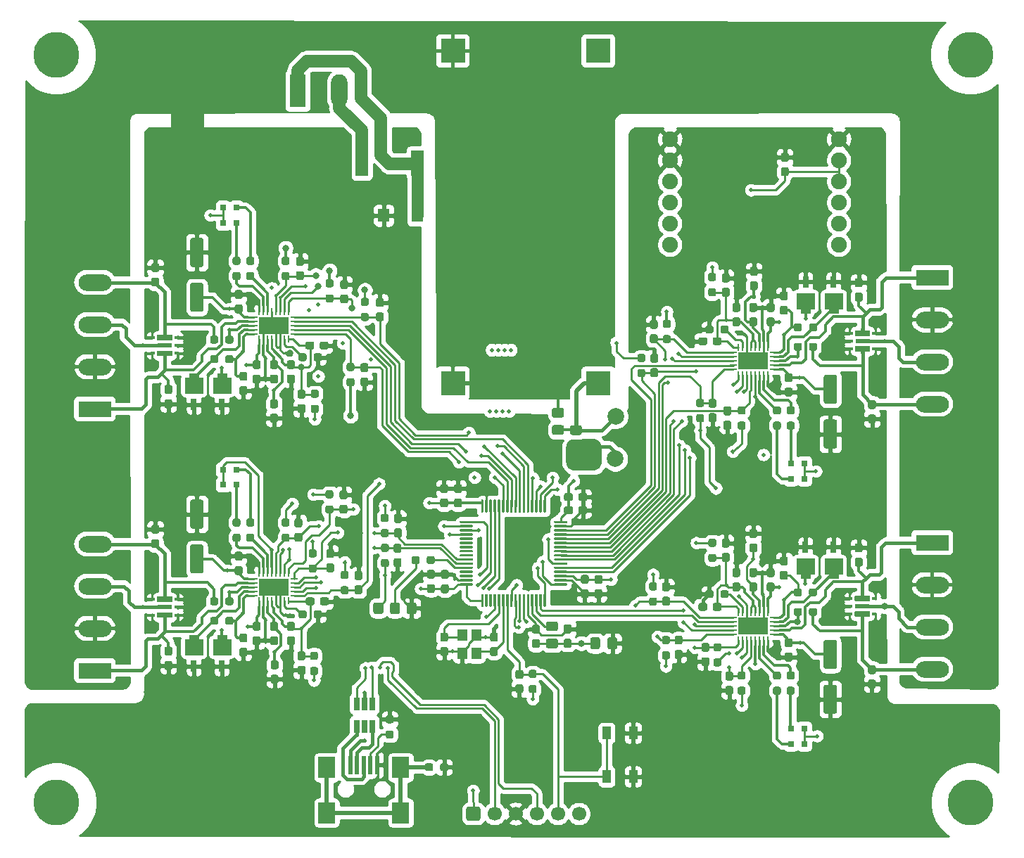
<source format=gbr>
%TF.GenerationSoftware,KiCad,Pcbnew,(5.1.9)-1*%
%TF.CreationDate,2021-03-09T23:57:27+01:00*%
%TF.ProjectId,IO_LINK,494f5f4c-494e-44b2-9e6b-696361645f70,rev?*%
%TF.SameCoordinates,Original*%
%TF.FileFunction,Copper,L1,Top*%
%TF.FilePolarity,Positive*%
%FSLAX46Y46*%
G04 Gerber Fmt 4.6, Leading zero omitted, Abs format (unit mm)*
G04 Created by KiCad (PCBNEW (5.1.9)-1) date 2021-03-09 23:57:27*
%MOMM*%
%LPD*%
G01*
G04 APERTURE LIST*
%TA.AperFunction,EtchedComponent*%
%ADD10C,0.001000*%
%TD*%
%TA.AperFunction,ComponentPad*%
%ADD11C,1.900000*%
%TD*%
%TA.AperFunction,SMDPad,CuDef*%
%ADD12C,0.100000*%
%TD*%
%TA.AperFunction,SMDPad,CuDef*%
%ADD13R,0.533400X0.406400*%
%TD*%
%TA.AperFunction,SMDPad,CuDef*%
%ADD14R,1.701800X0.508000*%
%TD*%
%TA.AperFunction,ComponentPad*%
%ADD15O,1.980000X3.960000*%
%TD*%
%TA.AperFunction,ComponentPad*%
%ADD16R,1.980000X3.960000*%
%TD*%
%TA.AperFunction,SMDPad,CuDef*%
%ADD17R,3.606800X2.108200*%
%TD*%
%TA.AperFunction,SMDPad,CuDef*%
%ADD18R,0.812800X0.254000*%
%TD*%
%TA.AperFunction,SMDPad,CuDef*%
%ADD19R,0.254000X0.812800*%
%TD*%
%TA.AperFunction,SMDPad,CuDef*%
%ADD20R,0.650000X1.560000*%
%TD*%
%TA.AperFunction,ComponentPad*%
%ADD21R,3.960000X1.980000*%
%TD*%
%TA.AperFunction,ComponentPad*%
%ADD22O,3.960000X1.980000*%
%TD*%
%TA.AperFunction,ComponentPad*%
%ADD23C,1.700000*%
%TD*%
%TA.AperFunction,SMDPad,CuDef*%
%ADD24R,0.800000X0.800000*%
%TD*%
%TA.AperFunction,SMDPad,CuDef*%
%ADD25R,1.540000X3.140000*%
%TD*%
%TA.AperFunction,SMDPad,CuDef*%
%ADD26R,1.400000X1.640000*%
%TD*%
%TA.AperFunction,SMDPad,CuDef*%
%ADD27R,0.750000X1.380000*%
%TD*%
%TA.AperFunction,SMDPad,CuDef*%
%ADD28R,2.100000X1.820000*%
%TD*%
%TA.AperFunction,SMDPad,CuDef*%
%ADD29R,0.500000X2.250000*%
%TD*%
%TA.AperFunction,SMDPad,CuDef*%
%ADD30R,2.000000X2.500000*%
%TD*%
%TA.AperFunction,ComponentPad*%
%ADD31R,3.000000X3.000000*%
%TD*%
%TA.AperFunction,SMDPad,CuDef*%
%ADD32R,1.000000X1.550000*%
%TD*%
%TA.AperFunction,SMDPad,CuDef*%
%ADD33C,2.000000*%
%TD*%
%TA.AperFunction,SMDPad,CuDef*%
%ADD34R,1.200000X1.400000*%
%TD*%
%TA.AperFunction,ConnectorPad*%
%ADD35O,5.500000X5.500000*%
%TD*%
%TA.AperFunction,ComponentPad*%
%ADD36C,3.600000*%
%TD*%
%TA.AperFunction,ViaPad*%
%ADD37C,0.500000*%
%TD*%
%TA.AperFunction,ViaPad*%
%ADD38C,0.800000*%
%TD*%
%TA.AperFunction,ViaPad*%
%ADD39C,0.550000*%
%TD*%
%TA.AperFunction,Conductor*%
%ADD40C,4.000000*%
%TD*%
%TA.AperFunction,Conductor*%
%ADD41C,1.500000*%
%TD*%
%TA.AperFunction,Conductor*%
%ADD42C,1.400000*%
%TD*%
%TA.AperFunction,Conductor*%
%ADD43C,0.250000*%
%TD*%
%TA.AperFunction,Conductor*%
%ADD44C,0.300000*%
%TD*%
%TA.AperFunction,Conductor*%
%ADD45C,0.400000*%
%TD*%
%TA.AperFunction,Conductor*%
%ADD46C,0.500000*%
%TD*%
%TA.AperFunction,Conductor*%
%ADD47C,0.200000*%
%TD*%
%TA.AperFunction,Conductor*%
%ADD48C,0.100000*%
%TD*%
%TA.AperFunction,Conductor*%
%ADD49C,0.254000*%
%TD*%
G04 APERTURE END LIST*
D10*
%TO.C,D4*%
G36*
X72071380Y-93883020D02*
G01*
X72571760Y-93883020D01*
X72571760Y-95706740D01*
X70468640Y-95706740D01*
X70468640Y-93883020D01*
X70969020Y-93883020D01*
X70969020Y-93382640D01*
X72071380Y-93382640D01*
X72071380Y-93883020D01*
G37*
X72071380Y-93883020D02*
X72571760Y-93883020D01*
X72571760Y-95706740D01*
X70468640Y-95706740D01*
X70468640Y-93883020D01*
X70969020Y-93883020D01*
X70969020Y-93382640D01*
X72071380Y-93382640D01*
X72071380Y-93883020D01*
%TO.C,D5*%
G36*
X75436880Y-93883020D02*
G01*
X75937260Y-93883020D01*
X75937260Y-95706740D01*
X73834140Y-95706740D01*
X73834140Y-93883020D01*
X74334520Y-93883020D01*
X74334520Y-93382640D01*
X75436880Y-93382640D01*
X75436880Y-93883020D01*
G37*
X75436880Y-93883020D02*
X75937260Y-93883020D01*
X75937260Y-95706740D01*
X73834140Y-95706740D01*
X73834140Y-93883020D01*
X74334520Y-93883020D01*
X74334520Y-93382640D01*
X75436880Y-93382640D01*
X75436880Y-93883020D01*
%TO.C,D9*%
G36*
X72071380Y-125383020D02*
G01*
X72571760Y-125383020D01*
X72571760Y-127206740D01*
X70468640Y-127206740D01*
X70468640Y-125383020D01*
X70969020Y-125383020D01*
X70969020Y-124882640D01*
X72071380Y-124882640D01*
X72071380Y-125383020D01*
G37*
X72071380Y-125383020D02*
X72571760Y-125383020D01*
X72571760Y-127206740D01*
X70468640Y-127206740D01*
X70468640Y-125383020D01*
X70969020Y-125383020D01*
X70969020Y-124882640D01*
X72071380Y-124882640D01*
X72071380Y-125383020D01*
%TO.C,D10*%
G36*
X75436880Y-125383020D02*
G01*
X75937260Y-125383020D01*
X75937260Y-127206740D01*
X73834140Y-127206740D01*
X73834140Y-125383020D01*
X74334520Y-125383020D01*
X74334520Y-124882640D01*
X75436880Y-124882640D01*
X75436880Y-125383020D01*
G37*
X75436880Y-125383020D02*
X75937260Y-125383020D01*
X75937260Y-127206740D01*
X73834140Y-127206740D01*
X73834140Y-125383020D01*
X74334520Y-125383020D01*
X74334520Y-124882640D01*
X75436880Y-124882640D01*
X75436880Y-125383020D01*
%TO.C,D14*%
G36*
X147924640Y-85560520D02*
G01*
X147424260Y-85560520D01*
X147424260Y-83736800D01*
X149527380Y-83736800D01*
X149527380Y-85560520D01*
X149027000Y-85560520D01*
X149027000Y-86060900D01*
X147924640Y-86060900D01*
X147924640Y-85560520D01*
G37*
X147924640Y-85560520D02*
X147424260Y-85560520D01*
X147424260Y-83736800D01*
X149527380Y-83736800D01*
X149527380Y-85560520D01*
X149027000Y-85560520D01*
X149027000Y-86060900D01*
X147924640Y-86060900D01*
X147924640Y-85560520D01*
%TO.C,D15*%
G36*
X144559140Y-85560520D02*
G01*
X144058760Y-85560520D01*
X144058760Y-83736800D01*
X146161880Y-83736800D01*
X146161880Y-85560520D01*
X145661500Y-85560520D01*
X145661500Y-86060900D01*
X144559140Y-86060900D01*
X144559140Y-85560520D01*
G37*
X144559140Y-85560520D02*
X144058760Y-85560520D01*
X144058760Y-83736800D01*
X146161880Y-83736800D01*
X146161880Y-85560520D01*
X145661500Y-85560520D01*
X145661500Y-86060900D01*
X144559140Y-86060900D01*
X144559140Y-85560520D01*
%TO.C,D19*%
G36*
X147919280Y-117476460D02*
G01*
X147418900Y-117476460D01*
X147418900Y-115652740D01*
X149522020Y-115652740D01*
X149522020Y-117476460D01*
X149021640Y-117476460D01*
X149021640Y-117976840D01*
X147919280Y-117976840D01*
X147919280Y-117476460D01*
G37*
X147919280Y-117476460D02*
X147418900Y-117476460D01*
X147418900Y-115652740D01*
X149522020Y-115652740D01*
X149522020Y-117476460D01*
X149021640Y-117476460D01*
X149021640Y-117976840D01*
X147919280Y-117976840D01*
X147919280Y-117476460D01*
%TO.C,D20*%
G36*
X144553780Y-117476460D02*
G01*
X144053400Y-117476460D01*
X144053400Y-115652740D01*
X146156520Y-115652740D01*
X146156520Y-117476460D01*
X145656140Y-117476460D01*
X145656140Y-117976840D01*
X144553780Y-117976840D01*
X144553780Y-117476460D01*
G37*
X144553780Y-117476460D02*
X144053400Y-117476460D01*
X144053400Y-115652740D01*
X146156520Y-115652740D01*
X146156520Y-117476460D01*
X145656140Y-117476460D01*
X145656140Y-117976840D01*
X144553780Y-117976840D01*
X144553780Y-117476460D01*
%TD*%
D11*
%TO.P,M1,7*%
%TO.N,MISO*%
X149110000Y-77843500D03*
%TO.P,M1,8*%
%TO.N,RST_ETH*%
X149110000Y-75303500D03*
%TO.P,M1,9*%
%TO.N,N/C*%
X149110000Y-72763500D03*
%TO.P,M1,11*%
%TO.N,3V3*%
X149110000Y-67683500D03*
%TO.P,M1,10*%
X149110000Y-70223500D03*
%TO.P,M1,12*%
%TO.N,GND*%
X149110000Y-65143500D03*
%TO.P,M1,1*%
X128790000Y-65143500D03*
%TO.P,M1,2*%
X128790000Y-67683500D03*
%TO.P,M1,3*%
%TO.N,MOSI*%
X128790000Y-70223500D03*
%TO.P,M1,4*%
%TO.N,SCLK*%
X128790000Y-72763500D03*
%TO.P,M1,5*%
%TO.N,CS_ETH*%
X128790000Y-75303500D03*
%TO.P,M1,6*%
%TO.N,INT_ETH*%
X128790000Y-77843500D03*
%TD*%
%TA.AperFunction,SMDPad,CuDef*%
D12*
%TO.P,D18,7*%
%TO.N,Net-(C77-Pad1)*%
G36*
X152070421Y-87866843D02*
G01*
X152070452Y-87866842D01*
X152070482Y-87866844D01*
X152070984Y-87866847D01*
X152074436Y-87867064D01*
X152077885Y-87867257D01*
X152078154Y-87867299D01*
X152078414Y-87867315D01*
X152081776Y-87867859D01*
X152085242Y-87868396D01*
X152085502Y-87868463D01*
X152085763Y-87868505D01*
X152089111Y-87869390D01*
X152092453Y-87870248D01*
X152092701Y-87870338D01*
X152092961Y-87870407D01*
X152096189Y-87871608D01*
X152099449Y-87872794D01*
X152099693Y-87872911D01*
X152099938Y-87873002D01*
X152103051Y-87874520D01*
X152106163Y-87876011D01*
X152106386Y-87876146D01*
X152106630Y-87876265D01*
X152109609Y-87878098D01*
X152112530Y-87879867D01*
X152112743Y-87880026D01*
X152112970Y-87880166D01*
X152115723Y-87882256D01*
X152118492Y-87884327D01*
X152118689Y-87884507D01*
X152118900Y-87884667D01*
X152121442Y-87887021D01*
X152123989Y-87889347D01*
X152124166Y-87889544D01*
X152124363Y-87889726D01*
X152126654Y-87892306D01*
X152128971Y-87894879D01*
X152129130Y-87895095D01*
X152129306Y-87895293D01*
X152131308Y-87898050D01*
X152133389Y-87900872D01*
X152133529Y-87901106D01*
X152133681Y-87901316D01*
X152135392Y-87904232D01*
X152137201Y-87907266D01*
X152137316Y-87907510D01*
X152137449Y-87907737D01*
X152138887Y-87910850D01*
X152140370Y-87914002D01*
X152140460Y-87914255D01*
X152140571Y-87914495D01*
X152141702Y-87917741D01*
X152142868Y-87921016D01*
X152142933Y-87921275D01*
X152143020Y-87921526D01*
X152143821Y-87924839D01*
X152144669Y-87928239D01*
X152144709Y-87928509D01*
X152144770Y-87928762D01*
X152145244Y-87932135D01*
X152145756Y-87935604D01*
X152145769Y-87935871D01*
X152145806Y-87936134D01*
X152145950Y-87939568D01*
X152146120Y-87943040D01*
X152146120Y-88171640D01*
X152819220Y-88171640D01*
X152819721Y-88171643D01*
X152819752Y-88171642D01*
X152819782Y-88171644D01*
X152820284Y-88171647D01*
X152823736Y-88171864D01*
X152827185Y-88172057D01*
X152827454Y-88172099D01*
X152827714Y-88172115D01*
X152831076Y-88172659D01*
X152834542Y-88173196D01*
X152834802Y-88173263D01*
X152835063Y-88173305D01*
X152838411Y-88174190D01*
X152841753Y-88175048D01*
X152842001Y-88175138D01*
X152842261Y-88175207D01*
X152845489Y-88176408D01*
X152848749Y-88177594D01*
X152848993Y-88177711D01*
X152849238Y-88177802D01*
X152852351Y-88179320D01*
X152855463Y-88180811D01*
X152855686Y-88180946D01*
X152855930Y-88181065D01*
X152858909Y-88182898D01*
X152861830Y-88184667D01*
X152862043Y-88184826D01*
X152862270Y-88184966D01*
X152865023Y-88187056D01*
X152867792Y-88189127D01*
X152867989Y-88189307D01*
X152868200Y-88189467D01*
X152870742Y-88191821D01*
X152873289Y-88194147D01*
X152873466Y-88194344D01*
X152873663Y-88194526D01*
X152875954Y-88197106D01*
X152878271Y-88199679D01*
X152878430Y-88199895D01*
X152878606Y-88200093D01*
X152880608Y-88202850D01*
X152882689Y-88205672D01*
X152882829Y-88205906D01*
X152882981Y-88206116D01*
X152884692Y-88209032D01*
X152886501Y-88212066D01*
X152886616Y-88212310D01*
X152886749Y-88212537D01*
X152888187Y-88215650D01*
X152889670Y-88218802D01*
X152889760Y-88219055D01*
X152889871Y-88219295D01*
X152891002Y-88222541D01*
X152892168Y-88225816D01*
X152892233Y-88226075D01*
X152892320Y-88226326D01*
X152893121Y-88229639D01*
X152893969Y-88233039D01*
X152894009Y-88233309D01*
X152894070Y-88233562D01*
X152894544Y-88236935D01*
X152895056Y-88240404D01*
X152895069Y-88240671D01*
X152895106Y-88240934D01*
X152895250Y-88244368D01*
X152895420Y-88247840D01*
X152895420Y-88755840D01*
X152895417Y-88756341D01*
X152895418Y-88756372D01*
X152895416Y-88756402D01*
X152895413Y-88756904D01*
X152895196Y-88760356D01*
X152895003Y-88763805D01*
X152894961Y-88764074D01*
X152894945Y-88764334D01*
X152894401Y-88767696D01*
X152893864Y-88771162D01*
X152893797Y-88771422D01*
X152893755Y-88771683D01*
X152892870Y-88775031D01*
X152892012Y-88778373D01*
X152891922Y-88778621D01*
X152891853Y-88778881D01*
X152890652Y-88782109D01*
X152889466Y-88785369D01*
X152889349Y-88785613D01*
X152889258Y-88785858D01*
X152887740Y-88788971D01*
X152886249Y-88792083D01*
X152886114Y-88792306D01*
X152885995Y-88792550D01*
X152884162Y-88795529D01*
X152882393Y-88798450D01*
X152882234Y-88798663D01*
X152882094Y-88798890D01*
X152880004Y-88801643D01*
X152877933Y-88804412D01*
X152877753Y-88804609D01*
X152877593Y-88804820D01*
X152875239Y-88807362D01*
X152872913Y-88809909D01*
X152872716Y-88810086D01*
X152872534Y-88810283D01*
X152869954Y-88812574D01*
X152867381Y-88814891D01*
X152867165Y-88815050D01*
X152866967Y-88815226D01*
X152864210Y-88817228D01*
X152861388Y-88819309D01*
X152861154Y-88819449D01*
X152860944Y-88819601D01*
X152858028Y-88821312D01*
X152854994Y-88823121D01*
X152854750Y-88823236D01*
X152854523Y-88823369D01*
X152851410Y-88824807D01*
X152848258Y-88826290D01*
X152848005Y-88826380D01*
X152847765Y-88826491D01*
X152844519Y-88827622D01*
X152841244Y-88828788D01*
X152840985Y-88828853D01*
X152840734Y-88828940D01*
X152837421Y-88829741D01*
X152834021Y-88830589D01*
X152833751Y-88830629D01*
X152833498Y-88830690D01*
X152830125Y-88831164D01*
X152826656Y-88831676D01*
X152826389Y-88831689D01*
X152826126Y-88831726D01*
X152822692Y-88831870D01*
X152819220Y-88832040D01*
X151117420Y-88832040D01*
X151116919Y-88832037D01*
X151116888Y-88832038D01*
X151116858Y-88832036D01*
X151116356Y-88832033D01*
X151112904Y-88831816D01*
X151109455Y-88831623D01*
X151109186Y-88831581D01*
X151108926Y-88831565D01*
X151105564Y-88831021D01*
X151102098Y-88830484D01*
X151101838Y-88830417D01*
X151101577Y-88830375D01*
X151098229Y-88829490D01*
X151094887Y-88828632D01*
X151094639Y-88828542D01*
X151094379Y-88828473D01*
X151091151Y-88827272D01*
X151087891Y-88826086D01*
X151087647Y-88825969D01*
X151087402Y-88825878D01*
X151084289Y-88824360D01*
X151081177Y-88822869D01*
X151080954Y-88822734D01*
X151080710Y-88822615D01*
X151077731Y-88820782D01*
X151074810Y-88819013D01*
X151074597Y-88818854D01*
X151074370Y-88818714D01*
X151071617Y-88816624D01*
X151068848Y-88814553D01*
X151068651Y-88814373D01*
X151068440Y-88814213D01*
X151065898Y-88811859D01*
X151063351Y-88809533D01*
X151063174Y-88809336D01*
X151062977Y-88809154D01*
X151060686Y-88806574D01*
X151058369Y-88804001D01*
X151058210Y-88803785D01*
X151058034Y-88803587D01*
X151056032Y-88800830D01*
X151053951Y-88798008D01*
X151053811Y-88797774D01*
X151053659Y-88797564D01*
X151051948Y-88794648D01*
X151050139Y-88791614D01*
X151050024Y-88791370D01*
X151049891Y-88791143D01*
X151048453Y-88788030D01*
X151046970Y-88784878D01*
X151046880Y-88784625D01*
X151046769Y-88784385D01*
X151045638Y-88781139D01*
X151044472Y-88777864D01*
X151044407Y-88777605D01*
X151044320Y-88777354D01*
X151043519Y-88774041D01*
X151042671Y-88770641D01*
X151042631Y-88770371D01*
X151042570Y-88770118D01*
X151042096Y-88766745D01*
X151041584Y-88763276D01*
X151041571Y-88763009D01*
X151041534Y-88762746D01*
X151041390Y-88759312D01*
X151041220Y-88755840D01*
X151041220Y-88247840D01*
X151041223Y-88247339D01*
X151041222Y-88247308D01*
X151041224Y-88247278D01*
X151041227Y-88246776D01*
X151041444Y-88243324D01*
X151041637Y-88239875D01*
X151041679Y-88239606D01*
X151041695Y-88239346D01*
X151042239Y-88235984D01*
X151042776Y-88232518D01*
X151042843Y-88232258D01*
X151042885Y-88231997D01*
X151043770Y-88228649D01*
X151044628Y-88225307D01*
X151044718Y-88225059D01*
X151044787Y-88224799D01*
X151045988Y-88221571D01*
X151047174Y-88218311D01*
X151047291Y-88218067D01*
X151047382Y-88217822D01*
X151048900Y-88214709D01*
X151050391Y-88211597D01*
X151050526Y-88211374D01*
X151050645Y-88211130D01*
X151052478Y-88208151D01*
X151054247Y-88205230D01*
X151054406Y-88205017D01*
X151054546Y-88204790D01*
X151056636Y-88202037D01*
X151058707Y-88199268D01*
X151058887Y-88199071D01*
X151059047Y-88198860D01*
X151061401Y-88196318D01*
X151063727Y-88193771D01*
X151063924Y-88193594D01*
X151064106Y-88193397D01*
X151066686Y-88191106D01*
X151069259Y-88188789D01*
X151069475Y-88188630D01*
X151069673Y-88188454D01*
X151072430Y-88186452D01*
X151075252Y-88184371D01*
X151075486Y-88184231D01*
X151075696Y-88184079D01*
X151078612Y-88182368D01*
X151081646Y-88180559D01*
X151081890Y-88180444D01*
X151082117Y-88180311D01*
X151085230Y-88178873D01*
X151088382Y-88177390D01*
X151088635Y-88177300D01*
X151088875Y-88177189D01*
X151092121Y-88176058D01*
X151095396Y-88174892D01*
X151095655Y-88174827D01*
X151095906Y-88174740D01*
X151099219Y-88173939D01*
X151102619Y-88173091D01*
X151102889Y-88173051D01*
X151103142Y-88172990D01*
X151106515Y-88172516D01*
X151109984Y-88172004D01*
X151110251Y-88171991D01*
X151110514Y-88171954D01*
X151113948Y-88171810D01*
X151117420Y-88171640D01*
X151790520Y-88171640D01*
X151790520Y-87943040D01*
X151790523Y-87942539D01*
X151790522Y-87942508D01*
X151790524Y-87942478D01*
X151790527Y-87941976D01*
X151790744Y-87938524D01*
X151790937Y-87935075D01*
X151790979Y-87934806D01*
X151790995Y-87934546D01*
X151791539Y-87931184D01*
X151792076Y-87927718D01*
X151792143Y-87927458D01*
X151792185Y-87927197D01*
X151793070Y-87923849D01*
X151793928Y-87920507D01*
X151794018Y-87920259D01*
X151794087Y-87919999D01*
X151795288Y-87916771D01*
X151796474Y-87913511D01*
X151796591Y-87913267D01*
X151796682Y-87913022D01*
X151798200Y-87909909D01*
X151799691Y-87906797D01*
X151799826Y-87906574D01*
X151799945Y-87906330D01*
X151801778Y-87903351D01*
X151803547Y-87900430D01*
X151803706Y-87900217D01*
X151803846Y-87899990D01*
X151805936Y-87897237D01*
X151808007Y-87894468D01*
X151808187Y-87894271D01*
X151808347Y-87894060D01*
X151810701Y-87891518D01*
X151813027Y-87888971D01*
X151813224Y-87888794D01*
X151813406Y-87888597D01*
X151815986Y-87886306D01*
X151818559Y-87883989D01*
X151818775Y-87883830D01*
X151818973Y-87883654D01*
X151821730Y-87881652D01*
X151824552Y-87879571D01*
X151824786Y-87879431D01*
X151824996Y-87879279D01*
X151827912Y-87877568D01*
X151830946Y-87875759D01*
X151831190Y-87875644D01*
X151831417Y-87875511D01*
X151834530Y-87874073D01*
X151837682Y-87872590D01*
X151837935Y-87872500D01*
X151838175Y-87872389D01*
X151841421Y-87871258D01*
X151844696Y-87870092D01*
X151844955Y-87870027D01*
X151845206Y-87869940D01*
X151848519Y-87869139D01*
X151851919Y-87868291D01*
X151852189Y-87868251D01*
X151852442Y-87868190D01*
X151855815Y-87867716D01*
X151859284Y-87867204D01*
X151859551Y-87867191D01*
X151859814Y-87867154D01*
X151863248Y-87867010D01*
X151866720Y-87866840D01*
X152069920Y-87866840D01*
X152070421Y-87866843D01*
G37*
%TD.AperFunction*%
%TA.AperFunction,SMDPad,CuDef*%
%TO.P,D18,9*%
%TO.N,Net-(C60-Pad1)*%
G36*
X152819721Y-90076643D02*
G01*
X152819752Y-90076642D01*
X152819782Y-90076644D01*
X152820284Y-90076647D01*
X152823736Y-90076864D01*
X152827185Y-90077057D01*
X152827454Y-90077099D01*
X152827714Y-90077115D01*
X152831076Y-90077659D01*
X152834542Y-90078196D01*
X152834802Y-90078263D01*
X152835063Y-90078305D01*
X152838411Y-90079190D01*
X152841753Y-90080048D01*
X152842001Y-90080138D01*
X152842261Y-90080207D01*
X152845489Y-90081408D01*
X152848749Y-90082594D01*
X152848993Y-90082711D01*
X152849238Y-90082802D01*
X152852351Y-90084320D01*
X152855463Y-90085811D01*
X152855686Y-90085946D01*
X152855930Y-90086065D01*
X152858909Y-90087898D01*
X152861830Y-90089667D01*
X152862043Y-90089826D01*
X152862270Y-90089966D01*
X152865023Y-90092056D01*
X152867792Y-90094127D01*
X152867989Y-90094307D01*
X152868200Y-90094467D01*
X152870742Y-90096821D01*
X152873289Y-90099147D01*
X152873466Y-90099344D01*
X152873663Y-90099526D01*
X152875954Y-90102106D01*
X152878271Y-90104679D01*
X152878430Y-90104895D01*
X152878606Y-90105093D01*
X152880608Y-90107850D01*
X152882689Y-90110672D01*
X152882829Y-90110906D01*
X152882981Y-90111116D01*
X152884692Y-90114032D01*
X152886501Y-90117066D01*
X152886616Y-90117310D01*
X152886749Y-90117537D01*
X152888187Y-90120650D01*
X152889670Y-90123802D01*
X152889760Y-90124055D01*
X152889871Y-90124295D01*
X152891002Y-90127541D01*
X152892168Y-90130816D01*
X152892233Y-90131075D01*
X152892320Y-90131326D01*
X152893121Y-90134639D01*
X152893969Y-90138039D01*
X152894009Y-90138309D01*
X152894070Y-90138562D01*
X152894544Y-90141935D01*
X152895056Y-90145404D01*
X152895069Y-90145671D01*
X152895106Y-90145934D01*
X152895250Y-90149368D01*
X152895420Y-90152840D01*
X152895420Y-90660840D01*
X152895417Y-90661341D01*
X152895418Y-90661372D01*
X152895416Y-90661402D01*
X152895413Y-90661904D01*
X152895196Y-90665356D01*
X152895003Y-90668805D01*
X152894961Y-90669074D01*
X152894945Y-90669334D01*
X152894401Y-90672696D01*
X152893864Y-90676162D01*
X152893797Y-90676422D01*
X152893755Y-90676683D01*
X152892870Y-90680031D01*
X152892012Y-90683373D01*
X152891922Y-90683621D01*
X152891853Y-90683881D01*
X152890652Y-90687109D01*
X152889466Y-90690369D01*
X152889349Y-90690613D01*
X152889258Y-90690858D01*
X152887740Y-90693971D01*
X152886249Y-90697083D01*
X152886114Y-90697306D01*
X152885995Y-90697550D01*
X152884162Y-90700529D01*
X152882393Y-90703450D01*
X152882234Y-90703663D01*
X152882094Y-90703890D01*
X152880004Y-90706643D01*
X152877933Y-90709412D01*
X152877753Y-90709609D01*
X152877593Y-90709820D01*
X152875239Y-90712362D01*
X152872913Y-90714909D01*
X152872716Y-90715086D01*
X152872534Y-90715283D01*
X152869954Y-90717574D01*
X152867381Y-90719891D01*
X152867165Y-90720050D01*
X152866967Y-90720226D01*
X152864210Y-90722228D01*
X152861388Y-90724309D01*
X152861154Y-90724449D01*
X152860944Y-90724601D01*
X152858028Y-90726312D01*
X152854994Y-90728121D01*
X152854750Y-90728236D01*
X152854523Y-90728369D01*
X152851410Y-90729807D01*
X152848258Y-90731290D01*
X152848005Y-90731380D01*
X152847765Y-90731491D01*
X152844519Y-90732622D01*
X152841244Y-90733788D01*
X152840985Y-90733853D01*
X152840734Y-90733940D01*
X152837421Y-90734741D01*
X152834021Y-90735589D01*
X152833751Y-90735629D01*
X152833498Y-90735690D01*
X152830125Y-90736164D01*
X152826656Y-90736676D01*
X152826389Y-90736689D01*
X152826126Y-90736726D01*
X152822692Y-90736870D01*
X152819220Y-90737040D01*
X152146120Y-90737040D01*
X152146120Y-90965640D01*
X152146117Y-90966141D01*
X152146118Y-90966172D01*
X152146116Y-90966202D01*
X152146113Y-90966704D01*
X152145896Y-90970156D01*
X152145703Y-90973605D01*
X152145661Y-90973874D01*
X152145645Y-90974134D01*
X152145101Y-90977496D01*
X152144564Y-90980962D01*
X152144497Y-90981222D01*
X152144455Y-90981483D01*
X152143570Y-90984831D01*
X152142712Y-90988173D01*
X152142622Y-90988421D01*
X152142553Y-90988681D01*
X152141352Y-90991909D01*
X152140166Y-90995169D01*
X152140049Y-90995413D01*
X152139958Y-90995658D01*
X152138440Y-90998771D01*
X152136949Y-91001883D01*
X152136814Y-91002106D01*
X152136695Y-91002350D01*
X152134862Y-91005329D01*
X152133093Y-91008250D01*
X152132934Y-91008463D01*
X152132794Y-91008690D01*
X152130704Y-91011443D01*
X152128633Y-91014212D01*
X152128453Y-91014409D01*
X152128293Y-91014620D01*
X152125939Y-91017162D01*
X152123613Y-91019709D01*
X152123416Y-91019886D01*
X152123234Y-91020083D01*
X152120654Y-91022374D01*
X152118081Y-91024691D01*
X152117865Y-91024850D01*
X152117667Y-91025026D01*
X152114910Y-91027028D01*
X152112088Y-91029109D01*
X152111854Y-91029249D01*
X152111644Y-91029401D01*
X152108728Y-91031112D01*
X152105694Y-91032921D01*
X152105450Y-91033036D01*
X152105223Y-91033169D01*
X152102110Y-91034607D01*
X152098958Y-91036090D01*
X152098705Y-91036180D01*
X152098465Y-91036291D01*
X152095219Y-91037422D01*
X152091944Y-91038588D01*
X152091685Y-91038653D01*
X152091434Y-91038740D01*
X152088121Y-91039541D01*
X152084721Y-91040389D01*
X152084451Y-91040429D01*
X152084198Y-91040490D01*
X152080825Y-91040964D01*
X152077356Y-91041476D01*
X152077089Y-91041489D01*
X152076826Y-91041526D01*
X152073392Y-91041670D01*
X152069920Y-91041840D01*
X151866720Y-91041840D01*
X151866219Y-91041837D01*
X151866188Y-91041838D01*
X151866158Y-91041836D01*
X151865656Y-91041833D01*
X151862204Y-91041616D01*
X151858755Y-91041423D01*
X151858486Y-91041381D01*
X151858226Y-91041365D01*
X151854864Y-91040821D01*
X151851398Y-91040284D01*
X151851138Y-91040217D01*
X151850877Y-91040175D01*
X151847529Y-91039290D01*
X151844187Y-91038432D01*
X151843939Y-91038342D01*
X151843679Y-91038273D01*
X151840451Y-91037072D01*
X151837191Y-91035886D01*
X151836947Y-91035769D01*
X151836702Y-91035678D01*
X151833589Y-91034160D01*
X151830477Y-91032669D01*
X151830254Y-91032534D01*
X151830010Y-91032415D01*
X151827031Y-91030582D01*
X151824110Y-91028813D01*
X151823897Y-91028654D01*
X151823670Y-91028514D01*
X151820917Y-91026424D01*
X151818148Y-91024353D01*
X151817951Y-91024173D01*
X151817740Y-91024013D01*
X151815198Y-91021659D01*
X151812651Y-91019333D01*
X151812474Y-91019136D01*
X151812277Y-91018954D01*
X151809986Y-91016374D01*
X151807669Y-91013801D01*
X151807510Y-91013585D01*
X151807334Y-91013387D01*
X151805332Y-91010630D01*
X151803251Y-91007808D01*
X151803111Y-91007574D01*
X151802959Y-91007364D01*
X151801248Y-91004448D01*
X151799439Y-91001414D01*
X151799324Y-91001170D01*
X151799191Y-91000943D01*
X151797753Y-90997830D01*
X151796270Y-90994678D01*
X151796180Y-90994425D01*
X151796069Y-90994185D01*
X151794938Y-90990939D01*
X151793772Y-90987664D01*
X151793707Y-90987405D01*
X151793620Y-90987154D01*
X151792819Y-90983841D01*
X151791971Y-90980441D01*
X151791931Y-90980171D01*
X151791870Y-90979918D01*
X151791396Y-90976545D01*
X151790884Y-90973076D01*
X151790871Y-90972809D01*
X151790834Y-90972546D01*
X151790690Y-90969112D01*
X151790520Y-90965640D01*
X151790520Y-90737040D01*
X151117420Y-90737040D01*
X151116919Y-90737037D01*
X151116888Y-90737038D01*
X151116858Y-90737036D01*
X151116356Y-90737033D01*
X151112904Y-90736816D01*
X151109455Y-90736623D01*
X151109186Y-90736581D01*
X151108926Y-90736565D01*
X151105564Y-90736021D01*
X151102098Y-90735484D01*
X151101838Y-90735417D01*
X151101577Y-90735375D01*
X151098229Y-90734490D01*
X151094887Y-90733632D01*
X151094639Y-90733542D01*
X151094379Y-90733473D01*
X151091151Y-90732272D01*
X151087891Y-90731086D01*
X151087647Y-90730969D01*
X151087402Y-90730878D01*
X151084289Y-90729360D01*
X151081177Y-90727869D01*
X151080954Y-90727734D01*
X151080710Y-90727615D01*
X151077731Y-90725782D01*
X151074810Y-90724013D01*
X151074597Y-90723854D01*
X151074370Y-90723714D01*
X151071617Y-90721624D01*
X151068848Y-90719553D01*
X151068651Y-90719373D01*
X151068440Y-90719213D01*
X151065898Y-90716859D01*
X151063351Y-90714533D01*
X151063174Y-90714336D01*
X151062977Y-90714154D01*
X151060686Y-90711574D01*
X151058369Y-90709001D01*
X151058210Y-90708785D01*
X151058034Y-90708587D01*
X151056032Y-90705830D01*
X151053951Y-90703008D01*
X151053811Y-90702774D01*
X151053659Y-90702564D01*
X151051948Y-90699648D01*
X151050139Y-90696614D01*
X151050024Y-90696370D01*
X151049891Y-90696143D01*
X151048453Y-90693030D01*
X151046970Y-90689878D01*
X151046880Y-90689625D01*
X151046769Y-90689385D01*
X151045638Y-90686139D01*
X151044472Y-90682864D01*
X151044407Y-90682605D01*
X151044320Y-90682354D01*
X151043519Y-90679041D01*
X151042671Y-90675641D01*
X151042631Y-90675371D01*
X151042570Y-90675118D01*
X151042096Y-90671745D01*
X151041584Y-90668276D01*
X151041571Y-90668009D01*
X151041534Y-90667746D01*
X151041390Y-90664312D01*
X151041220Y-90660840D01*
X151041220Y-90152840D01*
X151041223Y-90152339D01*
X151041222Y-90152308D01*
X151041224Y-90152278D01*
X151041227Y-90151776D01*
X151041444Y-90148324D01*
X151041637Y-90144875D01*
X151041679Y-90144606D01*
X151041695Y-90144346D01*
X151042239Y-90140984D01*
X151042776Y-90137518D01*
X151042843Y-90137258D01*
X151042885Y-90136997D01*
X151043770Y-90133649D01*
X151044628Y-90130307D01*
X151044718Y-90130059D01*
X151044787Y-90129799D01*
X151045988Y-90126571D01*
X151047174Y-90123311D01*
X151047291Y-90123067D01*
X151047382Y-90122822D01*
X151048900Y-90119709D01*
X151050391Y-90116597D01*
X151050526Y-90116374D01*
X151050645Y-90116130D01*
X151052478Y-90113151D01*
X151054247Y-90110230D01*
X151054406Y-90110017D01*
X151054546Y-90109790D01*
X151056636Y-90107037D01*
X151058707Y-90104268D01*
X151058887Y-90104071D01*
X151059047Y-90103860D01*
X151061401Y-90101318D01*
X151063727Y-90098771D01*
X151063924Y-90098594D01*
X151064106Y-90098397D01*
X151066686Y-90096106D01*
X151069259Y-90093789D01*
X151069475Y-90093630D01*
X151069673Y-90093454D01*
X151072430Y-90091452D01*
X151075252Y-90089371D01*
X151075486Y-90089231D01*
X151075696Y-90089079D01*
X151078612Y-90087368D01*
X151081646Y-90085559D01*
X151081890Y-90085444D01*
X151082117Y-90085311D01*
X151085230Y-90083873D01*
X151088382Y-90082390D01*
X151088635Y-90082300D01*
X151088875Y-90082189D01*
X151092121Y-90081058D01*
X151095396Y-90079892D01*
X151095655Y-90079827D01*
X151095906Y-90079740D01*
X151099219Y-90078939D01*
X151102619Y-90078091D01*
X151102889Y-90078051D01*
X151103142Y-90077990D01*
X151106515Y-90077516D01*
X151109984Y-90077004D01*
X151110251Y-90076991D01*
X151110514Y-90076954D01*
X151113948Y-90076810D01*
X151117420Y-90076640D01*
X152819220Y-90076640D01*
X152819721Y-90076643D01*
G37*
%TD.AperFunction*%
D13*
%TO.P,D18,6*%
%TO.N,GND*%
X153403420Y-88501840D03*
%TO.P,D18,3*%
X150533220Y-90406840D03*
D14*
%TO.P,D18,8*%
%TO.N,Net-(C59-Pad1)*%
X151968320Y-89454340D03*
D13*
%TO.P,D18,1*%
%TO.N,GND*%
X150533220Y-88501840D03*
%TO.P,D18,4*%
X153403420Y-90406840D03*
%TO.P,D18,5*%
%TO.N,Net-(C59-Pad1)*%
X153403420Y-89454340D03*
%TO.P,D18,2*%
%TO.N,GND*%
X150533220Y-89454340D03*
%TD*%
D15*
%TO.P,J1,2*%
%TO.N,VCC*%
X89056000Y-59358600D03*
D16*
%TO.P,J1,1*%
%TO.N,Net-(D1-Pad1)*%
X84056000Y-59358600D03*
%TD*%
D17*
%TO.P,U4,27*%
%TO.N,GND*%
X138823820Y-91867340D03*
D18*
%TO.P,U4,26*%
%TO.N,Net-(C59-Pad1)*%
X141224120Y-90851340D03*
%TO.P,U4,25*%
%TO.N,Net-(D14-Pad1)*%
X141224120Y-91359340D03*
%TO.P,U4,24*%
%TO.N,Net-(D15-Pad1)*%
X141224120Y-91867340D03*
%TO.P,U4,23*%
%TO.N,Net-(C77-Pad1)*%
X141224120Y-92375340D03*
%TO.P,U4,22*%
%TO.N,VCC*%
X141224120Y-92883340D03*
D19*
%TO.P,U4,21*%
%TO.N,GND*%
X140601820Y-93518340D03*
%TO.P,U4,20*%
%TO.N,Net-(R33-Pad2)*%
X140093820Y-93518340D03*
%TO.P,U4,19*%
%TO.N,Net-(R32-Pad2)*%
X139585820Y-93518340D03*
%TO.P,U4,18*%
%TO.N,GND*%
X139077820Y-93518340D03*
%TO.P,U4,17*%
%TO.N,UC_T2_RST*%
X138569820Y-93518340D03*
%TO.P,U4,16*%
%TO.N,SDA*%
X138061820Y-93518340D03*
%TO.P,U4,15*%
%TO.N,SCL*%
X137553820Y-93518340D03*
%TO.P,U4,14*%
%TO.N,T2_UC_IRQ*%
X137045820Y-93518340D03*
D18*
%TO.P,U4,13*%
%TO.N,UC_T2_ENL+*%
X136423520Y-92883340D03*
%TO.P,U4,12*%
%TO.N,T2_UC_SIO*%
X136423520Y-92375340D03*
%TO.P,U4,11*%
%TO.N,T2_UC_DATA*%
X136423520Y-91867340D03*
%TO.P,U4,10*%
%TO.N,UC_T2_DATA*%
X136423520Y-91359340D03*
%TO.P,U4,9*%
%TO.N,UC_T2_ENCQ*%
X136423520Y-90851340D03*
D19*
%TO.P,U4,8*%
%TO.N,3V3_T2*%
X137045820Y-90216340D03*
%TO.P,U4,7*%
%TO.N,Net-(R31-Pad1)*%
X137553820Y-90216340D03*
%TO.P,U4,6*%
%TO.N,GND*%
X138061820Y-90216340D03*
%TO.P,U4,5*%
%TO.N,3V3_T2*%
X138569820Y-90216340D03*
%TO.P,U4,4*%
X139077820Y-90216340D03*
%TO.P,U4,3*%
%TO.N,8V*%
X139585820Y-90216340D03*
%TO.P,U4,2*%
%TO.N,GND*%
X140093820Y-90216340D03*
%TO.P,U4,1*%
%TO.N,VCC*%
X140601820Y-90216340D03*
%TD*%
D17*
%TO.P,U2,27*%
%TO.N,GND*%
X81170000Y-87580000D03*
D18*
%TO.P,U2,26*%
%TO.N,Net-(C31-Pad1)*%
X78769700Y-88596000D03*
%TO.P,U2,25*%
%TO.N,Net-(D4-Pad1)*%
X78769700Y-88088000D03*
%TO.P,U2,24*%
%TO.N,Net-(D5-Pad1)*%
X78769700Y-87580000D03*
%TO.P,U2,23*%
%TO.N,Net-(C75-Pad1)*%
X78769700Y-87072000D03*
%TO.P,U2,22*%
%TO.N,VCC*%
X78769700Y-86564000D03*
D19*
%TO.P,U2,21*%
%TO.N,GND*%
X79392000Y-85929000D03*
%TO.P,U2,20*%
%TO.N,Net-(R15-Pad2)*%
X79900000Y-85929000D03*
%TO.P,U2,19*%
%TO.N,Net-(R14-Pad2)*%
X80408000Y-85929000D03*
%TO.P,U2,18*%
%TO.N,GND*%
X80916000Y-85929000D03*
%TO.P,U2,17*%
%TO.N,UC_T0_RST*%
X81424000Y-85929000D03*
%TO.P,U2,16*%
%TO.N,SDA*%
X81932000Y-85929000D03*
%TO.P,U2,15*%
%TO.N,SCL*%
X82440000Y-85929000D03*
%TO.P,U2,14*%
%TO.N,T0_UC_IRQ*%
X82948000Y-85929000D03*
D18*
%TO.P,U2,13*%
%TO.N,UC_T0_ENL+*%
X83570300Y-86564000D03*
%TO.P,U2,12*%
%TO.N,T0_UC_SIO*%
X83570300Y-87072000D03*
%TO.P,U2,11*%
%TO.N,T0_UC_DATA*%
X83570300Y-87580000D03*
%TO.P,U2,10*%
%TO.N,UC_T0_DATA*%
X83570300Y-88088000D03*
%TO.P,U2,9*%
%TO.N,UC_T0_ENCQ*%
X83570300Y-88596000D03*
D19*
%TO.P,U2,8*%
%TO.N,3V3_T0*%
X82948000Y-89231000D03*
%TO.P,U2,7*%
%TO.N,Net-(R13-Pad1)*%
X82440000Y-89231000D03*
%TO.P,U2,6*%
%TO.N,GND*%
X81932000Y-89231000D03*
%TO.P,U2,5*%
X81424000Y-89231000D03*
%TO.P,U2,4*%
%TO.N,3V3_T0*%
X80916000Y-89231000D03*
%TO.P,U2,3*%
%TO.N,8V*%
X80408000Y-89231000D03*
%TO.P,U2,2*%
%TO.N,GND*%
X79900000Y-89231000D03*
%TO.P,U2,1*%
%TO.N,VCC*%
X79392000Y-89231000D03*
%TD*%
%TO.P,L2,2*%
%TO.N,Net-(J2-Pad6)*%
%TA.AperFunction,SMDPad,CuDef*%
G36*
G01*
X100304300Y-140521600D02*
X100304300Y-140996600D01*
G75*
G02*
X100066800Y-141234100I-237500J0D01*
G01*
X99566800Y-141234100D01*
G75*
G02*
X99329300Y-140996600I0J237500D01*
G01*
X99329300Y-140521600D01*
G75*
G02*
X99566800Y-140284100I237500J0D01*
G01*
X100066800Y-140284100D01*
G75*
G02*
X100304300Y-140521600I0J-237500D01*
G01*
G37*
%TD.AperFunction*%
%TO.P,L2,1*%
%TO.N,GND*%
%TA.AperFunction,SMDPad,CuDef*%
G36*
G01*
X102129300Y-140521600D02*
X102129300Y-140996600D01*
G75*
G02*
X101891800Y-141234100I-237500J0D01*
G01*
X101391800Y-141234100D01*
G75*
G02*
X101154300Y-140996600I0J237500D01*
G01*
X101154300Y-140521600D01*
G75*
G02*
X101391800Y-140284100I237500J0D01*
G01*
X101891800Y-140284100D01*
G75*
G02*
X102129300Y-140521600I0J-237500D01*
G01*
G37*
%TD.AperFunction*%
%TD*%
D20*
%TO.P,D3,5*%
%TO.N,5V*%
X92050100Y-133135900D03*
%TO.P,D3,6*%
%TO.N,USB_DP*%
X91100100Y-133135900D03*
%TO.P,D3,4*%
%TO.N,USB_DM*%
X93000100Y-133135900D03*
%TO.P,D3,3*%
%TO.N,Net-(D3-Pad3)*%
X93000100Y-135835900D03*
%TO.P,D3,2*%
%TO.N,GND*%
X92050100Y-135835900D03*
%TO.P,D3,1*%
%TO.N,Net-(D3-Pad1)*%
X91100100Y-135835900D03*
%TD*%
D21*
%TO.P,J7,1*%
%TO.N,Net-(C78-Pad1)*%
X160360660Y-113724880D03*
D22*
%TO.P,J7,2*%
%TO.N,G*%
X160360660Y-118804880D03*
%TO.P,J7,3*%
%TO.N,Net-(C73-Pad1)*%
X160360660Y-123884880D03*
%TO.P,J7,4*%
%TO.N,Net-(C74-Pad1)*%
X160360660Y-128964880D03*
%TD*%
D21*
%TO.P,J6,1*%
%TO.N,Net-(C77-Pad1)*%
X160366020Y-81813240D03*
D22*
%TO.P,J6,2*%
%TO.N,G*%
X160366020Y-86893240D03*
%TO.P,J6,3*%
%TO.N,Net-(C59-Pad1)*%
X160366020Y-91973240D03*
%TO.P,J6,4*%
%TO.N,Net-(C60-Pad1)*%
X160366020Y-97053240D03*
%TD*%
D23*
%TO.P,J3,6*%
%TO.N,N/C*%
X117848500Y-146356700D03*
%TO.P,J3,5*%
%TO.N,RST*%
X115308500Y-146356700D03*
%TO.P,J3,4*%
%TO.N,SWDIO*%
X112768500Y-146356700D03*
%TO.P,J3,3*%
%TO.N,GND*%
X110228500Y-146356700D03*
%TO.P,J3,2*%
%TO.N,SWCLK*%
X107688500Y-146356700D03*
%TO.P,J3,1*%
%TO.N,3V3*%
%TA.AperFunction,ComponentPad*%
G36*
G01*
X105748500Y-147206700D02*
X104548500Y-147206700D01*
G75*
G02*
X104298500Y-146956700I0J250000D01*
G01*
X104298500Y-145756700D01*
G75*
G02*
X104548500Y-145506700I250000J0D01*
G01*
X105748500Y-145506700D01*
G75*
G02*
X105998500Y-145756700I0J-250000D01*
G01*
X105998500Y-146956700D01*
G75*
G02*
X105748500Y-147206700I-250000J0D01*
G01*
G37*
%TD.AperFunction*%
%TD*%
%TO.P,C42,1*%
%TO.N,3V3_T1*%
%TA.AperFunction,SMDPad,CuDef*%
G36*
G01*
X82966700Y-123264200D02*
X83441700Y-123264200D01*
G75*
G02*
X83679200Y-123501700I0J-237500D01*
G01*
X83679200Y-124101700D01*
G75*
G02*
X83441700Y-124339200I-237500J0D01*
G01*
X82966700Y-124339200D01*
G75*
G02*
X82729200Y-124101700I0J237500D01*
G01*
X82729200Y-123501700D01*
G75*
G02*
X82966700Y-123264200I237500J0D01*
G01*
G37*
%TD.AperFunction*%
%TO.P,C42,2*%
%TO.N,GND*%
%TA.AperFunction,SMDPad,CuDef*%
G36*
G01*
X82966700Y-124989200D02*
X83441700Y-124989200D01*
G75*
G02*
X83679200Y-125226700I0J-237500D01*
G01*
X83679200Y-125826700D01*
G75*
G02*
X83441700Y-126064200I-237500J0D01*
G01*
X82966700Y-126064200D01*
G75*
G02*
X82729200Y-125826700I0J237500D01*
G01*
X82729200Y-125226700D01*
G75*
G02*
X82966700Y-124989200I237500J0D01*
G01*
G37*
%TD.AperFunction*%
%TD*%
%TO.P,C78,2*%
%TO.N,GND*%
%TA.AperFunction,SMDPad,CuDef*%
G36*
G01*
X151755960Y-114885780D02*
X151280960Y-114885780D01*
G75*
G02*
X151043460Y-114648280I0J237500D01*
G01*
X151043460Y-114048280D01*
G75*
G02*
X151280960Y-113810780I237500J0D01*
G01*
X151755960Y-113810780D01*
G75*
G02*
X151993460Y-114048280I0J-237500D01*
G01*
X151993460Y-114648280D01*
G75*
G02*
X151755960Y-114885780I-237500J0D01*
G01*
G37*
%TD.AperFunction*%
%TO.P,C78,1*%
%TO.N,Net-(C78-Pad1)*%
%TA.AperFunction,SMDPad,CuDef*%
G36*
G01*
X151755960Y-116610780D02*
X151280960Y-116610780D01*
G75*
G02*
X151043460Y-116373280I0J237500D01*
G01*
X151043460Y-115773280D01*
G75*
G02*
X151280960Y-115535780I237500J0D01*
G01*
X151755960Y-115535780D01*
G75*
G02*
X151993460Y-115773280I0J-237500D01*
G01*
X151993460Y-116373280D01*
G75*
G02*
X151755960Y-116610780I-237500J0D01*
G01*
G37*
%TD.AperFunction*%
%TD*%
%TO.P,C77,2*%
%TO.N,GND*%
%TA.AperFunction,SMDPad,CuDef*%
G36*
G01*
X151761320Y-82969840D02*
X151286320Y-82969840D01*
G75*
G02*
X151048820Y-82732340I0J237500D01*
G01*
X151048820Y-82132340D01*
G75*
G02*
X151286320Y-81894840I237500J0D01*
G01*
X151761320Y-81894840D01*
G75*
G02*
X151998820Y-82132340I0J-237500D01*
G01*
X151998820Y-82732340D01*
G75*
G02*
X151761320Y-82969840I-237500J0D01*
G01*
G37*
%TD.AperFunction*%
%TO.P,C77,1*%
%TO.N,Net-(C77-Pad1)*%
%TA.AperFunction,SMDPad,CuDef*%
G36*
G01*
X151761320Y-84694840D02*
X151286320Y-84694840D01*
G75*
G02*
X151048820Y-84457340I0J237500D01*
G01*
X151048820Y-83857340D01*
G75*
G02*
X151286320Y-83619840I237500J0D01*
G01*
X151761320Y-83619840D01*
G75*
G02*
X151998820Y-83857340I0J-237500D01*
G01*
X151998820Y-84457340D01*
G75*
G02*
X151761320Y-84694840I-237500J0D01*
G01*
G37*
%TD.AperFunction*%
%TD*%
%TO.P,C76,2*%
%TO.N,GND*%
%TA.AperFunction,SMDPad,CuDef*%
G36*
G01*
X68234700Y-127973700D02*
X68709700Y-127973700D01*
G75*
G02*
X68947200Y-128211200I0J-237500D01*
G01*
X68947200Y-128811200D01*
G75*
G02*
X68709700Y-129048700I-237500J0D01*
G01*
X68234700Y-129048700D01*
G75*
G02*
X67997200Y-128811200I0J237500D01*
G01*
X67997200Y-128211200D01*
G75*
G02*
X68234700Y-127973700I237500J0D01*
G01*
G37*
%TD.AperFunction*%
%TO.P,C76,1*%
%TO.N,Net-(C76-Pad1)*%
%TA.AperFunction,SMDPad,CuDef*%
G36*
G01*
X68234700Y-126248700D02*
X68709700Y-126248700D01*
G75*
G02*
X68947200Y-126486200I0J-237500D01*
G01*
X68947200Y-127086200D01*
G75*
G02*
X68709700Y-127323700I-237500J0D01*
G01*
X68234700Y-127323700D01*
G75*
G02*
X67997200Y-127086200I0J237500D01*
G01*
X67997200Y-126486200D01*
G75*
G02*
X68234700Y-126248700I237500J0D01*
G01*
G37*
%TD.AperFunction*%
%TD*%
%TO.P,C75,2*%
%TO.N,GND*%
%TA.AperFunction,SMDPad,CuDef*%
G36*
G01*
X68234700Y-96473700D02*
X68709700Y-96473700D01*
G75*
G02*
X68947200Y-96711200I0J-237500D01*
G01*
X68947200Y-97311200D01*
G75*
G02*
X68709700Y-97548700I-237500J0D01*
G01*
X68234700Y-97548700D01*
G75*
G02*
X67997200Y-97311200I0J237500D01*
G01*
X67997200Y-96711200D01*
G75*
G02*
X68234700Y-96473700I237500J0D01*
G01*
G37*
%TD.AperFunction*%
%TO.P,C75,1*%
%TO.N,Net-(C75-Pad1)*%
%TA.AperFunction,SMDPad,CuDef*%
G36*
G01*
X68234700Y-94748700D02*
X68709700Y-94748700D01*
G75*
G02*
X68947200Y-94986200I0J-237500D01*
G01*
X68947200Y-95586200D01*
G75*
G02*
X68709700Y-95823700I-237500J0D01*
G01*
X68234700Y-95823700D01*
G75*
G02*
X67997200Y-95586200I0J237500D01*
G01*
X67997200Y-94986200D01*
G75*
G02*
X68234700Y-94748700I237500J0D01*
G01*
G37*
%TD.AperFunction*%
%TD*%
%TO.P,R41,1*%
%TO.N,Net-(D21-Pad1)*%
%TA.AperFunction,SMDPad,CuDef*%
G36*
G01*
X141913460Y-132041280D02*
X141438460Y-132041280D01*
G75*
G02*
X141200960Y-131803780I0J237500D01*
G01*
X141200960Y-131303780D01*
G75*
G02*
X141438460Y-131066280I237500J0D01*
G01*
X141913460Y-131066280D01*
G75*
G02*
X142150960Y-131303780I0J-237500D01*
G01*
X142150960Y-131803780D01*
G75*
G02*
X141913460Y-132041280I-237500J0D01*
G01*
G37*
%TD.AperFunction*%
%TO.P,R41,2*%
%TO.N,Net-(R41-Pad2)*%
%TA.AperFunction,SMDPad,CuDef*%
G36*
G01*
X141913460Y-130216280D02*
X141438460Y-130216280D01*
G75*
G02*
X141200960Y-129978780I0J237500D01*
G01*
X141200960Y-129478780D01*
G75*
G02*
X141438460Y-129241280I237500J0D01*
G01*
X141913460Y-129241280D01*
G75*
G02*
X142150960Y-129478780I0J-237500D01*
G01*
X142150960Y-129978780D01*
G75*
G02*
X141913460Y-130216280I-237500J0D01*
G01*
G37*
%TD.AperFunction*%
%TD*%
%TO.P,R42,2*%
%TO.N,Net-(R42-Pad2)*%
%TA.AperFunction,SMDPad,CuDef*%
G36*
G01*
X143564460Y-130216280D02*
X143089460Y-130216280D01*
G75*
G02*
X142851960Y-129978780I0J237500D01*
G01*
X142851960Y-129478780D01*
G75*
G02*
X143089460Y-129241280I237500J0D01*
G01*
X143564460Y-129241280D01*
G75*
G02*
X143801960Y-129478780I0J-237500D01*
G01*
X143801960Y-129978780D01*
G75*
G02*
X143564460Y-130216280I-237500J0D01*
G01*
G37*
%TD.AperFunction*%
%TO.P,R42,1*%
%TO.N,Net-(D22-Pad1)*%
%TA.AperFunction,SMDPad,CuDef*%
G36*
G01*
X143564460Y-132041280D02*
X143089460Y-132041280D01*
G75*
G02*
X142851960Y-131803780I0J237500D01*
G01*
X142851960Y-131303780D01*
G75*
G02*
X143089460Y-131066280I237500J0D01*
G01*
X143564460Y-131066280D01*
G75*
G02*
X143801960Y-131303780I0J-237500D01*
G01*
X143801960Y-131803780D01*
G75*
G02*
X143564460Y-132041280I-237500J0D01*
G01*
G37*
%TD.AperFunction*%
%TD*%
D24*
%TO.P,D22,1*%
%TO.N,Net-(D22-Pad1)*%
X143352460Y-136102280D03*
%TO.P,D22,2*%
%TO.N,3V3_T3*%
X144952460Y-136102280D03*
%TD*%
%TO.P,D21,2*%
%TO.N,3V3_T3*%
X144952460Y-137943780D03*
%TO.P,D21,1*%
%TO.N,Net-(D21-Pad1)*%
X143352460Y-137943780D03*
%TD*%
%TA.AperFunction,SMDPad,CuDef*%
D12*
%TO.P,D23,7*%
%TO.N,Net-(C78-Pad1)*%
G36*
X152065061Y-119782783D02*
G01*
X152065092Y-119782782D01*
X152065122Y-119782784D01*
X152065624Y-119782787D01*
X152069076Y-119783004D01*
X152072525Y-119783197D01*
X152072794Y-119783239D01*
X152073054Y-119783255D01*
X152076416Y-119783799D01*
X152079882Y-119784336D01*
X152080142Y-119784403D01*
X152080403Y-119784445D01*
X152083751Y-119785330D01*
X152087093Y-119786188D01*
X152087341Y-119786278D01*
X152087601Y-119786347D01*
X152090829Y-119787548D01*
X152094089Y-119788734D01*
X152094333Y-119788851D01*
X152094578Y-119788942D01*
X152097691Y-119790460D01*
X152100803Y-119791951D01*
X152101026Y-119792086D01*
X152101270Y-119792205D01*
X152104249Y-119794038D01*
X152107170Y-119795807D01*
X152107383Y-119795966D01*
X152107610Y-119796106D01*
X152110363Y-119798196D01*
X152113132Y-119800267D01*
X152113329Y-119800447D01*
X152113540Y-119800607D01*
X152116082Y-119802961D01*
X152118629Y-119805287D01*
X152118806Y-119805484D01*
X152119003Y-119805666D01*
X152121294Y-119808246D01*
X152123611Y-119810819D01*
X152123770Y-119811035D01*
X152123946Y-119811233D01*
X152125948Y-119813990D01*
X152128029Y-119816812D01*
X152128169Y-119817046D01*
X152128321Y-119817256D01*
X152130032Y-119820172D01*
X152131841Y-119823206D01*
X152131956Y-119823450D01*
X152132089Y-119823677D01*
X152133527Y-119826790D01*
X152135010Y-119829942D01*
X152135100Y-119830195D01*
X152135211Y-119830435D01*
X152136342Y-119833681D01*
X152137508Y-119836956D01*
X152137573Y-119837215D01*
X152137660Y-119837466D01*
X152138461Y-119840779D01*
X152139309Y-119844179D01*
X152139349Y-119844449D01*
X152139410Y-119844702D01*
X152139884Y-119848075D01*
X152140396Y-119851544D01*
X152140409Y-119851811D01*
X152140446Y-119852074D01*
X152140590Y-119855508D01*
X152140760Y-119858980D01*
X152140760Y-120087580D01*
X152813860Y-120087580D01*
X152814361Y-120087583D01*
X152814392Y-120087582D01*
X152814422Y-120087584D01*
X152814924Y-120087587D01*
X152818376Y-120087804D01*
X152821825Y-120087997D01*
X152822094Y-120088039D01*
X152822354Y-120088055D01*
X152825716Y-120088599D01*
X152829182Y-120089136D01*
X152829442Y-120089203D01*
X152829703Y-120089245D01*
X152833051Y-120090130D01*
X152836393Y-120090988D01*
X152836641Y-120091078D01*
X152836901Y-120091147D01*
X152840129Y-120092348D01*
X152843389Y-120093534D01*
X152843633Y-120093651D01*
X152843878Y-120093742D01*
X152846991Y-120095260D01*
X152850103Y-120096751D01*
X152850326Y-120096886D01*
X152850570Y-120097005D01*
X152853549Y-120098838D01*
X152856470Y-120100607D01*
X152856683Y-120100766D01*
X152856910Y-120100906D01*
X152859663Y-120102996D01*
X152862432Y-120105067D01*
X152862629Y-120105247D01*
X152862840Y-120105407D01*
X152865382Y-120107761D01*
X152867929Y-120110087D01*
X152868106Y-120110284D01*
X152868303Y-120110466D01*
X152870594Y-120113046D01*
X152872911Y-120115619D01*
X152873070Y-120115835D01*
X152873246Y-120116033D01*
X152875248Y-120118790D01*
X152877329Y-120121612D01*
X152877469Y-120121846D01*
X152877621Y-120122056D01*
X152879332Y-120124972D01*
X152881141Y-120128006D01*
X152881256Y-120128250D01*
X152881389Y-120128477D01*
X152882827Y-120131590D01*
X152884310Y-120134742D01*
X152884400Y-120134995D01*
X152884511Y-120135235D01*
X152885642Y-120138481D01*
X152886808Y-120141756D01*
X152886873Y-120142015D01*
X152886960Y-120142266D01*
X152887761Y-120145579D01*
X152888609Y-120148979D01*
X152888649Y-120149249D01*
X152888710Y-120149502D01*
X152889184Y-120152875D01*
X152889696Y-120156344D01*
X152889709Y-120156611D01*
X152889746Y-120156874D01*
X152889890Y-120160308D01*
X152890060Y-120163780D01*
X152890060Y-120671780D01*
X152890057Y-120672281D01*
X152890058Y-120672312D01*
X152890056Y-120672342D01*
X152890053Y-120672844D01*
X152889836Y-120676296D01*
X152889643Y-120679745D01*
X152889601Y-120680014D01*
X152889585Y-120680274D01*
X152889041Y-120683636D01*
X152888504Y-120687102D01*
X152888437Y-120687362D01*
X152888395Y-120687623D01*
X152887510Y-120690971D01*
X152886652Y-120694313D01*
X152886562Y-120694561D01*
X152886493Y-120694821D01*
X152885292Y-120698049D01*
X152884106Y-120701309D01*
X152883989Y-120701553D01*
X152883898Y-120701798D01*
X152882380Y-120704911D01*
X152880889Y-120708023D01*
X152880754Y-120708246D01*
X152880635Y-120708490D01*
X152878802Y-120711469D01*
X152877033Y-120714390D01*
X152876874Y-120714603D01*
X152876734Y-120714830D01*
X152874644Y-120717583D01*
X152872573Y-120720352D01*
X152872393Y-120720549D01*
X152872233Y-120720760D01*
X152869879Y-120723302D01*
X152867553Y-120725849D01*
X152867356Y-120726026D01*
X152867174Y-120726223D01*
X152864594Y-120728514D01*
X152862021Y-120730831D01*
X152861805Y-120730990D01*
X152861607Y-120731166D01*
X152858850Y-120733168D01*
X152856028Y-120735249D01*
X152855794Y-120735389D01*
X152855584Y-120735541D01*
X152852668Y-120737252D01*
X152849634Y-120739061D01*
X152849390Y-120739176D01*
X152849163Y-120739309D01*
X152846050Y-120740747D01*
X152842898Y-120742230D01*
X152842645Y-120742320D01*
X152842405Y-120742431D01*
X152839159Y-120743562D01*
X152835884Y-120744728D01*
X152835625Y-120744793D01*
X152835374Y-120744880D01*
X152832061Y-120745681D01*
X152828661Y-120746529D01*
X152828391Y-120746569D01*
X152828138Y-120746630D01*
X152824765Y-120747104D01*
X152821296Y-120747616D01*
X152821029Y-120747629D01*
X152820766Y-120747666D01*
X152817332Y-120747810D01*
X152813860Y-120747980D01*
X151112060Y-120747980D01*
X151111559Y-120747977D01*
X151111528Y-120747978D01*
X151111498Y-120747976D01*
X151110996Y-120747973D01*
X151107544Y-120747756D01*
X151104095Y-120747563D01*
X151103826Y-120747521D01*
X151103566Y-120747505D01*
X151100204Y-120746961D01*
X151096738Y-120746424D01*
X151096478Y-120746357D01*
X151096217Y-120746315D01*
X151092869Y-120745430D01*
X151089527Y-120744572D01*
X151089279Y-120744482D01*
X151089019Y-120744413D01*
X151085791Y-120743212D01*
X151082531Y-120742026D01*
X151082287Y-120741909D01*
X151082042Y-120741818D01*
X151078929Y-120740300D01*
X151075817Y-120738809D01*
X151075594Y-120738674D01*
X151075350Y-120738555D01*
X151072371Y-120736722D01*
X151069450Y-120734953D01*
X151069237Y-120734794D01*
X151069010Y-120734654D01*
X151066257Y-120732564D01*
X151063488Y-120730493D01*
X151063291Y-120730313D01*
X151063080Y-120730153D01*
X151060538Y-120727799D01*
X151057991Y-120725473D01*
X151057814Y-120725276D01*
X151057617Y-120725094D01*
X151055326Y-120722514D01*
X151053009Y-120719941D01*
X151052850Y-120719725D01*
X151052674Y-120719527D01*
X151050672Y-120716770D01*
X151048591Y-120713948D01*
X151048451Y-120713714D01*
X151048299Y-120713504D01*
X151046588Y-120710588D01*
X151044779Y-120707554D01*
X151044664Y-120707310D01*
X151044531Y-120707083D01*
X151043093Y-120703970D01*
X151041610Y-120700818D01*
X151041520Y-120700565D01*
X151041409Y-120700325D01*
X151040278Y-120697079D01*
X151039112Y-120693804D01*
X151039047Y-120693545D01*
X151038960Y-120693294D01*
X151038159Y-120689981D01*
X151037311Y-120686581D01*
X151037271Y-120686311D01*
X151037210Y-120686058D01*
X151036736Y-120682685D01*
X151036224Y-120679216D01*
X151036211Y-120678949D01*
X151036174Y-120678686D01*
X151036030Y-120675252D01*
X151035860Y-120671780D01*
X151035860Y-120163780D01*
X151035863Y-120163279D01*
X151035862Y-120163248D01*
X151035864Y-120163218D01*
X151035867Y-120162716D01*
X151036084Y-120159264D01*
X151036277Y-120155815D01*
X151036319Y-120155546D01*
X151036335Y-120155286D01*
X151036879Y-120151924D01*
X151037416Y-120148458D01*
X151037483Y-120148198D01*
X151037525Y-120147937D01*
X151038410Y-120144589D01*
X151039268Y-120141247D01*
X151039358Y-120140999D01*
X151039427Y-120140739D01*
X151040628Y-120137511D01*
X151041814Y-120134251D01*
X151041931Y-120134007D01*
X151042022Y-120133762D01*
X151043540Y-120130649D01*
X151045031Y-120127537D01*
X151045166Y-120127314D01*
X151045285Y-120127070D01*
X151047118Y-120124091D01*
X151048887Y-120121170D01*
X151049046Y-120120957D01*
X151049186Y-120120730D01*
X151051276Y-120117977D01*
X151053347Y-120115208D01*
X151053527Y-120115011D01*
X151053687Y-120114800D01*
X151056041Y-120112258D01*
X151058367Y-120109711D01*
X151058564Y-120109534D01*
X151058746Y-120109337D01*
X151061326Y-120107046D01*
X151063899Y-120104729D01*
X151064115Y-120104570D01*
X151064313Y-120104394D01*
X151067070Y-120102392D01*
X151069892Y-120100311D01*
X151070126Y-120100171D01*
X151070336Y-120100019D01*
X151073252Y-120098308D01*
X151076286Y-120096499D01*
X151076530Y-120096384D01*
X151076757Y-120096251D01*
X151079870Y-120094813D01*
X151083022Y-120093330D01*
X151083275Y-120093240D01*
X151083515Y-120093129D01*
X151086761Y-120091998D01*
X151090036Y-120090832D01*
X151090295Y-120090767D01*
X151090546Y-120090680D01*
X151093859Y-120089879D01*
X151097259Y-120089031D01*
X151097529Y-120088991D01*
X151097782Y-120088930D01*
X151101155Y-120088456D01*
X151104624Y-120087944D01*
X151104891Y-120087931D01*
X151105154Y-120087894D01*
X151108588Y-120087750D01*
X151112060Y-120087580D01*
X151785160Y-120087580D01*
X151785160Y-119858980D01*
X151785163Y-119858479D01*
X151785162Y-119858448D01*
X151785164Y-119858418D01*
X151785167Y-119857916D01*
X151785384Y-119854464D01*
X151785577Y-119851015D01*
X151785619Y-119850746D01*
X151785635Y-119850486D01*
X151786179Y-119847124D01*
X151786716Y-119843658D01*
X151786783Y-119843398D01*
X151786825Y-119843137D01*
X151787710Y-119839789D01*
X151788568Y-119836447D01*
X151788658Y-119836199D01*
X151788727Y-119835939D01*
X151789928Y-119832711D01*
X151791114Y-119829451D01*
X151791231Y-119829207D01*
X151791322Y-119828962D01*
X151792840Y-119825849D01*
X151794331Y-119822737D01*
X151794466Y-119822514D01*
X151794585Y-119822270D01*
X151796418Y-119819291D01*
X151798187Y-119816370D01*
X151798346Y-119816157D01*
X151798486Y-119815930D01*
X151800576Y-119813177D01*
X151802647Y-119810408D01*
X151802827Y-119810211D01*
X151802987Y-119810000D01*
X151805341Y-119807458D01*
X151807667Y-119804911D01*
X151807864Y-119804734D01*
X151808046Y-119804537D01*
X151810626Y-119802246D01*
X151813199Y-119799929D01*
X151813415Y-119799770D01*
X151813613Y-119799594D01*
X151816370Y-119797592D01*
X151819192Y-119795511D01*
X151819426Y-119795371D01*
X151819636Y-119795219D01*
X151822552Y-119793508D01*
X151825586Y-119791699D01*
X151825830Y-119791584D01*
X151826057Y-119791451D01*
X151829170Y-119790013D01*
X151832322Y-119788530D01*
X151832575Y-119788440D01*
X151832815Y-119788329D01*
X151836061Y-119787198D01*
X151839336Y-119786032D01*
X151839595Y-119785967D01*
X151839846Y-119785880D01*
X151843159Y-119785079D01*
X151846559Y-119784231D01*
X151846829Y-119784191D01*
X151847082Y-119784130D01*
X151850455Y-119783656D01*
X151853924Y-119783144D01*
X151854191Y-119783131D01*
X151854454Y-119783094D01*
X151857888Y-119782950D01*
X151861360Y-119782780D01*
X152064560Y-119782780D01*
X152065061Y-119782783D01*
G37*
%TD.AperFunction*%
%TA.AperFunction,SMDPad,CuDef*%
%TO.P,D23,9*%
%TO.N,Net-(C74-Pad1)*%
G36*
X152814361Y-121992583D02*
G01*
X152814392Y-121992582D01*
X152814422Y-121992584D01*
X152814924Y-121992587D01*
X152818376Y-121992804D01*
X152821825Y-121992997D01*
X152822094Y-121993039D01*
X152822354Y-121993055D01*
X152825716Y-121993599D01*
X152829182Y-121994136D01*
X152829442Y-121994203D01*
X152829703Y-121994245D01*
X152833051Y-121995130D01*
X152836393Y-121995988D01*
X152836641Y-121996078D01*
X152836901Y-121996147D01*
X152840129Y-121997348D01*
X152843389Y-121998534D01*
X152843633Y-121998651D01*
X152843878Y-121998742D01*
X152846991Y-122000260D01*
X152850103Y-122001751D01*
X152850326Y-122001886D01*
X152850570Y-122002005D01*
X152853549Y-122003838D01*
X152856470Y-122005607D01*
X152856683Y-122005766D01*
X152856910Y-122005906D01*
X152859663Y-122007996D01*
X152862432Y-122010067D01*
X152862629Y-122010247D01*
X152862840Y-122010407D01*
X152865382Y-122012761D01*
X152867929Y-122015087D01*
X152868106Y-122015284D01*
X152868303Y-122015466D01*
X152870594Y-122018046D01*
X152872911Y-122020619D01*
X152873070Y-122020835D01*
X152873246Y-122021033D01*
X152875248Y-122023790D01*
X152877329Y-122026612D01*
X152877469Y-122026846D01*
X152877621Y-122027056D01*
X152879332Y-122029972D01*
X152881141Y-122033006D01*
X152881256Y-122033250D01*
X152881389Y-122033477D01*
X152882827Y-122036590D01*
X152884310Y-122039742D01*
X152884400Y-122039995D01*
X152884511Y-122040235D01*
X152885642Y-122043481D01*
X152886808Y-122046756D01*
X152886873Y-122047015D01*
X152886960Y-122047266D01*
X152887761Y-122050579D01*
X152888609Y-122053979D01*
X152888649Y-122054249D01*
X152888710Y-122054502D01*
X152889184Y-122057875D01*
X152889696Y-122061344D01*
X152889709Y-122061611D01*
X152889746Y-122061874D01*
X152889890Y-122065308D01*
X152890060Y-122068780D01*
X152890060Y-122576780D01*
X152890057Y-122577281D01*
X152890058Y-122577312D01*
X152890056Y-122577342D01*
X152890053Y-122577844D01*
X152889836Y-122581296D01*
X152889643Y-122584745D01*
X152889601Y-122585014D01*
X152889585Y-122585274D01*
X152889041Y-122588636D01*
X152888504Y-122592102D01*
X152888437Y-122592362D01*
X152888395Y-122592623D01*
X152887510Y-122595971D01*
X152886652Y-122599313D01*
X152886562Y-122599561D01*
X152886493Y-122599821D01*
X152885292Y-122603049D01*
X152884106Y-122606309D01*
X152883989Y-122606553D01*
X152883898Y-122606798D01*
X152882380Y-122609911D01*
X152880889Y-122613023D01*
X152880754Y-122613246D01*
X152880635Y-122613490D01*
X152878802Y-122616469D01*
X152877033Y-122619390D01*
X152876874Y-122619603D01*
X152876734Y-122619830D01*
X152874644Y-122622583D01*
X152872573Y-122625352D01*
X152872393Y-122625549D01*
X152872233Y-122625760D01*
X152869879Y-122628302D01*
X152867553Y-122630849D01*
X152867356Y-122631026D01*
X152867174Y-122631223D01*
X152864594Y-122633514D01*
X152862021Y-122635831D01*
X152861805Y-122635990D01*
X152861607Y-122636166D01*
X152858850Y-122638168D01*
X152856028Y-122640249D01*
X152855794Y-122640389D01*
X152855584Y-122640541D01*
X152852668Y-122642252D01*
X152849634Y-122644061D01*
X152849390Y-122644176D01*
X152849163Y-122644309D01*
X152846050Y-122645747D01*
X152842898Y-122647230D01*
X152842645Y-122647320D01*
X152842405Y-122647431D01*
X152839159Y-122648562D01*
X152835884Y-122649728D01*
X152835625Y-122649793D01*
X152835374Y-122649880D01*
X152832061Y-122650681D01*
X152828661Y-122651529D01*
X152828391Y-122651569D01*
X152828138Y-122651630D01*
X152824765Y-122652104D01*
X152821296Y-122652616D01*
X152821029Y-122652629D01*
X152820766Y-122652666D01*
X152817332Y-122652810D01*
X152813860Y-122652980D01*
X152140760Y-122652980D01*
X152140760Y-122881580D01*
X152140757Y-122882081D01*
X152140758Y-122882112D01*
X152140756Y-122882142D01*
X152140753Y-122882644D01*
X152140536Y-122886096D01*
X152140343Y-122889545D01*
X152140301Y-122889814D01*
X152140285Y-122890074D01*
X152139741Y-122893436D01*
X152139204Y-122896902D01*
X152139137Y-122897162D01*
X152139095Y-122897423D01*
X152138210Y-122900771D01*
X152137352Y-122904113D01*
X152137262Y-122904361D01*
X152137193Y-122904621D01*
X152135992Y-122907849D01*
X152134806Y-122911109D01*
X152134689Y-122911353D01*
X152134598Y-122911598D01*
X152133080Y-122914711D01*
X152131589Y-122917823D01*
X152131454Y-122918046D01*
X152131335Y-122918290D01*
X152129502Y-122921269D01*
X152127733Y-122924190D01*
X152127574Y-122924403D01*
X152127434Y-122924630D01*
X152125344Y-122927383D01*
X152123273Y-122930152D01*
X152123093Y-122930349D01*
X152122933Y-122930560D01*
X152120579Y-122933102D01*
X152118253Y-122935649D01*
X152118056Y-122935826D01*
X152117874Y-122936023D01*
X152115294Y-122938314D01*
X152112721Y-122940631D01*
X152112505Y-122940790D01*
X152112307Y-122940966D01*
X152109550Y-122942968D01*
X152106728Y-122945049D01*
X152106494Y-122945189D01*
X152106284Y-122945341D01*
X152103368Y-122947052D01*
X152100334Y-122948861D01*
X152100090Y-122948976D01*
X152099863Y-122949109D01*
X152096750Y-122950547D01*
X152093598Y-122952030D01*
X152093345Y-122952120D01*
X152093105Y-122952231D01*
X152089859Y-122953362D01*
X152086584Y-122954528D01*
X152086325Y-122954593D01*
X152086074Y-122954680D01*
X152082761Y-122955481D01*
X152079361Y-122956329D01*
X152079091Y-122956369D01*
X152078838Y-122956430D01*
X152075465Y-122956904D01*
X152071996Y-122957416D01*
X152071729Y-122957429D01*
X152071466Y-122957466D01*
X152068032Y-122957610D01*
X152064560Y-122957780D01*
X151861360Y-122957780D01*
X151860859Y-122957777D01*
X151860828Y-122957778D01*
X151860798Y-122957776D01*
X151860296Y-122957773D01*
X151856844Y-122957556D01*
X151853395Y-122957363D01*
X151853126Y-122957321D01*
X151852866Y-122957305D01*
X151849504Y-122956761D01*
X151846038Y-122956224D01*
X151845778Y-122956157D01*
X151845517Y-122956115D01*
X151842169Y-122955230D01*
X151838827Y-122954372D01*
X151838579Y-122954282D01*
X151838319Y-122954213D01*
X151835091Y-122953012D01*
X151831831Y-122951826D01*
X151831587Y-122951709D01*
X151831342Y-122951618D01*
X151828229Y-122950100D01*
X151825117Y-122948609D01*
X151824894Y-122948474D01*
X151824650Y-122948355D01*
X151821671Y-122946522D01*
X151818750Y-122944753D01*
X151818537Y-122944594D01*
X151818310Y-122944454D01*
X151815557Y-122942364D01*
X151812788Y-122940293D01*
X151812591Y-122940113D01*
X151812380Y-122939953D01*
X151809838Y-122937599D01*
X151807291Y-122935273D01*
X151807114Y-122935076D01*
X151806917Y-122934894D01*
X151804626Y-122932314D01*
X151802309Y-122929741D01*
X151802150Y-122929525D01*
X151801974Y-122929327D01*
X151799972Y-122926570D01*
X151797891Y-122923748D01*
X151797751Y-122923514D01*
X151797599Y-122923304D01*
X151795888Y-122920388D01*
X151794079Y-122917354D01*
X151793964Y-122917110D01*
X151793831Y-122916883D01*
X151792393Y-122913770D01*
X151790910Y-122910618D01*
X151790820Y-122910365D01*
X151790709Y-122910125D01*
X151789578Y-122906879D01*
X151788412Y-122903604D01*
X151788347Y-122903345D01*
X151788260Y-122903094D01*
X151787459Y-122899781D01*
X151786611Y-122896381D01*
X151786571Y-122896111D01*
X151786510Y-122895858D01*
X151786036Y-122892485D01*
X151785524Y-122889016D01*
X151785511Y-122888749D01*
X151785474Y-122888486D01*
X151785330Y-122885052D01*
X151785160Y-122881580D01*
X151785160Y-122652980D01*
X151112060Y-122652980D01*
X151111559Y-122652977D01*
X151111528Y-122652978D01*
X151111498Y-122652976D01*
X151110996Y-122652973D01*
X151107544Y-122652756D01*
X151104095Y-122652563D01*
X151103826Y-122652521D01*
X151103566Y-122652505D01*
X151100204Y-122651961D01*
X151096738Y-122651424D01*
X151096478Y-122651357D01*
X151096217Y-122651315D01*
X151092869Y-122650430D01*
X151089527Y-122649572D01*
X151089279Y-122649482D01*
X151089019Y-122649413D01*
X151085791Y-122648212D01*
X151082531Y-122647026D01*
X151082287Y-122646909D01*
X151082042Y-122646818D01*
X151078929Y-122645300D01*
X151075817Y-122643809D01*
X151075594Y-122643674D01*
X151075350Y-122643555D01*
X151072371Y-122641722D01*
X151069450Y-122639953D01*
X151069237Y-122639794D01*
X151069010Y-122639654D01*
X151066257Y-122637564D01*
X151063488Y-122635493D01*
X151063291Y-122635313D01*
X151063080Y-122635153D01*
X151060538Y-122632799D01*
X151057991Y-122630473D01*
X151057814Y-122630276D01*
X151057617Y-122630094D01*
X151055326Y-122627514D01*
X151053009Y-122624941D01*
X151052850Y-122624725D01*
X151052674Y-122624527D01*
X151050672Y-122621770D01*
X151048591Y-122618948D01*
X151048451Y-122618714D01*
X151048299Y-122618504D01*
X151046588Y-122615588D01*
X151044779Y-122612554D01*
X151044664Y-122612310D01*
X151044531Y-122612083D01*
X151043093Y-122608970D01*
X151041610Y-122605818D01*
X151041520Y-122605565D01*
X151041409Y-122605325D01*
X151040278Y-122602079D01*
X151039112Y-122598804D01*
X151039047Y-122598545D01*
X151038960Y-122598294D01*
X151038159Y-122594981D01*
X151037311Y-122591581D01*
X151037271Y-122591311D01*
X151037210Y-122591058D01*
X151036736Y-122587685D01*
X151036224Y-122584216D01*
X151036211Y-122583949D01*
X151036174Y-122583686D01*
X151036030Y-122580252D01*
X151035860Y-122576780D01*
X151035860Y-122068780D01*
X151035863Y-122068279D01*
X151035862Y-122068248D01*
X151035864Y-122068218D01*
X151035867Y-122067716D01*
X151036084Y-122064264D01*
X151036277Y-122060815D01*
X151036319Y-122060546D01*
X151036335Y-122060286D01*
X151036879Y-122056924D01*
X151037416Y-122053458D01*
X151037483Y-122053198D01*
X151037525Y-122052937D01*
X151038410Y-122049589D01*
X151039268Y-122046247D01*
X151039358Y-122045999D01*
X151039427Y-122045739D01*
X151040628Y-122042511D01*
X151041814Y-122039251D01*
X151041931Y-122039007D01*
X151042022Y-122038762D01*
X151043540Y-122035649D01*
X151045031Y-122032537D01*
X151045166Y-122032314D01*
X151045285Y-122032070D01*
X151047118Y-122029091D01*
X151048887Y-122026170D01*
X151049046Y-122025957D01*
X151049186Y-122025730D01*
X151051276Y-122022977D01*
X151053347Y-122020208D01*
X151053527Y-122020011D01*
X151053687Y-122019800D01*
X151056041Y-122017258D01*
X151058367Y-122014711D01*
X151058564Y-122014534D01*
X151058746Y-122014337D01*
X151061326Y-122012046D01*
X151063899Y-122009729D01*
X151064115Y-122009570D01*
X151064313Y-122009394D01*
X151067070Y-122007392D01*
X151069892Y-122005311D01*
X151070126Y-122005171D01*
X151070336Y-122005019D01*
X151073252Y-122003308D01*
X151076286Y-122001499D01*
X151076530Y-122001384D01*
X151076757Y-122001251D01*
X151079870Y-121999813D01*
X151083022Y-121998330D01*
X151083275Y-121998240D01*
X151083515Y-121998129D01*
X151086761Y-121996998D01*
X151090036Y-121995832D01*
X151090295Y-121995767D01*
X151090546Y-121995680D01*
X151093859Y-121994879D01*
X151097259Y-121994031D01*
X151097529Y-121993991D01*
X151097782Y-121993930D01*
X151101155Y-121993456D01*
X151104624Y-121992944D01*
X151104891Y-121992931D01*
X151105154Y-121992894D01*
X151108588Y-121992750D01*
X151112060Y-121992580D01*
X152813860Y-121992580D01*
X152814361Y-121992583D01*
G37*
%TD.AperFunction*%
D13*
%TO.P,D23,6*%
%TO.N,GND*%
X153398060Y-120417780D03*
%TO.P,D23,3*%
X150527860Y-122322780D03*
D14*
%TO.P,D23,8*%
%TO.N,Net-(C73-Pad1)*%
X151962960Y-121370280D03*
D13*
%TO.P,D23,1*%
%TO.N,GND*%
X150527860Y-120417780D03*
%TO.P,D23,4*%
X153398060Y-122322780D03*
%TO.P,D23,5*%
%TO.N,Net-(C73-Pad1)*%
X153398060Y-121370280D03*
%TO.P,D23,2*%
%TO.N,GND*%
X150527860Y-121370280D03*
%TD*%
%TA.AperFunction,SMDPad,CuDef*%
D12*
%TO.P,D13,7*%
%TO.N,Net-(C76-Pad1)*%
G36*
X67927199Y-123076597D02*
G01*
X67927168Y-123076598D01*
X67927138Y-123076596D01*
X67926636Y-123076593D01*
X67923184Y-123076376D01*
X67919735Y-123076183D01*
X67919466Y-123076141D01*
X67919206Y-123076125D01*
X67915844Y-123075581D01*
X67912378Y-123075044D01*
X67912118Y-123074977D01*
X67911857Y-123074935D01*
X67908509Y-123074050D01*
X67905167Y-123073192D01*
X67904919Y-123073102D01*
X67904659Y-123073033D01*
X67901431Y-123071832D01*
X67898171Y-123070646D01*
X67897927Y-123070529D01*
X67897682Y-123070438D01*
X67894569Y-123068920D01*
X67891457Y-123067429D01*
X67891234Y-123067294D01*
X67890990Y-123067175D01*
X67888011Y-123065342D01*
X67885090Y-123063573D01*
X67884877Y-123063414D01*
X67884650Y-123063274D01*
X67881897Y-123061184D01*
X67879128Y-123059113D01*
X67878931Y-123058933D01*
X67878720Y-123058773D01*
X67876178Y-123056419D01*
X67873631Y-123054093D01*
X67873454Y-123053896D01*
X67873257Y-123053714D01*
X67870966Y-123051134D01*
X67868649Y-123048561D01*
X67868490Y-123048345D01*
X67868314Y-123048147D01*
X67866312Y-123045390D01*
X67864231Y-123042568D01*
X67864091Y-123042334D01*
X67863939Y-123042124D01*
X67862228Y-123039208D01*
X67860419Y-123036174D01*
X67860304Y-123035930D01*
X67860171Y-123035703D01*
X67858733Y-123032590D01*
X67857250Y-123029438D01*
X67857160Y-123029185D01*
X67857049Y-123028945D01*
X67855918Y-123025699D01*
X67854752Y-123022424D01*
X67854687Y-123022165D01*
X67854600Y-123021914D01*
X67853799Y-123018601D01*
X67852951Y-123015201D01*
X67852911Y-123014931D01*
X67852850Y-123014678D01*
X67852376Y-123011305D01*
X67851864Y-123007836D01*
X67851851Y-123007569D01*
X67851814Y-123007306D01*
X67851670Y-123003872D01*
X67851500Y-123000400D01*
X67851500Y-122771800D01*
X67178400Y-122771800D01*
X67177899Y-122771797D01*
X67177868Y-122771798D01*
X67177838Y-122771796D01*
X67177336Y-122771793D01*
X67173884Y-122771576D01*
X67170435Y-122771383D01*
X67170166Y-122771341D01*
X67169906Y-122771325D01*
X67166544Y-122770781D01*
X67163078Y-122770244D01*
X67162818Y-122770177D01*
X67162557Y-122770135D01*
X67159209Y-122769250D01*
X67155867Y-122768392D01*
X67155619Y-122768302D01*
X67155359Y-122768233D01*
X67152131Y-122767032D01*
X67148871Y-122765846D01*
X67148627Y-122765729D01*
X67148382Y-122765638D01*
X67145269Y-122764120D01*
X67142157Y-122762629D01*
X67141934Y-122762494D01*
X67141690Y-122762375D01*
X67138711Y-122760542D01*
X67135790Y-122758773D01*
X67135577Y-122758614D01*
X67135350Y-122758474D01*
X67132597Y-122756384D01*
X67129828Y-122754313D01*
X67129631Y-122754133D01*
X67129420Y-122753973D01*
X67126878Y-122751619D01*
X67124331Y-122749293D01*
X67124154Y-122749096D01*
X67123957Y-122748914D01*
X67121666Y-122746334D01*
X67119349Y-122743761D01*
X67119190Y-122743545D01*
X67119014Y-122743347D01*
X67117012Y-122740590D01*
X67114931Y-122737768D01*
X67114791Y-122737534D01*
X67114639Y-122737324D01*
X67112928Y-122734408D01*
X67111119Y-122731374D01*
X67111004Y-122731130D01*
X67110871Y-122730903D01*
X67109433Y-122727790D01*
X67107950Y-122724638D01*
X67107860Y-122724385D01*
X67107749Y-122724145D01*
X67106618Y-122720899D01*
X67105452Y-122717624D01*
X67105387Y-122717365D01*
X67105300Y-122717114D01*
X67104499Y-122713801D01*
X67103651Y-122710401D01*
X67103611Y-122710131D01*
X67103550Y-122709878D01*
X67103076Y-122706505D01*
X67102564Y-122703036D01*
X67102551Y-122702769D01*
X67102514Y-122702506D01*
X67102370Y-122699072D01*
X67102200Y-122695600D01*
X67102200Y-122187600D01*
X67102203Y-122187099D01*
X67102202Y-122187068D01*
X67102204Y-122187038D01*
X67102207Y-122186536D01*
X67102424Y-122183084D01*
X67102617Y-122179635D01*
X67102659Y-122179366D01*
X67102675Y-122179106D01*
X67103219Y-122175744D01*
X67103756Y-122172278D01*
X67103823Y-122172018D01*
X67103865Y-122171757D01*
X67104750Y-122168409D01*
X67105608Y-122165067D01*
X67105698Y-122164819D01*
X67105767Y-122164559D01*
X67106968Y-122161331D01*
X67108154Y-122158071D01*
X67108271Y-122157827D01*
X67108362Y-122157582D01*
X67109880Y-122154469D01*
X67111371Y-122151357D01*
X67111506Y-122151134D01*
X67111625Y-122150890D01*
X67113458Y-122147911D01*
X67115227Y-122144990D01*
X67115386Y-122144777D01*
X67115526Y-122144550D01*
X67117616Y-122141797D01*
X67119687Y-122139028D01*
X67119867Y-122138831D01*
X67120027Y-122138620D01*
X67122381Y-122136078D01*
X67124707Y-122133531D01*
X67124904Y-122133354D01*
X67125086Y-122133157D01*
X67127666Y-122130866D01*
X67130239Y-122128549D01*
X67130455Y-122128390D01*
X67130653Y-122128214D01*
X67133410Y-122126212D01*
X67136232Y-122124131D01*
X67136466Y-122123991D01*
X67136676Y-122123839D01*
X67139592Y-122122128D01*
X67142626Y-122120319D01*
X67142870Y-122120204D01*
X67143097Y-122120071D01*
X67146210Y-122118633D01*
X67149362Y-122117150D01*
X67149615Y-122117060D01*
X67149855Y-122116949D01*
X67153101Y-122115818D01*
X67156376Y-122114652D01*
X67156635Y-122114587D01*
X67156886Y-122114500D01*
X67160199Y-122113699D01*
X67163599Y-122112851D01*
X67163869Y-122112811D01*
X67164122Y-122112750D01*
X67167495Y-122112276D01*
X67170964Y-122111764D01*
X67171231Y-122111751D01*
X67171494Y-122111714D01*
X67174928Y-122111570D01*
X67178400Y-122111400D01*
X68880200Y-122111400D01*
X68880701Y-122111403D01*
X68880732Y-122111402D01*
X68880762Y-122111404D01*
X68881264Y-122111407D01*
X68884716Y-122111624D01*
X68888165Y-122111817D01*
X68888434Y-122111859D01*
X68888694Y-122111875D01*
X68892056Y-122112419D01*
X68895522Y-122112956D01*
X68895782Y-122113023D01*
X68896043Y-122113065D01*
X68899391Y-122113950D01*
X68902733Y-122114808D01*
X68902981Y-122114898D01*
X68903241Y-122114967D01*
X68906469Y-122116168D01*
X68909729Y-122117354D01*
X68909973Y-122117471D01*
X68910218Y-122117562D01*
X68913331Y-122119080D01*
X68916443Y-122120571D01*
X68916666Y-122120706D01*
X68916910Y-122120825D01*
X68919889Y-122122658D01*
X68922810Y-122124427D01*
X68923023Y-122124586D01*
X68923250Y-122124726D01*
X68926003Y-122126816D01*
X68928772Y-122128887D01*
X68928969Y-122129067D01*
X68929180Y-122129227D01*
X68931722Y-122131581D01*
X68934269Y-122133907D01*
X68934446Y-122134104D01*
X68934643Y-122134286D01*
X68936934Y-122136866D01*
X68939251Y-122139439D01*
X68939410Y-122139655D01*
X68939586Y-122139853D01*
X68941588Y-122142610D01*
X68943669Y-122145432D01*
X68943809Y-122145666D01*
X68943961Y-122145876D01*
X68945672Y-122148792D01*
X68947481Y-122151826D01*
X68947596Y-122152070D01*
X68947729Y-122152297D01*
X68949167Y-122155410D01*
X68950650Y-122158562D01*
X68950740Y-122158815D01*
X68950851Y-122159055D01*
X68951982Y-122162301D01*
X68953148Y-122165576D01*
X68953213Y-122165835D01*
X68953300Y-122166086D01*
X68954101Y-122169399D01*
X68954949Y-122172799D01*
X68954989Y-122173069D01*
X68955050Y-122173322D01*
X68955524Y-122176695D01*
X68956036Y-122180164D01*
X68956049Y-122180431D01*
X68956086Y-122180694D01*
X68956230Y-122184128D01*
X68956400Y-122187600D01*
X68956400Y-122695600D01*
X68956397Y-122696101D01*
X68956398Y-122696132D01*
X68956396Y-122696162D01*
X68956393Y-122696664D01*
X68956176Y-122700116D01*
X68955983Y-122703565D01*
X68955941Y-122703834D01*
X68955925Y-122704094D01*
X68955381Y-122707456D01*
X68954844Y-122710922D01*
X68954777Y-122711182D01*
X68954735Y-122711443D01*
X68953850Y-122714791D01*
X68952992Y-122718133D01*
X68952902Y-122718381D01*
X68952833Y-122718641D01*
X68951632Y-122721869D01*
X68950446Y-122725129D01*
X68950329Y-122725373D01*
X68950238Y-122725618D01*
X68948720Y-122728731D01*
X68947229Y-122731843D01*
X68947094Y-122732066D01*
X68946975Y-122732310D01*
X68945142Y-122735289D01*
X68943373Y-122738210D01*
X68943214Y-122738423D01*
X68943074Y-122738650D01*
X68940984Y-122741403D01*
X68938913Y-122744172D01*
X68938733Y-122744369D01*
X68938573Y-122744580D01*
X68936219Y-122747122D01*
X68933893Y-122749669D01*
X68933696Y-122749846D01*
X68933514Y-122750043D01*
X68930934Y-122752334D01*
X68928361Y-122754651D01*
X68928145Y-122754810D01*
X68927947Y-122754986D01*
X68925190Y-122756988D01*
X68922368Y-122759069D01*
X68922134Y-122759209D01*
X68921924Y-122759361D01*
X68919008Y-122761072D01*
X68915974Y-122762881D01*
X68915730Y-122762996D01*
X68915503Y-122763129D01*
X68912390Y-122764567D01*
X68909238Y-122766050D01*
X68908985Y-122766140D01*
X68908745Y-122766251D01*
X68905499Y-122767382D01*
X68902224Y-122768548D01*
X68901965Y-122768613D01*
X68901714Y-122768700D01*
X68898401Y-122769501D01*
X68895001Y-122770349D01*
X68894731Y-122770389D01*
X68894478Y-122770450D01*
X68891105Y-122770924D01*
X68887636Y-122771436D01*
X68887369Y-122771449D01*
X68887106Y-122771486D01*
X68883672Y-122771630D01*
X68880200Y-122771800D01*
X68207100Y-122771800D01*
X68207100Y-123000400D01*
X68207097Y-123000901D01*
X68207098Y-123000932D01*
X68207096Y-123000962D01*
X68207093Y-123001464D01*
X68206876Y-123004916D01*
X68206683Y-123008365D01*
X68206641Y-123008634D01*
X68206625Y-123008894D01*
X68206081Y-123012256D01*
X68205544Y-123015722D01*
X68205477Y-123015982D01*
X68205435Y-123016243D01*
X68204550Y-123019591D01*
X68203692Y-123022933D01*
X68203602Y-123023181D01*
X68203533Y-123023441D01*
X68202332Y-123026669D01*
X68201146Y-123029929D01*
X68201029Y-123030173D01*
X68200938Y-123030418D01*
X68199420Y-123033531D01*
X68197929Y-123036643D01*
X68197794Y-123036866D01*
X68197675Y-123037110D01*
X68195842Y-123040089D01*
X68194073Y-123043010D01*
X68193914Y-123043223D01*
X68193774Y-123043450D01*
X68191684Y-123046203D01*
X68189613Y-123048972D01*
X68189433Y-123049169D01*
X68189273Y-123049380D01*
X68186919Y-123051922D01*
X68184593Y-123054469D01*
X68184396Y-123054646D01*
X68184214Y-123054843D01*
X68181634Y-123057134D01*
X68179061Y-123059451D01*
X68178845Y-123059610D01*
X68178647Y-123059786D01*
X68175890Y-123061788D01*
X68173068Y-123063869D01*
X68172834Y-123064009D01*
X68172624Y-123064161D01*
X68169708Y-123065872D01*
X68166674Y-123067681D01*
X68166430Y-123067796D01*
X68166203Y-123067929D01*
X68163090Y-123069367D01*
X68159938Y-123070850D01*
X68159685Y-123070940D01*
X68159445Y-123071051D01*
X68156199Y-123072182D01*
X68152924Y-123073348D01*
X68152665Y-123073413D01*
X68152414Y-123073500D01*
X68149101Y-123074301D01*
X68145701Y-123075149D01*
X68145431Y-123075189D01*
X68145178Y-123075250D01*
X68141805Y-123075724D01*
X68138336Y-123076236D01*
X68138069Y-123076249D01*
X68137806Y-123076286D01*
X68134372Y-123076430D01*
X68130900Y-123076600D01*
X67927700Y-123076600D01*
X67927199Y-123076597D01*
G37*
%TD.AperFunction*%
%TA.AperFunction,SMDPad,CuDef*%
%TO.P,D13,9*%
%TO.N,Net-(C46-Pad1)*%
G36*
X67177899Y-120866797D02*
G01*
X67177868Y-120866798D01*
X67177838Y-120866796D01*
X67177336Y-120866793D01*
X67173884Y-120866576D01*
X67170435Y-120866383D01*
X67170166Y-120866341D01*
X67169906Y-120866325D01*
X67166544Y-120865781D01*
X67163078Y-120865244D01*
X67162818Y-120865177D01*
X67162557Y-120865135D01*
X67159209Y-120864250D01*
X67155867Y-120863392D01*
X67155619Y-120863302D01*
X67155359Y-120863233D01*
X67152131Y-120862032D01*
X67148871Y-120860846D01*
X67148627Y-120860729D01*
X67148382Y-120860638D01*
X67145269Y-120859120D01*
X67142157Y-120857629D01*
X67141934Y-120857494D01*
X67141690Y-120857375D01*
X67138711Y-120855542D01*
X67135790Y-120853773D01*
X67135577Y-120853614D01*
X67135350Y-120853474D01*
X67132597Y-120851384D01*
X67129828Y-120849313D01*
X67129631Y-120849133D01*
X67129420Y-120848973D01*
X67126878Y-120846619D01*
X67124331Y-120844293D01*
X67124154Y-120844096D01*
X67123957Y-120843914D01*
X67121666Y-120841334D01*
X67119349Y-120838761D01*
X67119190Y-120838545D01*
X67119014Y-120838347D01*
X67117012Y-120835590D01*
X67114931Y-120832768D01*
X67114791Y-120832534D01*
X67114639Y-120832324D01*
X67112928Y-120829408D01*
X67111119Y-120826374D01*
X67111004Y-120826130D01*
X67110871Y-120825903D01*
X67109433Y-120822790D01*
X67107950Y-120819638D01*
X67107860Y-120819385D01*
X67107749Y-120819145D01*
X67106618Y-120815899D01*
X67105452Y-120812624D01*
X67105387Y-120812365D01*
X67105300Y-120812114D01*
X67104499Y-120808801D01*
X67103651Y-120805401D01*
X67103611Y-120805131D01*
X67103550Y-120804878D01*
X67103076Y-120801505D01*
X67102564Y-120798036D01*
X67102551Y-120797769D01*
X67102514Y-120797506D01*
X67102370Y-120794072D01*
X67102200Y-120790600D01*
X67102200Y-120282600D01*
X67102203Y-120282099D01*
X67102202Y-120282068D01*
X67102204Y-120282038D01*
X67102207Y-120281536D01*
X67102424Y-120278084D01*
X67102617Y-120274635D01*
X67102659Y-120274366D01*
X67102675Y-120274106D01*
X67103219Y-120270744D01*
X67103756Y-120267278D01*
X67103823Y-120267018D01*
X67103865Y-120266757D01*
X67104750Y-120263409D01*
X67105608Y-120260067D01*
X67105698Y-120259819D01*
X67105767Y-120259559D01*
X67106968Y-120256331D01*
X67108154Y-120253071D01*
X67108271Y-120252827D01*
X67108362Y-120252582D01*
X67109880Y-120249469D01*
X67111371Y-120246357D01*
X67111506Y-120246134D01*
X67111625Y-120245890D01*
X67113458Y-120242911D01*
X67115227Y-120239990D01*
X67115386Y-120239777D01*
X67115526Y-120239550D01*
X67117616Y-120236797D01*
X67119687Y-120234028D01*
X67119867Y-120233831D01*
X67120027Y-120233620D01*
X67122381Y-120231078D01*
X67124707Y-120228531D01*
X67124904Y-120228354D01*
X67125086Y-120228157D01*
X67127666Y-120225866D01*
X67130239Y-120223549D01*
X67130455Y-120223390D01*
X67130653Y-120223214D01*
X67133410Y-120221212D01*
X67136232Y-120219131D01*
X67136466Y-120218991D01*
X67136676Y-120218839D01*
X67139592Y-120217128D01*
X67142626Y-120215319D01*
X67142870Y-120215204D01*
X67143097Y-120215071D01*
X67146210Y-120213633D01*
X67149362Y-120212150D01*
X67149615Y-120212060D01*
X67149855Y-120211949D01*
X67153101Y-120210818D01*
X67156376Y-120209652D01*
X67156635Y-120209587D01*
X67156886Y-120209500D01*
X67160199Y-120208699D01*
X67163599Y-120207851D01*
X67163869Y-120207811D01*
X67164122Y-120207750D01*
X67167495Y-120207276D01*
X67170964Y-120206764D01*
X67171231Y-120206751D01*
X67171494Y-120206714D01*
X67174928Y-120206570D01*
X67178400Y-120206400D01*
X67851500Y-120206400D01*
X67851500Y-119977800D01*
X67851503Y-119977299D01*
X67851502Y-119977268D01*
X67851504Y-119977238D01*
X67851507Y-119976736D01*
X67851724Y-119973284D01*
X67851917Y-119969835D01*
X67851959Y-119969566D01*
X67851975Y-119969306D01*
X67852519Y-119965944D01*
X67853056Y-119962478D01*
X67853123Y-119962218D01*
X67853165Y-119961957D01*
X67854050Y-119958609D01*
X67854908Y-119955267D01*
X67854998Y-119955019D01*
X67855067Y-119954759D01*
X67856268Y-119951531D01*
X67857454Y-119948271D01*
X67857571Y-119948027D01*
X67857662Y-119947782D01*
X67859180Y-119944669D01*
X67860671Y-119941557D01*
X67860806Y-119941334D01*
X67860925Y-119941090D01*
X67862758Y-119938111D01*
X67864527Y-119935190D01*
X67864686Y-119934977D01*
X67864826Y-119934750D01*
X67866916Y-119931997D01*
X67868987Y-119929228D01*
X67869167Y-119929031D01*
X67869327Y-119928820D01*
X67871681Y-119926278D01*
X67874007Y-119923731D01*
X67874204Y-119923554D01*
X67874386Y-119923357D01*
X67876966Y-119921066D01*
X67879539Y-119918749D01*
X67879755Y-119918590D01*
X67879953Y-119918414D01*
X67882710Y-119916412D01*
X67885532Y-119914331D01*
X67885766Y-119914191D01*
X67885976Y-119914039D01*
X67888892Y-119912328D01*
X67891926Y-119910519D01*
X67892170Y-119910404D01*
X67892397Y-119910271D01*
X67895510Y-119908833D01*
X67898662Y-119907350D01*
X67898915Y-119907260D01*
X67899155Y-119907149D01*
X67902401Y-119906018D01*
X67905676Y-119904852D01*
X67905935Y-119904787D01*
X67906186Y-119904700D01*
X67909499Y-119903899D01*
X67912899Y-119903051D01*
X67913169Y-119903011D01*
X67913422Y-119902950D01*
X67916795Y-119902476D01*
X67920264Y-119901964D01*
X67920531Y-119901951D01*
X67920794Y-119901914D01*
X67924228Y-119901770D01*
X67927700Y-119901600D01*
X68130900Y-119901600D01*
X68131401Y-119901603D01*
X68131432Y-119901602D01*
X68131462Y-119901604D01*
X68131964Y-119901607D01*
X68135416Y-119901824D01*
X68138865Y-119902017D01*
X68139134Y-119902059D01*
X68139394Y-119902075D01*
X68142756Y-119902619D01*
X68146222Y-119903156D01*
X68146482Y-119903223D01*
X68146743Y-119903265D01*
X68150091Y-119904150D01*
X68153433Y-119905008D01*
X68153681Y-119905098D01*
X68153941Y-119905167D01*
X68157169Y-119906368D01*
X68160429Y-119907554D01*
X68160673Y-119907671D01*
X68160918Y-119907762D01*
X68164031Y-119909280D01*
X68167143Y-119910771D01*
X68167366Y-119910906D01*
X68167610Y-119911025D01*
X68170589Y-119912858D01*
X68173510Y-119914627D01*
X68173723Y-119914786D01*
X68173950Y-119914926D01*
X68176703Y-119917016D01*
X68179472Y-119919087D01*
X68179669Y-119919267D01*
X68179880Y-119919427D01*
X68182422Y-119921781D01*
X68184969Y-119924107D01*
X68185146Y-119924304D01*
X68185343Y-119924486D01*
X68187634Y-119927066D01*
X68189951Y-119929639D01*
X68190110Y-119929855D01*
X68190286Y-119930053D01*
X68192288Y-119932810D01*
X68194369Y-119935632D01*
X68194509Y-119935866D01*
X68194661Y-119936076D01*
X68196372Y-119938992D01*
X68198181Y-119942026D01*
X68198296Y-119942270D01*
X68198429Y-119942497D01*
X68199867Y-119945610D01*
X68201350Y-119948762D01*
X68201440Y-119949015D01*
X68201551Y-119949255D01*
X68202682Y-119952501D01*
X68203848Y-119955776D01*
X68203913Y-119956035D01*
X68204000Y-119956286D01*
X68204801Y-119959599D01*
X68205649Y-119962999D01*
X68205689Y-119963269D01*
X68205750Y-119963522D01*
X68206224Y-119966895D01*
X68206736Y-119970364D01*
X68206749Y-119970631D01*
X68206786Y-119970894D01*
X68206930Y-119974328D01*
X68207100Y-119977800D01*
X68207100Y-120206400D01*
X68880200Y-120206400D01*
X68880701Y-120206403D01*
X68880732Y-120206402D01*
X68880762Y-120206404D01*
X68881264Y-120206407D01*
X68884716Y-120206624D01*
X68888165Y-120206817D01*
X68888434Y-120206859D01*
X68888694Y-120206875D01*
X68892056Y-120207419D01*
X68895522Y-120207956D01*
X68895782Y-120208023D01*
X68896043Y-120208065D01*
X68899391Y-120208950D01*
X68902733Y-120209808D01*
X68902981Y-120209898D01*
X68903241Y-120209967D01*
X68906469Y-120211168D01*
X68909729Y-120212354D01*
X68909973Y-120212471D01*
X68910218Y-120212562D01*
X68913331Y-120214080D01*
X68916443Y-120215571D01*
X68916666Y-120215706D01*
X68916910Y-120215825D01*
X68919889Y-120217658D01*
X68922810Y-120219427D01*
X68923023Y-120219586D01*
X68923250Y-120219726D01*
X68926003Y-120221816D01*
X68928772Y-120223887D01*
X68928969Y-120224067D01*
X68929180Y-120224227D01*
X68931722Y-120226581D01*
X68934269Y-120228907D01*
X68934446Y-120229104D01*
X68934643Y-120229286D01*
X68936934Y-120231866D01*
X68939251Y-120234439D01*
X68939410Y-120234655D01*
X68939586Y-120234853D01*
X68941588Y-120237610D01*
X68943669Y-120240432D01*
X68943809Y-120240666D01*
X68943961Y-120240876D01*
X68945672Y-120243792D01*
X68947481Y-120246826D01*
X68947596Y-120247070D01*
X68947729Y-120247297D01*
X68949167Y-120250410D01*
X68950650Y-120253562D01*
X68950740Y-120253815D01*
X68950851Y-120254055D01*
X68951982Y-120257301D01*
X68953148Y-120260576D01*
X68953213Y-120260835D01*
X68953300Y-120261086D01*
X68954101Y-120264399D01*
X68954949Y-120267799D01*
X68954989Y-120268069D01*
X68955050Y-120268322D01*
X68955524Y-120271695D01*
X68956036Y-120275164D01*
X68956049Y-120275431D01*
X68956086Y-120275694D01*
X68956230Y-120279128D01*
X68956400Y-120282600D01*
X68956400Y-120790600D01*
X68956397Y-120791101D01*
X68956398Y-120791132D01*
X68956396Y-120791162D01*
X68956393Y-120791664D01*
X68956176Y-120795116D01*
X68955983Y-120798565D01*
X68955941Y-120798834D01*
X68955925Y-120799094D01*
X68955381Y-120802456D01*
X68954844Y-120805922D01*
X68954777Y-120806182D01*
X68954735Y-120806443D01*
X68953850Y-120809791D01*
X68952992Y-120813133D01*
X68952902Y-120813381D01*
X68952833Y-120813641D01*
X68951632Y-120816869D01*
X68950446Y-120820129D01*
X68950329Y-120820373D01*
X68950238Y-120820618D01*
X68948720Y-120823731D01*
X68947229Y-120826843D01*
X68947094Y-120827066D01*
X68946975Y-120827310D01*
X68945142Y-120830289D01*
X68943373Y-120833210D01*
X68943214Y-120833423D01*
X68943074Y-120833650D01*
X68940984Y-120836403D01*
X68938913Y-120839172D01*
X68938733Y-120839369D01*
X68938573Y-120839580D01*
X68936219Y-120842122D01*
X68933893Y-120844669D01*
X68933696Y-120844846D01*
X68933514Y-120845043D01*
X68930934Y-120847334D01*
X68928361Y-120849651D01*
X68928145Y-120849810D01*
X68927947Y-120849986D01*
X68925190Y-120851988D01*
X68922368Y-120854069D01*
X68922134Y-120854209D01*
X68921924Y-120854361D01*
X68919008Y-120856072D01*
X68915974Y-120857881D01*
X68915730Y-120857996D01*
X68915503Y-120858129D01*
X68912390Y-120859567D01*
X68909238Y-120861050D01*
X68908985Y-120861140D01*
X68908745Y-120861251D01*
X68905499Y-120862382D01*
X68902224Y-120863548D01*
X68901965Y-120863613D01*
X68901714Y-120863700D01*
X68898401Y-120864501D01*
X68895001Y-120865349D01*
X68894731Y-120865389D01*
X68894478Y-120865450D01*
X68891105Y-120865924D01*
X68887636Y-120866436D01*
X68887369Y-120866449D01*
X68887106Y-120866486D01*
X68883672Y-120866630D01*
X68880200Y-120866800D01*
X67178400Y-120866800D01*
X67177899Y-120866797D01*
G37*
%TD.AperFunction*%
D13*
%TO.P,D13,6*%
%TO.N,GND*%
X66594200Y-122441600D03*
%TO.P,D13,3*%
X69464400Y-120536600D03*
D14*
%TO.P,D13,8*%
%TO.N,Net-(C45-Pad1)*%
X68029300Y-121489100D03*
D13*
%TO.P,D13,1*%
%TO.N,GND*%
X69464400Y-122441600D03*
%TO.P,D13,4*%
X66594200Y-120536600D03*
%TO.P,D13,5*%
%TO.N,Net-(C45-Pad1)*%
X66594200Y-121489100D03*
%TO.P,D13,2*%
%TO.N,GND*%
X69464400Y-121489100D03*
%TD*%
%TA.AperFunction,SMDPad,CuDef*%
D12*
%TO.P,D8,7*%
%TO.N,Net-(C75-Pad1)*%
G36*
X67927199Y-91576597D02*
G01*
X67927168Y-91576598D01*
X67927138Y-91576596D01*
X67926636Y-91576593D01*
X67923184Y-91576376D01*
X67919735Y-91576183D01*
X67919466Y-91576141D01*
X67919206Y-91576125D01*
X67915844Y-91575581D01*
X67912378Y-91575044D01*
X67912118Y-91574977D01*
X67911857Y-91574935D01*
X67908509Y-91574050D01*
X67905167Y-91573192D01*
X67904919Y-91573102D01*
X67904659Y-91573033D01*
X67901431Y-91571832D01*
X67898171Y-91570646D01*
X67897927Y-91570529D01*
X67897682Y-91570438D01*
X67894569Y-91568920D01*
X67891457Y-91567429D01*
X67891234Y-91567294D01*
X67890990Y-91567175D01*
X67888011Y-91565342D01*
X67885090Y-91563573D01*
X67884877Y-91563414D01*
X67884650Y-91563274D01*
X67881897Y-91561184D01*
X67879128Y-91559113D01*
X67878931Y-91558933D01*
X67878720Y-91558773D01*
X67876178Y-91556419D01*
X67873631Y-91554093D01*
X67873454Y-91553896D01*
X67873257Y-91553714D01*
X67870966Y-91551134D01*
X67868649Y-91548561D01*
X67868490Y-91548345D01*
X67868314Y-91548147D01*
X67866312Y-91545390D01*
X67864231Y-91542568D01*
X67864091Y-91542334D01*
X67863939Y-91542124D01*
X67862228Y-91539208D01*
X67860419Y-91536174D01*
X67860304Y-91535930D01*
X67860171Y-91535703D01*
X67858733Y-91532590D01*
X67857250Y-91529438D01*
X67857160Y-91529185D01*
X67857049Y-91528945D01*
X67855918Y-91525699D01*
X67854752Y-91522424D01*
X67854687Y-91522165D01*
X67854600Y-91521914D01*
X67853799Y-91518601D01*
X67852951Y-91515201D01*
X67852911Y-91514931D01*
X67852850Y-91514678D01*
X67852376Y-91511305D01*
X67851864Y-91507836D01*
X67851851Y-91507569D01*
X67851814Y-91507306D01*
X67851670Y-91503872D01*
X67851500Y-91500400D01*
X67851500Y-91271800D01*
X67178400Y-91271800D01*
X67177899Y-91271797D01*
X67177868Y-91271798D01*
X67177838Y-91271796D01*
X67177336Y-91271793D01*
X67173884Y-91271576D01*
X67170435Y-91271383D01*
X67170166Y-91271341D01*
X67169906Y-91271325D01*
X67166544Y-91270781D01*
X67163078Y-91270244D01*
X67162818Y-91270177D01*
X67162557Y-91270135D01*
X67159209Y-91269250D01*
X67155867Y-91268392D01*
X67155619Y-91268302D01*
X67155359Y-91268233D01*
X67152131Y-91267032D01*
X67148871Y-91265846D01*
X67148627Y-91265729D01*
X67148382Y-91265638D01*
X67145269Y-91264120D01*
X67142157Y-91262629D01*
X67141934Y-91262494D01*
X67141690Y-91262375D01*
X67138711Y-91260542D01*
X67135790Y-91258773D01*
X67135577Y-91258614D01*
X67135350Y-91258474D01*
X67132597Y-91256384D01*
X67129828Y-91254313D01*
X67129631Y-91254133D01*
X67129420Y-91253973D01*
X67126878Y-91251619D01*
X67124331Y-91249293D01*
X67124154Y-91249096D01*
X67123957Y-91248914D01*
X67121666Y-91246334D01*
X67119349Y-91243761D01*
X67119190Y-91243545D01*
X67119014Y-91243347D01*
X67117012Y-91240590D01*
X67114931Y-91237768D01*
X67114791Y-91237534D01*
X67114639Y-91237324D01*
X67112928Y-91234408D01*
X67111119Y-91231374D01*
X67111004Y-91231130D01*
X67110871Y-91230903D01*
X67109433Y-91227790D01*
X67107950Y-91224638D01*
X67107860Y-91224385D01*
X67107749Y-91224145D01*
X67106618Y-91220899D01*
X67105452Y-91217624D01*
X67105387Y-91217365D01*
X67105300Y-91217114D01*
X67104499Y-91213801D01*
X67103651Y-91210401D01*
X67103611Y-91210131D01*
X67103550Y-91209878D01*
X67103076Y-91206505D01*
X67102564Y-91203036D01*
X67102551Y-91202769D01*
X67102514Y-91202506D01*
X67102370Y-91199072D01*
X67102200Y-91195600D01*
X67102200Y-90687600D01*
X67102203Y-90687099D01*
X67102202Y-90687068D01*
X67102204Y-90687038D01*
X67102207Y-90686536D01*
X67102424Y-90683084D01*
X67102617Y-90679635D01*
X67102659Y-90679366D01*
X67102675Y-90679106D01*
X67103219Y-90675744D01*
X67103756Y-90672278D01*
X67103823Y-90672018D01*
X67103865Y-90671757D01*
X67104750Y-90668409D01*
X67105608Y-90665067D01*
X67105698Y-90664819D01*
X67105767Y-90664559D01*
X67106968Y-90661331D01*
X67108154Y-90658071D01*
X67108271Y-90657827D01*
X67108362Y-90657582D01*
X67109880Y-90654469D01*
X67111371Y-90651357D01*
X67111506Y-90651134D01*
X67111625Y-90650890D01*
X67113458Y-90647911D01*
X67115227Y-90644990D01*
X67115386Y-90644777D01*
X67115526Y-90644550D01*
X67117616Y-90641797D01*
X67119687Y-90639028D01*
X67119867Y-90638831D01*
X67120027Y-90638620D01*
X67122381Y-90636078D01*
X67124707Y-90633531D01*
X67124904Y-90633354D01*
X67125086Y-90633157D01*
X67127666Y-90630866D01*
X67130239Y-90628549D01*
X67130455Y-90628390D01*
X67130653Y-90628214D01*
X67133410Y-90626212D01*
X67136232Y-90624131D01*
X67136466Y-90623991D01*
X67136676Y-90623839D01*
X67139592Y-90622128D01*
X67142626Y-90620319D01*
X67142870Y-90620204D01*
X67143097Y-90620071D01*
X67146210Y-90618633D01*
X67149362Y-90617150D01*
X67149615Y-90617060D01*
X67149855Y-90616949D01*
X67153101Y-90615818D01*
X67156376Y-90614652D01*
X67156635Y-90614587D01*
X67156886Y-90614500D01*
X67160199Y-90613699D01*
X67163599Y-90612851D01*
X67163869Y-90612811D01*
X67164122Y-90612750D01*
X67167495Y-90612276D01*
X67170964Y-90611764D01*
X67171231Y-90611751D01*
X67171494Y-90611714D01*
X67174928Y-90611570D01*
X67178400Y-90611400D01*
X68880200Y-90611400D01*
X68880701Y-90611403D01*
X68880732Y-90611402D01*
X68880762Y-90611404D01*
X68881264Y-90611407D01*
X68884716Y-90611624D01*
X68888165Y-90611817D01*
X68888434Y-90611859D01*
X68888694Y-90611875D01*
X68892056Y-90612419D01*
X68895522Y-90612956D01*
X68895782Y-90613023D01*
X68896043Y-90613065D01*
X68899391Y-90613950D01*
X68902733Y-90614808D01*
X68902981Y-90614898D01*
X68903241Y-90614967D01*
X68906469Y-90616168D01*
X68909729Y-90617354D01*
X68909973Y-90617471D01*
X68910218Y-90617562D01*
X68913331Y-90619080D01*
X68916443Y-90620571D01*
X68916666Y-90620706D01*
X68916910Y-90620825D01*
X68919889Y-90622658D01*
X68922810Y-90624427D01*
X68923023Y-90624586D01*
X68923250Y-90624726D01*
X68926003Y-90626816D01*
X68928772Y-90628887D01*
X68928969Y-90629067D01*
X68929180Y-90629227D01*
X68931722Y-90631581D01*
X68934269Y-90633907D01*
X68934446Y-90634104D01*
X68934643Y-90634286D01*
X68936934Y-90636866D01*
X68939251Y-90639439D01*
X68939410Y-90639655D01*
X68939586Y-90639853D01*
X68941588Y-90642610D01*
X68943669Y-90645432D01*
X68943809Y-90645666D01*
X68943961Y-90645876D01*
X68945672Y-90648792D01*
X68947481Y-90651826D01*
X68947596Y-90652070D01*
X68947729Y-90652297D01*
X68949167Y-90655410D01*
X68950650Y-90658562D01*
X68950740Y-90658815D01*
X68950851Y-90659055D01*
X68951982Y-90662301D01*
X68953148Y-90665576D01*
X68953213Y-90665835D01*
X68953300Y-90666086D01*
X68954101Y-90669399D01*
X68954949Y-90672799D01*
X68954989Y-90673069D01*
X68955050Y-90673322D01*
X68955524Y-90676695D01*
X68956036Y-90680164D01*
X68956049Y-90680431D01*
X68956086Y-90680694D01*
X68956230Y-90684128D01*
X68956400Y-90687600D01*
X68956400Y-91195600D01*
X68956397Y-91196101D01*
X68956398Y-91196132D01*
X68956396Y-91196162D01*
X68956393Y-91196664D01*
X68956176Y-91200116D01*
X68955983Y-91203565D01*
X68955941Y-91203834D01*
X68955925Y-91204094D01*
X68955381Y-91207456D01*
X68954844Y-91210922D01*
X68954777Y-91211182D01*
X68954735Y-91211443D01*
X68953850Y-91214791D01*
X68952992Y-91218133D01*
X68952902Y-91218381D01*
X68952833Y-91218641D01*
X68951632Y-91221869D01*
X68950446Y-91225129D01*
X68950329Y-91225373D01*
X68950238Y-91225618D01*
X68948720Y-91228731D01*
X68947229Y-91231843D01*
X68947094Y-91232066D01*
X68946975Y-91232310D01*
X68945142Y-91235289D01*
X68943373Y-91238210D01*
X68943214Y-91238423D01*
X68943074Y-91238650D01*
X68940984Y-91241403D01*
X68938913Y-91244172D01*
X68938733Y-91244369D01*
X68938573Y-91244580D01*
X68936219Y-91247122D01*
X68933893Y-91249669D01*
X68933696Y-91249846D01*
X68933514Y-91250043D01*
X68930934Y-91252334D01*
X68928361Y-91254651D01*
X68928145Y-91254810D01*
X68927947Y-91254986D01*
X68925190Y-91256988D01*
X68922368Y-91259069D01*
X68922134Y-91259209D01*
X68921924Y-91259361D01*
X68919008Y-91261072D01*
X68915974Y-91262881D01*
X68915730Y-91262996D01*
X68915503Y-91263129D01*
X68912390Y-91264567D01*
X68909238Y-91266050D01*
X68908985Y-91266140D01*
X68908745Y-91266251D01*
X68905499Y-91267382D01*
X68902224Y-91268548D01*
X68901965Y-91268613D01*
X68901714Y-91268700D01*
X68898401Y-91269501D01*
X68895001Y-91270349D01*
X68894731Y-91270389D01*
X68894478Y-91270450D01*
X68891105Y-91270924D01*
X68887636Y-91271436D01*
X68887369Y-91271449D01*
X68887106Y-91271486D01*
X68883672Y-91271630D01*
X68880200Y-91271800D01*
X68207100Y-91271800D01*
X68207100Y-91500400D01*
X68207097Y-91500901D01*
X68207098Y-91500932D01*
X68207096Y-91500962D01*
X68207093Y-91501464D01*
X68206876Y-91504916D01*
X68206683Y-91508365D01*
X68206641Y-91508634D01*
X68206625Y-91508894D01*
X68206081Y-91512256D01*
X68205544Y-91515722D01*
X68205477Y-91515982D01*
X68205435Y-91516243D01*
X68204550Y-91519591D01*
X68203692Y-91522933D01*
X68203602Y-91523181D01*
X68203533Y-91523441D01*
X68202332Y-91526669D01*
X68201146Y-91529929D01*
X68201029Y-91530173D01*
X68200938Y-91530418D01*
X68199420Y-91533531D01*
X68197929Y-91536643D01*
X68197794Y-91536866D01*
X68197675Y-91537110D01*
X68195842Y-91540089D01*
X68194073Y-91543010D01*
X68193914Y-91543223D01*
X68193774Y-91543450D01*
X68191684Y-91546203D01*
X68189613Y-91548972D01*
X68189433Y-91549169D01*
X68189273Y-91549380D01*
X68186919Y-91551922D01*
X68184593Y-91554469D01*
X68184396Y-91554646D01*
X68184214Y-91554843D01*
X68181634Y-91557134D01*
X68179061Y-91559451D01*
X68178845Y-91559610D01*
X68178647Y-91559786D01*
X68175890Y-91561788D01*
X68173068Y-91563869D01*
X68172834Y-91564009D01*
X68172624Y-91564161D01*
X68169708Y-91565872D01*
X68166674Y-91567681D01*
X68166430Y-91567796D01*
X68166203Y-91567929D01*
X68163090Y-91569367D01*
X68159938Y-91570850D01*
X68159685Y-91570940D01*
X68159445Y-91571051D01*
X68156199Y-91572182D01*
X68152924Y-91573348D01*
X68152665Y-91573413D01*
X68152414Y-91573500D01*
X68149101Y-91574301D01*
X68145701Y-91575149D01*
X68145431Y-91575189D01*
X68145178Y-91575250D01*
X68141805Y-91575724D01*
X68138336Y-91576236D01*
X68138069Y-91576249D01*
X68137806Y-91576286D01*
X68134372Y-91576430D01*
X68130900Y-91576600D01*
X67927700Y-91576600D01*
X67927199Y-91576597D01*
G37*
%TD.AperFunction*%
%TA.AperFunction,SMDPad,CuDef*%
%TO.P,D8,9*%
%TO.N,Net-(C32-Pad1)*%
G36*
X67177899Y-89366797D02*
G01*
X67177868Y-89366798D01*
X67177838Y-89366796D01*
X67177336Y-89366793D01*
X67173884Y-89366576D01*
X67170435Y-89366383D01*
X67170166Y-89366341D01*
X67169906Y-89366325D01*
X67166544Y-89365781D01*
X67163078Y-89365244D01*
X67162818Y-89365177D01*
X67162557Y-89365135D01*
X67159209Y-89364250D01*
X67155867Y-89363392D01*
X67155619Y-89363302D01*
X67155359Y-89363233D01*
X67152131Y-89362032D01*
X67148871Y-89360846D01*
X67148627Y-89360729D01*
X67148382Y-89360638D01*
X67145269Y-89359120D01*
X67142157Y-89357629D01*
X67141934Y-89357494D01*
X67141690Y-89357375D01*
X67138711Y-89355542D01*
X67135790Y-89353773D01*
X67135577Y-89353614D01*
X67135350Y-89353474D01*
X67132597Y-89351384D01*
X67129828Y-89349313D01*
X67129631Y-89349133D01*
X67129420Y-89348973D01*
X67126878Y-89346619D01*
X67124331Y-89344293D01*
X67124154Y-89344096D01*
X67123957Y-89343914D01*
X67121666Y-89341334D01*
X67119349Y-89338761D01*
X67119190Y-89338545D01*
X67119014Y-89338347D01*
X67117012Y-89335590D01*
X67114931Y-89332768D01*
X67114791Y-89332534D01*
X67114639Y-89332324D01*
X67112928Y-89329408D01*
X67111119Y-89326374D01*
X67111004Y-89326130D01*
X67110871Y-89325903D01*
X67109433Y-89322790D01*
X67107950Y-89319638D01*
X67107860Y-89319385D01*
X67107749Y-89319145D01*
X67106618Y-89315899D01*
X67105452Y-89312624D01*
X67105387Y-89312365D01*
X67105300Y-89312114D01*
X67104499Y-89308801D01*
X67103651Y-89305401D01*
X67103611Y-89305131D01*
X67103550Y-89304878D01*
X67103076Y-89301505D01*
X67102564Y-89298036D01*
X67102551Y-89297769D01*
X67102514Y-89297506D01*
X67102370Y-89294072D01*
X67102200Y-89290600D01*
X67102200Y-88782600D01*
X67102203Y-88782099D01*
X67102202Y-88782068D01*
X67102204Y-88782038D01*
X67102207Y-88781536D01*
X67102424Y-88778084D01*
X67102617Y-88774635D01*
X67102659Y-88774366D01*
X67102675Y-88774106D01*
X67103219Y-88770744D01*
X67103756Y-88767278D01*
X67103823Y-88767018D01*
X67103865Y-88766757D01*
X67104750Y-88763409D01*
X67105608Y-88760067D01*
X67105698Y-88759819D01*
X67105767Y-88759559D01*
X67106968Y-88756331D01*
X67108154Y-88753071D01*
X67108271Y-88752827D01*
X67108362Y-88752582D01*
X67109880Y-88749469D01*
X67111371Y-88746357D01*
X67111506Y-88746134D01*
X67111625Y-88745890D01*
X67113458Y-88742911D01*
X67115227Y-88739990D01*
X67115386Y-88739777D01*
X67115526Y-88739550D01*
X67117616Y-88736797D01*
X67119687Y-88734028D01*
X67119867Y-88733831D01*
X67120027Y-88733620D01*
X67122381Y-88731078D01*
X67124707Y-88728531D01*
X67124904Y-88728354D01*
X67125086Y-88728157D01*
X67127666Y-88725866D01*
X67130239Y-88723549D01*
X67130455Y-88723390D01*
X67130653Y-88723214D01*
X67133410Y-88721212D01*
X67136232Y-88719131D01*
X67136466Y-88718991D01*
X67136676Y-88718839D01*
X67139592Y-88717128D01*
X67142626Y-88715319D01*
X67142870Y-88715204D01*
X67143097Y-88715071D01*
X67146210Y-88713633D01*
X67149362Y-88712150D01*
X67149615Y-88712060D01*
X67149855Y-88711949D01*
X67153101Y-88710818D01*
X67156376Y-88709652D01*
X67156635Y-88709587D01*
X67156886Y-88709500D01*
X67160199Y-88708699D01*
X67163599Y-88707851D01*
X67163869Y-88707811D01*
X67164122Y-88707750D01*
X67167495Y-88707276D01*
X67170964Y-88706764D01*
X67171231Y-88706751D01*
X67171494Y-88706714D01*
X67174928Y-88706570D01*
X67178400Y-88706400D01*
X67851500Y-88706400D01*
X67851500Y-88477800D01*
X67851503Y-88477299D01*
X67851502Y-88477268D01*
X67851504Y-88477238D01*
X67851507Y-88476736D01*
X67851724Y-88473284D01*
X67851917Y-88469835D01*
X67851959Y-88469566D01*
X67851975Y-88469306D01*
X67852519Y-88465944D01*
X67853056Y-88462478D01*
X67853123Y-88462218D01*
X67853165Y-88461957D01*
X67854050Y-88458609D01*
X67854908Y-88455267D01*
X67854998Y-88455019D01*
X67855067Y-88454759D01*
X67856268Y-88451531D01*
X67857454Y-88448271D01*
X67857571Y-88448027D01*
X67857662Y-88447782D01*
X67859180Y-88444669D01*
X67860671Y-88441557D01*
X67860806Y-88441334D01*
X67860925Y-88441090D01*
X67862758Y-88438111D01*
X67864527Y-88435190D01*
X67864686Y-88434977D01*
X67864826Y-88434750D01*
X67866916Y-88431997D01*
X67868987Y-88429228D01*
X67869167Y-88429031D01*
X67869327Y-88428820D01*
X67871681Y-88426278D01*
X67874007Y-88423731D01*
X67874204Y-88423554D01*
X67874386Y-88423357D01*
X67876966Y-88421066D01*
X67879539Y-88418749D01*
X67879755Y-88418590D01*
X67879953Y-88418414D01*
X67882710Y-88416412D01*
X67885532Y-88414331D01*
X67885766Y-88414191D01*
X67885976Y-88414039D01*
X67888892Y-88412328D01*
X67891926Y-88410519D01*
X67892170Y-88410404D01*
X67892397Y-88410271D01*
X67895510Y-88408833D01*
X67898662Y-88407350D01*
X67898915Y-88407260D01*
X67899155Y-88407149D01*
X67902401Y-88406018D01*
X67905676Y-88404852D01*
X67905935Y-88404787D01*
X67906186Y-88404700D01*
X67909499Y-88403899D01*
X67912899Y-88403051D01*
X67913169Y-88403011D01*
X67913422Y-88402950D01*
X67916795Y-88402476D01*
X67920264Y-88401964D01*
X67920531Y-88401951D01*
X67920794Y-88401914D01*
X67924228Y-88401770D01*
X67927700Y-88401600D01*
X68130900Y-88401600D01*
X68131401Y-88401603D01*
X68131432Y-88401602D01*
X68131462Y-88401604D01*
X68131964Y-88401607D01*
X68135416Y-88401824D01*
X68138865Y-88402017D01*
X68139134Y-88402059D01*
X68139394Y-88402075D01*
X68142756Y-88402619D01*
X68146222Y-88403156D01*
X68146482Y-88403223D01*
X68146743Y-88403265D01*
X68150091Y-88404150D01*
X68153433Y-88405008D01*
X68153681Y-88405098D01*
X68153941Y-88405167D01*
X68157169Y-88406368D01*
X68160429Y-88407554D01*
X68160673Y-88407671D01*
X68160918Y-88407762D01*
X68164031Y-88409280D01*
X68167143Y-88410771D01*
X68167366Y-88410906D01*
X68167610Y-88411025D01*
X68170589Y-88412858D01*
X68173510Y-88414627D01*
X68173723Y-88414786D01*
X68173950Y-88414926D01*
X68176703Y-88417016D01*
X68179472Y-88419087D01*
X68179669Y-88419267D01*
X68179880Y-88419427D01*
X68182422Y-88421781D01*
X68184969Y-88424107D01*
X68185146Y-88424304D01*
X68185343Y-88424486D01*
X68187634Y-88427066D01*
X68189951Y-88429639D01*
X68190110Y-88429855D01*
X68190286Y-88430053D01*
X68192288Y-88432810D01*
X68194369Y-88435632D01*
X68194509Y-88435866D01*
X68194661Y-88436076D01*
X68196372Y-88438992D01*
X68198181Y-88442026D01*
X68198296Y-88442270D01*
X68198429Y-88442497D01*
X68199867Y-88445610D01*
X68201350Y-88448762D01*
X68201440Y-88449015D01*
X68201551Y-88449255D01*
X68202682Y-88452501D01*
X68203848Y-88455776D01*
X68203913Y-88456035D01*
X68204000Y-88456286D01*
X68204801Y-88459599D01*
X68205649Y-88462999D01*
X68205689Y-88463269D01*
X68205750Y-88463522D01*
X68206224Y-88466895D01*
X68206736Y-88470364D01*
X68206749Y-88470631D01*
X68206786Y-88470894D01*
X68206930Y-88474328D01*
X68207100Y-88477800D01*
X68207100Y-88706400D01*
X68880200Y-88706400D01*
X68880701Y-88706403D01*
X68880732Y-88706402D01*
X68880762Y-88706404D01*
X68881264Y-88706407D01*
X68884716Y-88706624D01*
X68888165Y-88706817D01*
X68888434Y-88706859D01*
X68888694Y-88706875D01*
X68892056Y-88707419D01*
X68895522Y-88707956D01*
X68895782Y-88708023D01*
X68896043Y-88708065D01*
X68899391Y-88708950D01*
X68902733Y-88709808D01*
X68902981Y-88709898D01*
X68903241Y-88709967D01*
X68906469Y-88711168D01*
X68909729Y-88712354D01*
X68909973Y-88712471D01*
X68910218Y-88712562D01*
X68913331Y-88714080D01*
X68916443Y-88715571D01*
X68916666Y-88715706D01*
X68916910Y-88715825D01*
X68919889Y-88717658D01*
X68922810Y-88719427D01*
X68923023Y-88719586D01*
X68923250Y-88719726D01*
X68926003Y-88721816D01*
X68928772Y-88723887D01*
X68928969Y-88724067D01*
X68929180Y-88724227D01*
X68931722Y-88726581D01*
X68934269Y-88728907D01*
X68934446Y-88729104D01*
X68934643Y-88729286D01*
X68936934Y-88731866D01*
X68939251Y-88734439D01*
X68939410Y-88734655D01*
X68939586Y-88734853D01*
X68941588Y-88737610D01*
X68943669Y-88740432D01*
X68943809Y-88740666D01*
X68943961Y-88740876D01*
X68945672Y-88743792D01*
X68947481Y-88746826D01*
X68947596Y-88747070D01*
X68947729Y-88747297D01*
X68949167Y-88750410D01*
X68950650Y-88753562D01*
X68950740Y-88753815D01*
X68950851Y-88754055D01*
X68951982Y-88757301D01*
X68953148Y-88760576D01*
X68953213Y-88760835D01*
X68953300Y-88761086D01*
X68954101Y-88764399D01*
X68954949Y-88767799D01*
X68954989Y-88768069D01*
X68955050Y-88768322D01*
X68955524Y-88771695D01*
X68956036Y-88775164D01*
X68956049Y-88775431D01*
X68956086Y-88775694D01*
X68956230Y-88779128D01*
X68956400Y-88782600D01*
X68956400Y-89290600D01*
X68956397Y-89291101D01*
X68956398Y-89291132D01*
X68956396Y-89291162D01*
X68956393Y-89291664D01*
X68956176Y-89295116D01*
X68955983Y-89298565D01*
X68955941Y-89298834D01*
X68955925Y-89299094D01*
X68955381Y-89302456D01*
X68954844Y-89305922D01*
X68954777Y-89306182D01*
X68954735Y-89306443D01*
X68953850Y-89309791D01*
X68952992Y-89313133D01*
X68952902Y-89313381D01*
X68952833Y-89313641D01*
X68951632Y-89316869D01*
X68950446Y-89320129D01*
X68950329Y-89320373D01*
X68950238Y-89320618D01*
X68948720Y-89323731D01*
X68947229Y-89326843D01*
X68947094Y-89327066D01*
X68946975Y-89327310D01*
X68945142Y-89330289D01*
X68943373Y-89333210D01*
X68943214Y-89333423D01*
X68943074Y-89333650D01*
X68940984Y-89336403D01*
X68938913Y-89339172D01*
X68938733Y-89339369D01*
X68938573Y-89339580D01*
X68936219Y-89342122D01*
X68933893Y-89344669D01*
X68933696Y-89344846D01*
X68933514Y-89345043D01*
X68930934Y-89347334D01*
X68928361Y-89349651D01*
X68928145Y-89349810D01*
X68927947Y-89349986D01*
X68925190Y-89351988D01*
X68922368Y-89354069D01*
X68922134Y-89354209D01*
X68921924Y-89354361D01*
X68919008Y-89356072D01*
X68915974Y-89357881D01*
X68915730Y-89357996D01*
X68915503Y-89358129D01*
X68912390Y-89359567D01*
X68909238Y-89361050D01*
X68908985Y-89361140D01*
X68908745Y-89361251D01*
X68905499Y-89362382D01*
X68902224Y-89363548D01*
X68901965Y-89363613D01*
X68901714Y-89363700D01*
X68898401Y-89364501D01*
X68895001Y-89365349D01*
X68894731Y-89365389D01*
X68894478Y-89365450D01*
X68891105Y-89365924D01*
X68887636Y-89366436D01*
X68887369Y-89366449D01*
X68887106Y-89366486D01*
X68883672Y-89366630D01*
X68880200Y-89366800D01*
X67178400Y-89366800D01*
X67177899Y-89366797D01*
G37*
%TD.AperFunction*%
D13*
%TO.P,D8,6*%
%TO.N,GND*%
X66594200Y-90941600D03*
%TO.P,D8,3*%
X69464400Y-89036600D03*
D14*
%TO.P,D8,8*%
%TO.N,Net-(C31-Pad1)*%
X68029300Y-89989100D03*
D13*
%TO.P,D8,1*%
%TO.N,GND*%
X69464400Y-90941600D03*
%TO.P,D8,4*%
X66594200Y-89036600D03*
%TO.P,D8,5*%
%TO.N,Net-(C31-Pad1)*%
X66594200Y-89989100D03*
%TO.P,D8,2*%
%TO.N,GND*%
X69464400Y-89989100D03*
%TD*%
D22*
%TO.P,J5,4*%
%TO.N,Net-(C46-Pad1)*%
X59634000Y-113893100D03*
%TO.P,J5,3*%
%TO.N,Net-(C45-Pad1)*%
X59634000Y-118973100D03*
%TO.P,J5,2*%
%TO.N,G*%
X59634000Y-124053100D03*
D21*
%TO.P,J5,1*%
%TO.N,Net-(C76-Pad1)*%
X59634000Y-129133100D03*
%TD*%
D22*
%TO.P,J4,4*%
%TO.N,Net-(C32-Pad1)*%
X59634000Y-82393100D03*
%TO.P,J4,3*%
%TO.N,Net-(C31-Pad1)*%
X59634000Y-87473100D03*
%TO.P,J4,2*%
%TO.N,G*%
X59634000Y-92553100D03*
D21*
%TO.P,J4,1*%
%TO.N,Net-(C75-Pad1)*%
X59634000Y-97633100D03*
%TD*%
%TO.P,R45,2*%
%TO.N,Net-(JP1-Pad2)*%
%TA.AperFunction,SMDPad,CuDef*%
G36*
G01*
X98694300Y-115591600D02*
X98694300Y-116066600D01*
G75*
G02*
X98456800Y-116304100I-237500J0D01*
G01*
X97956800Y-116304100D01*
G75*
G02*
X97719300Y-116066600I0J237500D01*
G01*
X97719300Y-115591600D01*
G75*
G02*
X97956800Y-115354100I237500J0D01*
G01*
X98456800Y-115354100D01*
G75*
G02*
X98694300Y-115591600I0J-237500D01*
G01*
G37*
%TD.AperFunction*%
%TO.P,R45,1*%
%TO.N,Net-(R45-Pad1)*%
%TA.AperFunction,SMDPad,CuDef*%
G36*
G01*
X100519300Y-115591600D02*
X100519300Y-116066600D01*
G75*
G02*
X100281800Y-116304100I-237500J0D01*
G01*
X99781800Y-116304100D01*
G75*
G02*
X99544300Y-116066600I0J237500D01*
G01*
X99544300Y-115591600D01*
G75*
G02*
X99781800Y-115354100I237500J0D01*
G01*
X100281800Y-115354100D01*
G75*
G02*
X100519300Y-115591600I0J-237500D01*
G01*
G37*
%TD.AperFunction*%
%TD*%
%TO.P,C1,2*%
%TO.N,GND*%
%TA.AperFunction,SMDPad,CuDef*%
G36*
G01*
X101418800Y-126296100D02*
X101893800Y-126296100D01*
G75*
G02*
X102131300Y-126533600I0J-237500D01*
G01*
X102131300Y-127133600D01*
G75*
G02*
X101893800Y-127371100I-237500J0D01*
G01*
X101418800Y-127371100D01*
G75*
G02*
X101181300Y-127133600I0J237500D01*
G01*
X101181300Y-126533600D01*
G75*
G02*
X101418800Y-126296100I237500J0D01*
G01*
G37*
%TD.AperFunction*%
%TO.P,C1,1*%
%TO.N,Net-(C1-Pad1)*%
%TA.AperFunction,SMDPad,CuDef*%
G36*
G01*
X101418800Y-124571100D02*
X101893800Y-124571100D01*
G75*
G02*
X102131300Y-124808600I0J-237500D01*
G01*
X102131300Y-125408600D01*
G75*
G02*
X101893800Y-125646100I-237500J0D01*
G01*
X101418800Y-125646100D01*
G75*
G02*
X101181300Y-125408600I0J237500D01*
G01*
X101181300Y-124808600D01*
G75*
G02*
X101418800Y-124571100I237500J0D01*
G01*
G37*
%TD.AperFunction*%
%TD*%
%TO.P,C2,1*%
%TO.N,Net-(C2-Pad1)*%
%TA.AperFunction,SMDPad,CuDef*%
G36*
G01*
X107862800Y-127371100D02*
X107387800Y-127371100D01*
G75*
G02*
X107150300Y-127133600I0J237500D01*
G01*
X107150300Y-126533600D01*
G75*
G02*
X107387800Y-126296100I237500J0D01*
G01*
X107862800Y-126296100D01*
G75*
G02*
X108100300Y-126533600I0J-237500D01*
G01*
X108100300Y-127133600D01*
G75*
G02*
X107862800Y-127371100I-237500J0D01*
G01*
G37*
%TD.AperFunction*%
%TO.P,C2,2*%
%TO.N,GND*%
%TA.AperFunction,SMDPad,CuDef*%
G36*
G01*
X107862800Y-125646100D02*
X107387800Y-125646100D01*
G75*
G02*
X107150300Y-125408600I0J237500D01*
G01*
X107150300Y-124808600D01*
G75*
G02*
X107387800Y-124571100I237500J0D01*
G01*
X107862800Y-124571100D01*
G75*
G02*
X108100300Y-124808600I0J-237500D01*
G01*
X108100300Y-125408600D01*
G75*
G02*
X107862800Y-125646100I-237500J0D01*
G01*
G37*
%TD.AperFunction*%
%TD*%
%TO.P,C3,2*%
%TO.N,GND*%
%TA.AperFunction,SMDPad,CuDef*%
G36*
G01*
X110451800Y-130774100D02*
X110926800Y-130774100D01*
G75*
G02*
X111164300Y-131011600I0J-237500D01*
G01*
X111164300Y-131611600D01*
G75*
G02*
X110926800Y-131849100I-237500J0D01*
G01*
X110451800Y-131849100D01*
G75*
G02*
X110214300Y-131611600I0J237500D01*
G01*
X110214300Y-131011600D01*
G75*
G02*
X110451800Y-130774100I237500J0D01*
G01*
G37*
%TD.AperFunction*%
%TO.P,C3,1*%
%TO.N,RST*%
%TA.AperFunction,SMDPad,CuDef*%
G36*
G01*
X110451800Y-129049100D02*
X110926800Y-129049100D01*
G75*
G02*
X111164300Y-129286600I0J-237500D01*
G01*
X111164300Y-129886600D01*
G75*
G02*
X110926800Y-130124100I-237500J0D01*
G01*
X110451800Y-130124100D01*
G75*
G02*
X110214300Y-129886600I0J237500D01*
G01*
X110214300Y-129286600D01*
G75*
G02*
X110451800Y-129049100I237500J0D01*
G01*
G37*
%TD.AperFunction*%
%TD*%
%TO.P,C4,1*%
%TO.N,3V3*%
%TA.AperFunction,SMDPad,CuDef*%
G36*
G01*
X103539400Y-109477300D02*
X103064400Y-109477300D01*
G75*
G02*
X102826900Y-109239800I0J237500D01*
G01*
X102826900Y-108639800D01*
G75*
G02*
X103064400Y-108402300I237500J0D01*
G01*
X103539400Y-108402300D01*
G75*
G02*
X103776900Y-108639800I0J-237500D01*
G01*
X103776900Y-109239800D01*
G75*
G02*
X103539400Y-109477300I-237500J0D01*
G01*
G37*
%TD.AperFunction*%
%TO.P,C4,2*%
%TO.N,GND*%
%TA.AperFunction,SMDPad,CuDef*%
G36*
G01*
X103539400Y-107752300D02*
X103064400Y-107752300D01*
G75*
G02*
X102826900Y-107514800I0J237500D01*
G01*
X102826900Y-106914800D01*
G75*
G02*
X103064400Y-106677300I237500J0D01*
G01*
X103539400Y-106677300D01*
G75*
G02*
X103776900Y-106914800I0J-237500D01*
G01*
X103776900Y-107514800D01*
G75*
G02*
X103539400Y-107752300I-237500J0D01*
G01*
G37*
%TD.AperFunction*%
%TD*%
%TO.P,C5,1*%
%TO.N,3V3*%
%TA.AperFunction,SMDPad,CuDef*%
G36*
G01*
X101863000Y-109477300D02*
X101388000Y-109477300D01*
G75*
G02*
X101150500Y-109239800I0J237500D01*
G01*
X101150500Y-108639800D01*
G75*
G02*
X101388000Y-108402300I237500J0D01*
G01*
X101863000Y-108402300D01*
G75*
G02*
X102100500Y-108639800I0J-237500D01*
G01*
X102100500Y-109239800D01*
G75*
G02*
X101863000Y-109477300I-237500J0D01*
G01*
G37*
%TD.AperFunction*%
%TO.P,C5,2*%
%TO.N,GND*%
%TA.AperFunction,SMDPad,CuDef*%
G36*
G01*
X101863000Y-107752300D02*
X101388000Y-107752300D01*
G75*
G02*
X101150500Y-107514800I0J237500D01*
G01*
X101150500Y-106914800D01*
G75*
G02*
X101388000Y-106677300I237500J0D01*
G01*
X101863000Y-106677300D01*
G75*
G02*
X102100500Y-106914800I0J-237500D01*
G01*
X102100500Y-107514800D01*
G75*
G02*
X101863000Y-107752300I-237500J0D01*
G01*
G37*
%TD.AperFunction*%
%TD*%
%TO.P,C6,2*%
%TO.N,GND*%
%TA.AperFunction,SMDPad,CuDef*%
G36*
G01*
X112920120Y-124678620D02*
X112445120Y-124678620D01*
G75*
G02*
X112207620Y-124441120I0J237500D01*
G01*
X112207620Y-123841120D01*
G75*
G02*
X112445120Y-123603620I237500J0D01*
G01*
X112920120Y-123603620D01*
G75*
G02*
X113157620Y-123841120I0J-237500D01*
G01*
X113157620Y-124441120D01*
G75*
G02*
X112920120Y-124678620I-237500J0D01*
G01*
G37*
%TD.AperFunction*%
%TO.P,C6,1*%
%TO.N,3V3*%
%TA.AperFunction,SMDPad,CuDef*%
G36*
G01*
X112920120Y-126403620D02*
X112445120Y-126403620D01*
G75*
G02*
X112207620Y-126166120I0J237500D01*
G01*
X112207620Y-125566120D01*
G75*
G02*
X112445120Y-125328620I237500J0D01*
G01*
X112920120Y-125328620D01*
G75*
G02*
X113157620Y-125566120I0J-237500D01*
G01*
X113157620Y-126166120D01*
G75*
G02*
X112920120Y-126403620I-237500J0D01*
G01*
G37*
%TD.AperFunction*%
%TD*%
%TO.P,C7,1*%
%TO.N,SCL*%
%TA.AperFunction,SMDPad,CuDef*%
G36*
G01*
X96325800Y-113084100D02*
X95850800Y-113084100D01*
G75*
G02*
X95613300Y-112846600I0J237500D01*
G01*
X95613300Y-112246600D01*
G75*
G02*
X95850800Y-112009100I237500J0D01*
G01*
X96325800Y-112009100D01*
G75*
G02*
X96563300Y-112246600I0J-237500D01*
G01*
X96563300Y-112846600D01*
G75*
G02*
X96325800Y-113084100I-237500J0D01*
G01*
G37*
%TD.AperFunction*%
%TO.P,C7,2*%
%TO.N,GND*%
%TA.AperFunction,SMDPad,CuDef*%
G36*
G01*
X96325800Y-111359100D02*
X95850800Y-111359100D01*
G75*
G02*
X95613300Y-111121600I0J237500D01*
G01*
X95613300Y-110521600D01*
G75*
G02*
X95850800Y-110284100I237500J0D01*
G01*
X96325800Y-110284100D01*
G75*
G02*
X96563300Y-110521600I0J-237500D01*
G01*
X96563300Y-111121600D01*
G75*
G02*
X96325800Y-111359100I-237500J0D01*
G01*
G37*
%TD.AperFunction*%
%TD*%
%TO.P,C8,2*%
%TO.N,GND*%
%TA.AperFunction,SMDPad,CuDef*%
G36*
G01*
X116730120Y-124653220D02*
X116255120Y-124653220D01*
G75*
G02*
X116017620Y-124415720I0J237500D01*
G01*
X116017620Y-123815720D01*
G75*
G02*
X116255120Y-123578220I237500J0D01*
G01*
X116730120Y-123578220D01*
G75*
G02*
X116967620Y-123815720I0J-237500D01*
G01*
X116967620Y-124415720D01*
G75*
G02*
X116730120Y-124653220I-237500J0D01*
G01*
G37*
%TD.AperFunction*%
%TO.P,C8,1*%
%TO.N,3V3*%
%TA.AperFunction,SMDPad,CuDef*%
G36*
G01*
X116730120Y-126378220D02*
X116255120Y-126378220D01*
G75*
G02*
X116017620Y-126140720I0J237500D01*
G01*
X116017620Y-125540720D01*
G75*
G02*
X116255120Y-125303220I237500J0D01*
G01*
X116730120Y-125303220D01*
G75*
G02*
X116967620Y-125540720I0J-237500D01*
G01*
X116967620Y-126140720D01*
G75*
G02*
X116730120Y-126378220I-237500J0D01*
G01*
G37*
%TD.AperFunction*%
%TD*%
%TO.P,C9,2*%
%TO.N,GND*%
%TA.AperFunction,SMDPad,CuDef*%
G36*
G01*
X95789840Y-115590500D02*
X96264840Y-115590500D01*
G75*
G02*
X96502340Y-115828000I0J-237500D01*
G01*
X96502340Y-116428000D01*
G75*
G02*
X96264840Y-116665500I-237500J0D01*
G01*
X95789840Y-116665500D01*
G75*
G02*
X95552340Y-116428000I0J237500D01*
G01*
X95552340Y-115828000D01*
G75*
G02*
X95789840Y-115590500I237500J0D01*
G01*
G37*
%TD.AperFunction*%
%TO.P,C9,1*%
%TO.N,SDA*%
%TA.AperFunction,SMDPad,CuDef*%
G36*
G01*
X95789840Y-113865500D02*
X96264840Y-113865500D01*
G75*
G02*
X96502340Y-114103000I0J-237500D01*
G01*
X96502340Y-114703000D01*
G75*
G02*
X96264840Y-114940500I-237500J0D01*
G01*
X95789840Y-114940500D01*
G75*
G02*
X95552340Y-114703000I0J237500D01*
G01*
X95552340Y-114103000D01*
G75*
G02*
X95789840Y-113865500I237500J0D01*
G01*
G37*
%TD.AperFunction*%
%TD*%
%TO.P,C10,2*%
%TO.N,GND*%
%TA.AperFunction,SMDPad,CuDef*%
G36*
G01*
X101964600Y-118090100D02*
X101489600Y-118090100D01*
G75*
G02*
X101252100Y-117852600I0J237500D01*
G01*
X101252100Y-117252600D01*
G75*
G02*
X101489600Y-117015100I237500J0D01*
G01*
X101964600Y-117015100D01*
G75*
G02*
X102202100Y-117252600I0J-237500D01*
G01*
X102202100Y-117852600D01*
G75*
G02*
X101964600Y-118090100I-237500J0D01*
G01*
G37*
%TD.AperFunction*%
%TO.P,C10,1*%
%TO.N,3V3*%
%TA.AperFunction,SMDPad,CuDef*%
G36*
G01*
X101964600Y-119815100D02*
X101489600Y-119815100D01*
G75*
G02*
X101252100Y-119577600I0J237500D01*
G01*
X101252100Y-118977600D01*
G75*
G02*
X101489600Y-118740100I237500J0D01*
G01*
X101964600Y-118740100D01*
G75*
G02*
X102202100Y-118977600I0J-237500D01*
G01*
X102202100Y-119577600D01*
G75*
G02*
X101964600Y-119815100I-237500J0D01*
G01*
G37*
%TD.AperFunction*%
%TD*%
%TO.P,C11,2*%
%TO.N,GND*%
%TA.AperFunction,SMDPad,CuDef*%
G36*
G01*
X100288200Y-118064700D02*
X99813200Y-118064700D01*
G75*
G02*
X99575700Y-117827200I0J237500D01*
G01*
X99575700Y-117227200D01*
G75*
G02*
X99813200Y-116989700I237500J0D01*
G01*
X100288200Y-116989700D01*
G75*
G02*
X100525700Y-117227200I0J-237500D01*
G01*
X100525700Y-117827200D01*
G75*
G02*
X100288200Y-118064700I-237500J0D01*
G01*
G37*
%TD.AperFunction*%
%TO.P,C11,1*%
%TO.N,3V3*%
%TA.AperFunction,SMDPad,CuDef*%
G36*
G01*
X100288200Y-119789700D02*
X99813200Y-119789700D01*
G75*
G02*
X99575700Y-119552200I0J237500D01*
G01*
X99575700Y-118952200D01*
G75*
G02*
X99813200Y-118714700I237500J0D01*
G01*
X100288200Y-118714700D01*
G75*
G02*
X100525700Y-118952200I0J-237500D01*
G01*
X100525700Y-119552200D01*
G75*
G02*
X100288200Y-119789700I-237500J0D01*
G01*
G37*
%TD.AperFunction*%
%TD*%
%TO.P,C12,1*%
%TO.N,3V3*%
%TA.AperFunction,SMDPad,CuDef*%
G36*
G01*
X116059860Y-110059780D02*
X116059860Y-109584780D01*
G75*
G02*
X116297360Y-109347280I237500J0D01*
G01*
X116897360Y-109347280D01*
G75*
G02*
X117134860Y-109584780I0J-237500D01*
G01*
X117134860Y-110059780D01*
G75*
G02*
X116897360Y-110297280I-237500J0D01*
G01*
X116297360Y-110297280D01*
G75*
G02*
X116059860Y-110059780I0J237500D01*
G01*
G37*
%TD.AperFunction*%
%TO.P,C12,2*%
%TO.N,GND*%
%TA.AperFunction,SMDPad,CuDef*%
G36*
G01*
X117784860Y-110059780D02*
X117784860Y-109584780D01*
G75*
G02*
X118022360Y-109347280I237500J0D01*
G01*
X118622360Y-109347280D01*
G75*
G02*
X118859860Y-109584780I0J-237500D01*
G01*
X118859860Y-110059780D01*
G75*
G02*
X118622360Y-110297280I-237500J0D01*
G01*
X118022360Y-110297280D01*
G75*
G02*
X117784860Y-110059780I0J237500D01*
G01*
G37*
%TD.AperFunction*%
%TD*%
%TO.P,C13,1*%
%TO.N,3V3*%
%TA.AperFunction,SMDPad,CuDef*%
G36*
G01*
X116057320Y-108469740D02*
X116057320Y-107994740D01*
G75*
G02*
X116294820Y-107757240I237500J0D01*
G01*
X116894820Y-107757240D01*
G75*
G02*
X117132320Y-107994740I0J-237500D01*
G01*
X117132320Y-108469740D01*
G75*
G02*
X116894820Y-108707240I-237500J0D01*
G01*
X116294820Y-108707240D01*
G75*
G02*
X116057320Y-108469740I0J237500D01*
G01*
G37*
%TD.AperFunction*%
%TO.P,C13,2*%
%TO.N,GND*%
%TA.AperFunction,SMDPad,CuDef*%
G36*
G01*
X117782320Y-108469740D02*
X117782320Y-107994740D01*
G75*
G02*
X118019820Y-107757240I237500J0D01*
G01*
X118619820Y-107757240D01*
G75*
G02*
X118857320Y-107994740I0J-237500D01*
G01*
X118857320Y-108469740D01*
G75*
G02*
X118619820Y-108707240I-237500J0D01*
G01*
X118019820Y-108707240D01*
G75*
G02*
X117782320Y-108469740I0J237500D01*
G01*
G37*
%TD.AperFunction*%
%TD*%
%TO.P,C14,1*%
%TO.N,3V3*%
%TA.AperFunction,SMDPad,CuDef*%
G36*
G01*
X118321800Y-117609100D02*
X118796800Y-117609100D01*
G75*
G02*
X119034300Y-117846600I0J-237500D01*
G01*
X119034300Y-118446600D01*
G75*
G02*
X118796800Y-118684100I-237500J0D01*
G01*
X118321800Y-118684100D01*
G75*
G02*
X118084300Y-118446600I0J237500D01*
G01*
X118084300Y-117846600D01*
G75*
G02*
X118321800Y-117609100I237500J0D01*
G01*
G37*
%TD.AperFunction*%
%TO.P,C14,2*%
%TO.N,GND*%
%TA.AperFunction,SMDPad,CuDef*%
G36*
G01*
X118321800Y-119334100D02*
X118796800Y-119334100D01*
G75*
G02*
X119034300Y-119571600I0J-237500D01*
G01*
X119034300Y-120171600D01*
G75*
G02*
X118796800Y-120409100I-237500J0D01*
G01*
X118321800Y-120409100D01*
G75*
G02*
X118084300Y-120171600I0J237500D01*
G01*
X118084300Y-119571600D01*
G75*
G02*
X118321800Y-119334100I237500J0D01*
G01*
G37*
%TD.AperFunction*%
%TD*%
%TO.P,C15,2*%
%TO.N,GND*%
%TA.AperFunction,SMDPad,CuDef*%
G36*
G01*
X119971800Y-119344100D02*
X120446800Y-119344100D01*
G75*
G02*
X120684300Y-119581600I0J-237500D01*
G01*
X120684300Y-120181600D01*
G75*
G02*
X120446800Y-120419100I-237500J0D01*
G01*
X119971800Y-120419100D01*
G75*
G02*
X119734300Y-120181600I0J237500D01*
G01*
X119734300Y-119581600D01*
G75*
G02*
X119971800Y-119344100I237500J0D01*
G01*
G37*
%TD.AperFunction*%
%TO.P,C15,1*%
%TO.N,3V3*%
%TA.AperFunction,SMDPad,CuDef*%
G36*
G01*
X119971800Y-117619100D02*
X120446800Y-117619100D01*
G75*
G02*
X120684300Y-117856600I0J-237500D01*
G01*
X120684300Y-118456600D01*
G75*
G02*
X120446800Y-118694100I-237500J0D01*
G01*
X119971800Y-118694100D01*
G75*
G02*
X119734300Y-118456600I0J237500D01*
G01*
X119734300Y-117856600D01*
G75*
G02*
X119971800Y-117619100I237500J0D01*
G01*
G37*
%TD.AperFunction*%
%TD*%
%TO.P,C16,1*%
%TO.N,3V3*%
%TA.AperFunction,SMDPad,CuDef*%
G36*
G01*
X119214300Y-126314100D02*
X119214300Y-125364100D01*
G75*
G02*
X119464300Y-125114100I250000J0D01*
G01*
X120139300Y-125114100D01*
G75*
G02*
X120389300Y-125364100I0J-250000D01*
G01*
X120389300Y-126314100D01*
G75*
G02*
X120139300Y-126564100I-250000J0D01*
G01*
X119464300Y-126564100D01*
G75*
G02*
X119214300Y-126314100I0J250000D01*
G01*
G37*
%TD.AperFunction*%
%TO.P,C16,2*%
%TO.N,GND*%
%TA.AperFunction,SMDPad,CuDef*%
G36*
G01*
X121289300Y-126314100D02*
X121289300Y-125364100D01*
G75*
G02*
X121539300Y-125114100I250000J0D01*
G01*
X122214300Y-125114100D01*
G75*
G02*
X122464300Y-125364100I0J-250000D01*
G01*
X122464300Y-126314100D01*
G75*
G02*
X122214300Y-126564100I-250000J0D01*
G01*
X121539300Y-126564100D01*
G75*
G02*
X121289300Y-126314100I0J250000D01*
G01*
G37*
%TD.AperFunction*%
%TD*%
%TO.P,C17,2*%
%TO.N,GND*%
%TA.AperFunction,SMDPad,CuDef*%
G36*
G01*
X142867500Y-67875000D02*
X142392500Y-67875000D01*
G75*
G02*
X142155000Y-67637500I0J237500D01*
G01*
X142155000Y-67037500D01*
G75*
G02*
X142392500Y-66800000I237500J0D01*
G01*
X142867500Y-66800000D01*
G75*
G02*
X143105000Y-67037500I0J-237500D01*
G01*
X143105000Y-67637500D01*
G75*
G02*
X142867500Y-67875000I-237500J0D01*
G01*
G37*
%TD.AperFunction*%
%TO.P,C17,1*%
%TO.N,3V3*%
%TA.AperFunction,SMDPad,CuDef*%
G36*
G01*
X142867500Y-69600000D02*
X142392500Y-69600000D01*
G75*
G02*
X142155000Y-69362500I0J237500D01*
G01*
X142155000Y-68762500D01*
G75*
G02*
X142392500Y-68525000I237500J0D01*
G01*
X142867500Y-68525000D01*
G75*
G02*
X143105000Y-68762500I0J-237500D01*
G01*
X143105000Y-69362500D01*
G75*
G02*
X142867500Y-69600000I-237500J0D01*
G01*
G37*
%TD.AperFunction*%
%TD*%
%TO.P,C18,2*%
%TO.N,G*%
%TA.AperFunction,SMDPad,CuDef*%
G36*
G01*
X115803800Y-98673800D02*
X114853800Y-98673800D01*
G75*
G02*
X114603800Y-98423800I0J250000D01*
G01*
X114603800Y-97748800D01*
G75*
G02*
X114853800Y-97498800I250000J0D01*
G01*
X115803800Y-97498800D01*
G75*
G02*
X116053800Y-97748800I0J-250000D01*
G01*
X116053800Y-98423800D01*
G75*
G02*
X115803800Y-98673800I-250000J0D01*
G01*
G37*
%TD.AperFunction*%
%TO.P,C18,1*%
%TO.N,Net-(C18-Pad1)*%
%TA.AperFunction,SMDPad,CuDef*%
G36*
G01*
X115803800Y-100748800D02*
X114853800Y-100748800D01*
G75*
G02*
X114603800Y-100498800I0J250000D01*
G01*
X114603800Y-99823800D01*
G75*
G02*
X114853800Y-99573800I250000J0D01*
G01*
X115803800Y-99573800D01*
G75*
G02*
X116053800Y-99823800I0J-250000D01*
G01*
X116053800Y-100498800D01*
G75*
G02*
X115803800Y-100748800I-250000J0D01*
G01*
G37*
%TD.AperFunction*%
%TD*%
%TO.P,C19,2*%
%TO.N,GND*%
%TA.AperFunction,SMDPad,CuDef*%
G36*
G01*
X89848800Y-83190500D02*
X89373800Y-83190500D01*
G75*
G02*
X89136300Y-82953000I0J237500D01*
G01*
X89136300Y-82353000D01*
G75*
G02*
X89373800Y-82115500I237500J0D01*
G01*
X89848800Y-82115500D01*
G75*
G02*
X90086300Y-82353000I0J-237500D01*
G01*
X90086300Y-82953000D01*
G75*
G02*
X89848800Y-83190500I-237500J0D01*
G01*
G37*
%TD.AperFunction*%
%TO.P,C19,1*%
%TO.N,T0_UC_IRQ*%
%TA.AperFunction,SMDPad,CuDef*%
G36*
G01*
X89848800Y-84915500D02*
X89373800Y-84915500D01*
G75*
G02*
X89136300Y-84678000I0J237500D01*
G01*
X89136300Y-84078000D01*
G75*
G02*
X89373800Y-83840500I237500J0D01*
G01*
X89848800Y-83840500D01*
G75*
G02*
X90086300Y-84078000I0J-237500D01*
G01*
X90086300Y-84678000D01*
G75*
G02*
X89848800Y-84915500I-237500J0D01*
G01*
G37*
%TD.AperFunction*%
%TD*%
%TO.P,C20,1*%
%TO.N,UC_T0_ENL+*%
%TA.AperFunction,SMDPad,CuDef*%
G36*
G01*
X94141400Y-87074500D02*
X93666400Y-87074500D01*
G75*
G02*
X93428900Y-86837000I0J237500D01*
G01*
X93428900Y-86237000D01*
G75*
G02*
X93666400Y-85999500I237500J0D01*
G01*
X94141400Y-85999500D01*
G75*
G02*
X94378900Y-86237000I0J-237500D01*
G01*
X94378900Y-86837000D01*
G75*
G02*
X94141400Y-87074500I-237500J0D01*
G01*
G37*
%TD.AperFunction*%
%TO.P,C20,2*%
%TO.N,GND*%
%TA.AperFunction,SMDPad,CuDef*%
G36*
G01*
X94141400Y-85349500D02*
X93666400Y-85349500D01*
G75*
G02*
X93428900Y-85112000I0J237500D01*
G01*
X93428900Y-84512000D01*
G75*
G02*
X93666400Y-84274500I237500J0D01*
G01*
X94141400Y-84274500D01*
G75*
G02*
X94378900Y-84512000I0J-237500D01*
G01*
X94378900Y-85112000D01*
G75*
G02*
X94141400Y-85349500I-237500J0D01*
G01*
G37*
%TD.AperFunction*%
%TD*%
%TO.P,C21,2*%
%TO.N,GND*%
%TA.AperFunction,SMDPad,CuDef*%
G36*
G01*
X91812200Y-93848100D02*
X92287200Y-93848100D01*
G75*
G02*
X92524700Y-94085600I0J-237500D01*
G01*
X92524700Y-94685600D01*
G75*
G02*
X92287200Y-94923100I-237500J0D01*
G01*
X91812200Y-94923100D01*
G75*
G02*
X91574700Y-94685600I0J237500D01*
G01*
X91574700Y-94085600D01*
G75*
G02*
X91812200Y-93848100I237500J0D01*
G01*
G37*
%TD.AperFunction*%
%TO.P,C21,1*%
%TO.N,UC_T0_ENCQ*%
%TA.AperFunction,SMDPad,CuDef*%
G36*
G01*
X91812200Y-92123100D02*
X92287200Y-92123100D01*
G75*
G02*
X92524700Y-92360600I0J-237500D01*
G01*
X92524700Y-92960600D01*
G75*
G02*
X92287200Y-93198100I-237500J0D01*
G01*
X91812200Y-93198100D01*
G75*
G02*
X91574700Y-92960600I0J237500D01*
G01*
X91574700Y-92360600D01*
G75*
G02*
X91812200Y-92123100I237500J0D01*
G01*
G37*
%TD.AperFunction*%
%TD*%
%TO.P,C22,2*%
%TO.N,GND*%
%TA.AperFunction,SMDPad,CuDef*%
G36*
G01*
X84540200Y-80396500D02*
X84065200Y-80396500D01*
G75*
G02*
X83827700Y-80159000I0J237500D01*
G01*
X83827700Y-79559000D01*
G75*
G02*
X84065200Y-79321500I237500J0D01*
G01*
X84540200Y-79321500D01*
G75*
G02*
X84777700Y-79559000I0J-237500D01*
G01*
X84777700Y-80159000D01*
G75*
G02*
X84540200Y-80396500I-237500J0D01*
G01*
G37*
%TD.AperFunction*%
%TO.P,C22,1*%
%TO.N,UC_T0_RST*%
%TA.AperFunction,SMDPad,CuDef*%
G36*
G01*
X84540200Y-82121500D02*
X84065200Y-82121500D01*
G75*
G02*
X83827700Y-81884000I0J237500D01*
G01*
X83827700Y-81284000D01*
G75*
G02*
X84065200Y-81046500I237500J0D01*
G01*
X84540200Y-81046500D01*
G75*
G02*
X84777700Y-81284000I0J-237500D01*
G01*
X84777700Y-81884000D01*
G75*
G02*
X84540200Y-82121500I-237500J0D01*
G01*
G37*
%TD.AperFunction*%
%TD*%
%TO.P,C23,1*%
%TO.N,8V*%
%TA.AperFunction,SMDPad,CuDef*%
G36*
G01*
X80934700Y-96480000D02*
X81409700Y-96480000D01*
G75*
G02*
X81647200Y-96717500I0J-237500D01*
G01*
X81647200Y-97317500D01*
G75*
G02*
X81409700Y-97555000I-237500J0D01*
G01*
X80934700Y-97555000D01*
G75*
G02*
X80697200Y-97317500I0J237500D01*
G01*
X80697200Y-96717500D01*
G75*
G02*
X80934700Y-96480000I237500J0D01*
G01*
G37*
%TD.AperFunction*%
%TO.P,C23,2*%
%TO.N,GND*%
%TA.AperFunction,SMDPad,CuDef*%
G36*
G01*
X80934700Y-98205000D02*
X81409700Y-98205000D01*
G75*
G02*
X81647200Y-98442500I0J-237500D01*
G01*
X81647200Y-99042500D01*
G75*
G02*
X81409700Y-99280000I-237500J0D01*
G01*
X80934700Y-99280000D01*
G75*
G02*
X80697200Y-99042500I0J237500D01*
G01*
X80697200Y-98442500D01*
G75*
G02*
X80934700Y-98205000I237500J0D01*
G01*
G37*
%TD.AperFunction*%
%TD*%
%TO.P,C24,1*%
%TO.N,8V*%
%TA.AperFunction,SMDPad,CuDef*%
G36*
G01*
X80934700Y-91764200D02*
X81409700Y-91764200D01*
G75*
G02*
X81647200Y-92001700I0J-237500D01*
G01*
X81647200Y-92601700D01*
G75*
G02*
X81409700Y-92839200I-237500J0D01*
G01*
X80934700Y-92839200D01*
G75*
G02*
X80697200Y-92601700I0J237500D01*
G01*
X80697200Y-92001700D01*
G75*
G02*
X80934700Y-91764200I237500J0D01*
G01*
G37*
%TD.AperFunction*%
%TO.P,C24,2*%
%TO.N,GND*%
%TA.AperFunction,SMDPad,CuDef*%
G36*
G01*
X80934700Y-93489200D02*
X81409700Y-93489200D01*
G75*
G02*
X81647200Y-93726700I0J-237500D01*
G01*
X81647200Y-94326700D01*
G75*
G02*
X81409700Y-94564200I-237500J0D01*
G01*
X80934700Y-94564200D01*
G75*
G02*
X80697200Y-94326700I0J237500D01*
G01*
X80697200Y-93726700D01*
G75*
G02*
X80934700Y-93489200I237500J0D01*
G01*
G37*
%TD.AperFunction*%
%TD*%
%TO.P,C25,1*%
%TO.N,VCC*%
%TA.AperFunction,SMDPad,CuDef*%
G36*
G01*
X72438500Y-85942900D02*
X71338500Y-85942900D01*
G75*
G02*
X71088500Y-85692900I0J250000D01*
G01*
X71088500Y-82692900D01*
G75*
G02*
X71338500Y-82442900I250000J0D01*
G01*
X72438500Y-82442900D01*
G75*
G02*
X72688500Y-82692900I0J-250000D01*
G01*
X72688500Y-85692900D01*
G75*
G02*
X72438500Y-85942900I-250000J0D01*
G01*
G37*
%TD.AperFunction*%
%TO.P,C25,2*%
%TO.N,GND*%
%TA.AperFunction,SMDPad,CuDef*%
G36*
G01*
X72438500Y-80542900D02*
X71338500Y-80542900D01*
G75*
G02*
X71088500Y-80292900I0J250000D01*
G01*
X71088500Y-77292900D01*
G75*
G02*
X71338500Y-77042900I250000J0D01*
G01*
X72438500Y-77042900D01*
G75*
G02*
X72688500Y-77292900I0J-250000D01*
G01*
X72688500Y-80292900D01*
G75*
G02*
X72438500Y-80542900I-250000J0D01*
G01*
G37*
%TD.AperFunction*%
%TD*%
%TO.P,C26,2*%
%TO.N,GND*%
%TA.AperFunction,SMDPad,CuDef*%
G36*
G01*
X77155200Y-84393700D02*
X76680200Y-84393700D01*
G75*
G02*
X76442700Y-84156200I0J237500D01*
G01*
X76442700Y-83556200D01*
G75*
G02*
X76680200Y-83318700I237500J0D01*
G01*
X77155200Y-83318700D01*
G75*
G02*
X77392700Y-83556200I0J-237500D01*
G01*
X77392700Y-84156200D01*
G75*
G02*
X77155200Y-84393700I-237500J0D01*
G01*
G37*
%TD.AperFunction*%
%TO.P,C26,1*%
%TO.N,VCC*%
%TA.AperFunction,SMDPad,CuDef*%
G36*
G01*
X77155200Y-86118700D02*
X76680200Y-86118700D01*
G75*
G02*
X76442700Y-85881200I0J237500D01*
G01*
X76442700Y-85281200D01*
G75*
G02*
X76680200Y-85043700I237500J0D01*
G01*
X77155200Y-85043700D01*
G75*
G02*
X77392700Y-85281200I0J-237500D01*
G01*
X77392700Y-85881200D01*
G75*
G02*
X77155200Y-86118700I-237500J0D01*
G01*
G37*
%TD.AperFunction*%
%TD*%
%TO.P,C27,1*%
%TO.N,VCC*%
%TA.AperFunction,SMDPad,CuDef*%
G36*
G01*
X78836500Y-91763100D02*
X79311500Y-91763100D01*
G75*
G02*
X79549000Y-92000600I0J-237500D01*
G01*
X79549000Y-92600600D01*
G75*
G02*
X79311500Y-92838100I-237500J0D01*
G01*
X78836500Y-92838100D01*
G75*
G02*
X78599000Y-92600600I0J237500D01*
G01*
X78599000Y-92000600D01*
G75*
G02*
X78836500Y-91763100I237500J0D01*
G01*
G37*
%TD.AperFunction*%
%TO.P,C27,2*%
%TO.N,GND*%
%TA.AperFunction,SMDPad,CuDef*%
G36*
G01*
X78836500Y-93488100D02*
X79311500Y-93488100D01*
G75*
G02*
X79549000Y-93725600I0J-237500D01*
G01*
X79549000Y-94325600D01*
G75*
G02*
X79311500Y-94563100I-237500J0D01*
G01*
X78836500Y-94563100D01*
G75*
G02*
X78599000Y-94325600I0J237500D01*
G01*
X78599000Y-93725600D01*
G75*
G02*
X78836500Y-93488100I237500J0D01*
G01*
G37*
%TD.AperFunction*%
%TD*%
%TO.P,C28,1*%
%TO.N,3V3_T0*%
%TA.AperFunction,SMDPad,CuDef*%
G36*
G01*
X82966700Y-91764200D02*
X83441700Y-91764200D01*
G75*
G02*
X83679200Y-92001700I0J-237500D01*
G01*
X83679200Y-92601700D01*
G75*
G02*
X83441700Y-92839200I-237500J0D01*
G01*
X82966700Y-92839200D01*
G75*
G02*
X82729200Y-92601700I0J237500D01*
G01*
X82729200Y-92001700D01*
G75*
G02*
X82966700Y-91764200I237500J0D01*
G01*
G37*
%TD.AperFunction*%
%TO.P,C28,2*%
%TO.N,GND*%
%TA.AperFunction,SMDPad,CuDef*%
G36*
G01*
X82966700Y-93489200D02*
X83441700Y-93489200D01*
G75*
G02*
X83679200Y-93726700I0J-237500D01*
G01*
X83679200Y-94326700D01*
G75*
G02*
X83441700Y-94564200I-237500J0D01*
G01*
X82966700Y-94564200D01*
G75*
G02*
X82729200Y-94326700I0J237500D01*
G01*
X82729200Y-93726700D01*
G75*
G02*
X82966700Y-93489200I237500J0D01*
G01*
G37*
%TD.AperFunction*%
%TD*%
%TO.P,C29,2*%
%TO.N,GND*%
%TA.AperFunction,SMDPad,CuDef*%
G36*
G01*
X84236700Y-97044100D02*
X84711700Y-97044100D01*
G75*
G02*
X84949200Y-97281600I0J-237500D01*
G01*
X84949200Y-97881600D01*
G75*
G02*
X84711700Y-98119100I-237500J0D01*
G01*
X84236700Y-98119100D01*
G75*
G02*
X83999200Y-97881600I0J237500D01*
G01*
X83999200Y-97281600D01*
G75*
G02*
X84236700Y-97044100I237500J0D01*
G01*
G37*
%TD.AperFunction*%
%TO.P,C29,1*%
%TO.N,3V3_T0*%
%TA.AperFunction,SMDPad,CuDef*%
G36*
G01*
X84236700Y-95319100D02*
X84711700Y-95319100D01*
G75*
G02*
X84949200Y-95556600I0J-237500D01*
G01*
X84949200Y-96156600D01*
G75*
G02*
X84711700Y-96394100I-237500J0D01*
G01*
X84236700Y-96394100D01*
G75*
G02*
X83999200Y-96156600I0J237500D01*
G01*
X83999200Y-95556600D01*
G75*
G02*
X84236700Y-95319100I237500J0D01*
G01*
G37*
%TD.AperFunction*%
%TD*%
%TO.P,C30,1*%
%TO.N,GND*%
%TA.AperFunction,SMDPad,CuDef*%
G36*
G01*
X87734700Y-89755000D02*
X87734700Y-90230000D01*
G75*
G02*
X87497200Y-90467500I-237500J0D01*
G01*
X86897200Y-90467500D01*
G75*
G02*
X86659700Y-90230000I0J237500D01*
G01*
X86659700Y-89755000D01*
G75*
G02*
X86897200Y-89517500I237500J0D01*
G01*
X87497200Y-89517500D01*
G75*
G02*
X87734700Y-89755000I0J-237500D01*
G01*
G37*
%TD.AperFunction*%
%TO.P,C30,2*%
%TO.N,3V3_T0*%
%TA.AperFunction,SMDPad,CuDef*%
G36*
G01*
X86009700Y-89755000D02*
X86009700Y-90230000D01*
G75*
G02*
X85772200Y-90467500I-237500J0D01*
G01*
X85172200Y-90467500D01*
G75*
G02*
X84934700Y-90230000I0J237500D01*
G01*
X84934700Y-89755000D01*
G75*
G02*
X85172200Y-89517500I237500J0D01*
G01*
X85772200Y-89517500D01*
G75*
G02*
X86009700Y-89755000I0J-237500D01*
G01*
G37*
%TD.AperFunction*%
%TD*%
%TO.P,C31,1*%
%TO.N,Net-(C31-Pad1)*%
%TA.AperFunction,SMDPad,CuDef*%
G36*
G01*
X77246500Y-93163100D02*
X77721500Y-93163100D01*
G75*
G02*
X77959000Y-93400600I0J-237500D01*
G01*
X77959000Y-94000600D01*
G75*
G02*
X77721500Y-94238100I-237500J0D01*
G01*
X77246500Y-94238100D01*
G75*
G02*
X77009000Y-94000600I0J237500D01*
G01*
X77009000Y-93400600D01*
G75*
G02*
X77246500Y-93163100I237500J0D01*
G01*
G37*
%TD.AperFunction*%
%TO.P,C31,2*%
%TO.N,GND*%
%TA.AperFunction,SMDPad,CuDef*%
G36*
G01*
X77246500Y-94888100D02*
X77721500Y-94888100D01*
G75*
G02*
X77959000Y-95125600I0J-237500D01*
G01*
X77959000Y-95725600D01*
G75*
G02*
X77721500Y-95963100I-237500J0D01*
G01*
X77246500Y-95963100D01*
G75*
G02*
X77009000Y-95725600I0J237500D01*
G01*
X77009000Y-95125600D01*
G75*
G02*
X77246500Y-94888100I237500J0D01*
G01*
G37*
%TD.AperFunction*%
%TD*%
%TO.P,C32,1*%
%TO.N,Net-(C32-Pad1)*%
%TA.AperFunction,SMDPad,CuDef*%
G36*
G01*
X67122200Y-82880200D02*
X66647200Y-82880200D01*
G75*
G02*
X66409700Y-82642700I0J237500D01*
G01*
X66409700Y-82042700D01*
G75*
G02*
X66647200Y-81805200I237500J0D01*
G01*
X67122200Y-81805200D01*
G75*
G02*
X67359700Y-82042700I0J-237500D01*
G01*
X67359700Y-82642700D01*
G75*
G02*
X67122200Y-82880200I-237500J0D01*
G01*
G37*
%TD.AperFunction*%
%TO.P,C32,2*%
%TO.N,GND*%
%TA.AperFunction,SMDPad,CuDef*%
G36*
G01*
X67122200Y-81155200D02*
X66647200Y-81155200D01*
G75*
G02*
X66409700Y-80917700I0J237500D01*
G01*
X66409700Y-80317700D01*
G75*
G02*
X66647200Y-80080200I237500J0D01*
G01*
X67122200Y-80080200D01*
G75*
G02*
X67359700Y-80317700I0J-237500D01*
G01*
X67359700Y-80917700D01*
G75*
G02*
X67122200Y-81155200I-237500J0D01*
G01*
G37*
%TD.AperFunction*%
%TD*%
%TO.P,C33,2*%
%TO.N,GND*%
%TA.AperFunction,SMDPad,CuDef*%
G36*
G01*
X89772600Y-108513200D02*
X89297600Y-108513200D01*
G75*
G02*
X89060100Y-108275700I0J237500D01*
G01*
X89060100Y-107675700D01*
G75*
G02*
X89297600Y-107438200I237500J0D01*
G01*
X89772600Y-107438200D01*
G75*
G02*
X90010100Y-107675700I0J-237500D01*
G01*
X90010100Y-108275700D01*
G75*
G02*
X89772600Y-108513200I-237500J0D01*
G01*
G37*
%TD.AperFunction*%
%TO.P,C33,1*%
%TO.N,T1_UC_IRQ*%
%TA.AperFunction,SMDPad,CuDef*%
G36*
G01*
X89772600Y-110238200D02*
X89297600Y-110238200D01*
G75*
G02*
X89060100Y-110000700I0J237500D01*
G01*
X89060100Y-109400700D01*
G75*
G02*
X89297600Y-109163200I237500J0D01*
G01*
X89772600Y-109163200D01*
G75*
G02*
X90010100Y-109400700I0J-237500D01*
G01*
X90010100Y-110000700D01*
G75*
G02*
X89772600Y-110238200I-237500J0D01*
G01*
G37*
%TD.AperFunction*%
%TD*%
%TO.P,C34,1*%
%TO.N,UC_T1_ENL+*%
%TA.AperFunction,SMDPad,CuDef*%
G36*
G01*
X88172400Y-117300500D02*
X87697400Y-117300500D01*
G75*
G02*
X87459900Y-117063000I0J237500D01*
G01*
X87459900Y-116463000D01*
G75*
G02*
X87697400Y-116225500I237500J0D01*
G01*
X88172400Y-116225500D01*
G75*
G02*
X88409900Y-116463000I0J-237500D01*
G01*
X88409900Y-117063000D01*
G75*
G02*
X88172400Y-117300500I-237500J0D01*
G01*
G37*
%TD.AperFunction*%
%TO.P,C34,2*%
%TO.N,GND*%
%TA.AperFunction,SMDPad,CuDef*%
G36*
G01*
X88172400Y-115575500D02*
X87697400Y-115575500D01*
G75*
G02*
X87459900Y-115338000I0J237500D01*
G01*
X87459900Y-114738000D01*
G75*
G02*
X87697400Y-114500500I237500J0D01*
G01*
X88172400Y-114500500D01*
G75*
G02*
X88409900Y-114738000I0J-237500D01*
G01*
X88409900Y-115338000D01*
G75*
G02*
X88172400Y-115575500I-237500J0D01*
G01*
G37*
%TD.AperFunction*%
%TD*%
%TO.P,C35,1*%
%TO.N,UC_T1_ENCQ*%
%TA.AperFunction,SMDPad,CuDef*%
G36*
G01*
X91576000Y-119942100D02*
X91101000Y-119942100D01*
G75*
G02*
X90863500Y-119704600I0J237500D01*
G01*
X90863500Y-119104600D01*
G75*
G02*
X91101000Y-118867100I237500J0D01*
G01*
X91576000Y-118867100D01*
G75*
G02*
X91813500Y-119104600I0J-237500D01*
G01*
X91813500Y-119704600D01*
G75*
G02*
X91576000Y-119942100I-237500J0D01*
G01*
G37*
%TD.AperFunction*%
%TO.P,C35,2*%
%TO.N,GND*%
%TA.AperFunction,SMDPad,CuDef*%
G36*
G01*
X91576000Y-118217100D02*
X91101000Y-118217100D01*
G75*
G02*
X90863500Y-117979600I0J237500D01*
G01*
X90863500Y-117379600D01*
G75*
G02*
X91101000Y-117142100I237500J0D01*
G01*
X91576000Y-117142100D01*
G75*
G02*
X91813500Y-117379600I0J-237500D01*
G01*
X91813500Y-117979600D01*
G75*
G02*
X91576000Y-118217100I-237500J0D01*
G01*
G37*
%TD.AperFunction*%
%TD*%
%TO.P,C36,2*%
%TO.N,GND*%
%TA.AperFunction,SMDPad,CuDef*%
G36*
G01*
X84337000Y-111892500D02*
X83862000Y-111892500D01*
G75*
G02*
X83624500Y-111655000I0J237500D01*
G01*
X83624500Y-111055000D01*
G75*
G02*
X83862000Y-110817500I237500J0D01*
G01*
X84337000Y-110817500D01*
G75*
G02*
X84574500Y-111055000I0J-237500D01*
G01*
X84574500Y-111655000D01*
G75*
G02*
X84337000Y-111892500I-237500J0D01*
G01*
G37*
%TD.AperFunction*%
%TO.P,C36,1*%
%TO.N,UC_T1_RST*%
%TA.AperFunction,SMDPad,CuDef*%
G36*
G01*
X84337000Y-113617500D02*
X83862000Y-113617500D01*
G75*
G02*
X83624500Y-113380000I0J237500D01*
G01*
X83624500Y-112780000D01*
G75*
G02*
X83862000Y-112542500I237500J0D01*
G01*
X84337000Y-112542500D01*
G75*
G02*
X84574500Y-112780000I0J-237500D01*
G01*
X84574500Y-113380000D01*
G75*
G02*
X84337000Y-113617500I-237500J0D01*
G01*
G37*
%TD.AperFunction*%
%TD*%
%TO.P,C37,1*%
%TO.N,8V*%
%TA.AperFunction,SMDPad,CuDef*%
G36*
G01*
X81004500Y-127899000D02*
X81479500Y-127899000D01*
G75*
G02*
X81717000Y-128136500I0J-237500D01*
G01*
X81717000Y-128736500D01*
G75*
G02*
X81479500Y-128974000I-237500J0D01*
G01*
X81004500Y-128974000D01*
G75*
G02*
X80767000Y-128736500I0J237500D01*
G01*
X80767000Y-128136500D01*
G75*
G02*
X81004500Y-127899000I237500J0D01*
G01*
G37*
%TD.AperFunction*%
%TO.P,C37,2*%
%TO.N,GND*%
%TA.AperFunction,SMDPad,CuDef*%
G36*
G01*
X81004500Y-129624000D02*
X81479500Y-129624000D01*
G75*
G02*
X81717000Y-129861500I0J-237500D01*
G01*
X81717000Y-130461500D01*
G75*
G02*
X81479500Y-130699000I-237500J0D01*
G01*
X81004500Y-130699000D01*
G75*
G02*
X80767000Y-130461500I0J237500D01*
G01*
X80767000Y-129861500D01*
G75*
G02*
X81004500Y-129624000I237500J0D01*
G01*
G37*
%TD.AperFunction*%
%TD*%
%TO.P,C38,2*%
%TO.N,GND*%
%TA.AperFunction,SMDPad,CuDef*%
G36*
G01*
X80934700Y-124989200D02*
X81409700Y-124989200D01*
G75*
G02*
X81647200Y-125226700I0J-237500D01*
G01*
X81647200Y-125826700D01*
G75*
G02*
X81409700Y-126064200I-237500J0D01*
G01*
X80934700Y-126064200D01*
G75*
G02*
X80697200Y-125826700I0J237500D01*
G01*
X80697200Y-125226700D01*
G75*
G02*
X80934700Y-124989200I237500J0D01*
G01*
G37*
%TD.AperFunction*%
%TO.P,C38,1*%
%TO.N,8V*%
%TA.AperFunction,SMDPad,CuDef*%
G36*
G01*
X80934700Y-123264200D02*
X81409700Y-123264200D01*
G75*
G02*
X81647200Y-123501700I0J-237500D01*
G01*
X81647200Y-124101700D01*
G75*
G02*
X81409700Y-124339200I-237500J0D01*
G01*
X80934700Y-124339200D01*
G75*
G02*
X80697200Y-124101700I0J237500D01*
G01*
X80697200Y-123501700D01*
G75*
G02*
X80934700Y-123264200I237500J0D01*
G01*
G37*
%TD.AperFunction*%
%TD*%
%TO.P,C39,1*%
%TO.N,VCC*%
%TA.AperFunction,SMDPad,CuDef*%
G36*
G01*
X72438500Y-117442900D02*
X71338500Y-117442900D01*
G75*
G02*
X71088500Y-117192900I0J250000D01*
G01*
X71088500Y-114192900D01*
G75*
G02*
X71338500Y-113942900I250000J0D01*
G01*
X72438500Y-113942900D01*
G75*
G02*
X72688500Y-114192900I0J-250000D01*
G01*
X72688500Y-117192900D01*
G75*
G02*
X72438500Y-117442900I-250000J0D01*
G01*
G37*
%TD.AperFunction*%
%TO.P,C39,2*%
%TO.N,GND*%
%TA.AperFunction,SMDPad,CuDef*%
G36*
G01*
X72438500Y-112042900D02*
X71338500Y-112042900D01*
G75*
G02*
X71088500Y-111792900I0J250000D01*
G01*
X71088500Y-108792900D01*
G75*
G02*
X71338500Y-108542900I250000J0D01*
G01*
X72438500Y-108542900D01*
G75*
G02*
X72688500Y-108792900I0J-250000D01*
G01*
X72688500Y-111792900D01*
G75*
G02*
X72438500Y-112042900I-250000J0D01*
G01*
G37*
%TD.AperFunction*%
%TD*%
%TO.P,C40,2*%
%TO.N,GND*%
%TA.AperFunction,SMDPad,CuDef*%
G36*
G01*
X77155200Y-115893700D02*
X76680200Y-115893700D01*
G75*
G02*
X76442700Y-115656200I0J237500D01*
G01*
X76442700Y-115056200D01*
G75*
G02*
X76680200Y-114818700I237500J0D01*
G01*
X77155200Y-114818700D01*
G75*
G02*
X77392700Y-115056200I0J-237500D01*
G01*
X77392700Y-115656200D01*
G75*
G02*
X77155200Y-115893700I-237500J0D01*
G01*
G37*
%TD.AperFunction*%
%TO.P,C40,1*%
%TO.N,VCC*%
%TA.AperFunction,SMDPad,CuDef*%
G36*
G01*
X77155200Y-117618700D02*
X76680200Y-117618700D01*
G75*
G02*
X76442700Y-117381200I0J237500D01*
G01*
X76442700Y-116781200D01*
G75*
G02*
X76680200Y-116543700I237500J0D01*
G01*
X77155200Y-116543700D01*
G75*
G02*
X77392700Y-116781200I0J-237500D01*
G01*
X77392700Y-117381200D01*
G75*
G02*
X77155200Y-117618700I-237500J0D01*
G01*
G37*
%TD.AperFunction*%
%TD*%
%TO.P,C41,2*%
%TO.N,GND*%
%TA.AperFunction,SMDPad,CuDef*%
G36*
G01*
X78839200Y-124989200D02*
X79314200Y-124989200D01*
G75*
G02*
X79551700Y-125226700I0J-237500D01*
G01*
X79551700Y-125826700D01*
G75*
G02*
X79314200Y-126064200I-237500J0D01*
G01*
X78839200Y-126064200D01*
G75*
G02*
X78601700Y-125826700I0J237500D01*
G01*
X78601700Y-125226700D01*
G75*
G02*
X78839200Y-124989200I237500J0D01*
G01*
G37*
%TD.AperFunction*%
%TO.P,C41,1*%
%TO.N,VCC*%
%TA.AperFunction,SMDPad,CuDef*%
G36*
G01*
X78839200Y-123264200D02*
X79314200Y-123264200D01*
G75*
G02*
X79551700Y-123501700I0J-237500D01*
G01*
X79551700Y-124101700D01*
G75*
G02*
X79314200Y-124339200I-237500J0D01*
G01*
X78839200Y-124339200D01*
G75*
G02*
X78601700Y-124101700I0J237500D01*
G01*
X78601700Y-123501700D01*
G75*
G02*
X78839200Y-123264200I237500J0D01*
G01*
G37*
%TD.AperFunction*%
%TD*%
%TO.P,C43,1*%
%TO.N,3V3_T1*%
%TA.AperFunction,SMDPad,CuDef*%
G36*
G01*
X84236700Y-126819100D02*
X84711700Y-126819100D01*
G75*
G02*
X84949200Y-127056600I0J-237500D01*
G01*
X84949200Y-127656600D01*
G75*
G02*
X84711700Y-127894100I-237500J0D01*
G01*
X84236700Y-127894100D01*
G75*
G02*
X83999200Y-127656600I0J237500D01*
G01*
X83999200Y-127056600D01*
G75*
G02*
X84236700Y-126819100I237500J0D01*
G01*
G37*
%TD.AperFunction*%
%TO.P,C43,2*%
%TO.N,GND*%
%TA.AperFunction,SMDPad,CuDef*%
G36*
G01*
X84236700Y-128544100D02*
X84711700Y-128544100D01*
G75*
G02*
X84949200Y-128781600I0J-237500D01*
G01*
X84949200Y-129381600D01*
G75*
G02*
X84711700Y-129619100I-237500J0D01*
G01*
X84236700Y-129619100D01*
G75*
G02*
X83999200Y-129381600I0J237500D01*
G01*
X83999200Y-128781600D01*
G75*
G02*
X84236700Y-128544100I237500J0D01*
G01*
G37*
%TD.AperFunction*%
%TD*%
%TO.P,C44,2*%
%TO.N,3V3_T1*%
%TA.AperFunction,SMDPad,CuDef*%
G36*
G01*
X86054200Y-120553200D02*
X86054200Y-121028200D01*
G75*
G02*
X85816700Y-121265700I-237500J0D01*
G01*
X85216700Y-121265700D01*
G75*
G02*
X84979200Y-121028200I0J237500D01*
G01*
X84979200Y-120553200D01*
G75*
G02*
X85216700Y-120315700I237500J0D01*
G01*
X85816700Y-120315700D01*
G75*
G02*
X86054200Y-120553200I0J-237500D01*
G01*
G37*
%TD.AperFunction*%
%TO.P,C44,1*%
%TO.N,GND*%
%TA.AperFunction,SMDPad,CuDef*%
G36*
G01*
X87779200Y-120553200D02*
X87779200Y-121028200D01*
G75*
G02*
X87541700Y-121265700I-237500J0D01*
G01*
X86941700Y-121265700D01*
G75*
G02*
X86704200Y-121028200I0J237500D01*
G01*
X86704200Y-120553200D01*
G75*
G02*
X86941700Y-120315700I237500J0D01*
G01*
X87541700Y-120315700D01*
G75*
G02*
X87779200Y-120553200I0J-237500D01*
G01*
G37*
%TD.AperFunction*%
%TD*%
%TO.P,C45,1*%
%TO.N,Net-(C45-Pad1)*%
%TA.AperFunction,SMDPad,CuDef*%
G36*
G01*
X77251700Y-124661200D02*
X77726700Y-124661200D01*
G75*
G02*
X77964200Y-124898700I0J-237500D01*
G01*
X77964200Y-125498700D01*
G75*
G02*
X77726700Y-125736200I-237500J0D01*
G01*
X77251700Y-125736200D01*
G75*
G02*
X77014200Y-125498700I0J237500D01*
G01*
X77014200Y-124898700D01*
G75*
G02*
X77251700Y-124661200I237500J0D01*
G01*
G37*
%TD.AperFunction*%
%TO.P,C45,2*%
%TO.N,GND*%
%TA.AperFunction,SMDPad,CuDef*%
G36*
G01*
X77251700Y-126386200D02*
X77726700Y-126386200D01*
G75*
G02*
X77964200Y-126623700I0J-237500D01*
G01*
X77964200Y-127223700D01*
G75*
G02*
X77726700Y-127461200I-237500J0D01*
G01*
X77251700Y-127461200D01*
G75*
G02*
X77014200Y-127223700I0J237500D01*
G01*
X77014200Y-126623700D01*
G75*
G02*
X77251700Y-126386200I237500J0D01*
G01*
G37*
%TD.AperFunction*%
%TD*%
%TO.P,C46,1*%
%TO.N,Net-(C46-Pad1)*%
%TA.AperFunction,SMDPad,CuDef*%
G36*
G01*
X67122200Y-114380200D02*
X66647200Y-114380200D01*
G75*
G02*
X66409700Y-114142700I0J237500D01*
G01*
X66409700Y-113542700D01*
G75*
G02*
X66647200Y-113305200I237500J0D01*
G01*
X67122200Y-113305200D01*
G75*
G02*
X67359700Y-113542700I0J-237500D01*
G01*
X67359700Y-114142700D01*
G75*
G02*
X67122200Y-114380200I-237500J0D01*
G01*
G37*
%TD.AperFunction*%
%TO.P,C46,2*%
%TO.N,GND*%
%TA.AperFunction,SMDPad,CuDef*%
G36*
G01*
X67122200Y-112655200D02*
X66647200Y-112655200D01*
G75*
G02*
X66409700Y-112417700I0J237500D01*
G01*
X66409700Y-111817700D01*
G75*
G02*
X66647200Y-111580200I237500J0D01*
G01*
X67122200Y-111580200D01*
G75*
G02*
X67359700Y-111817700I0J-237500D01*
G01*
X67359700Y-112417700D01*
G75*
G02*
X67122200Y-112655200I-237500J0D01*
G01*
G37*
%TD.AperFunction*%
%TD*%
%TO.P,C47,2*%
%TO.N,GND*%
%TA.AperFunction,SMDPad,CuDef*%
G36*
G01*
X127151240Y-92062720D02*
X126676240Y-92062720D01*
G75*
G02*
X126438740Y-91825220I0J237500D01*
G01*
X126438740Y-91225220D01*
G75*
G02*
X126676240Y-90987720I237500J0D01*
G01*
X127151240Y-90987720D01*
G75*
G02*
X127388740Y-91225220I0J-237500D01*
G01*
X127388740Y-91825220D01*
G75*
G02*
X127151240Y-92062720I-237500J0D01*
G01*
G37*
%TD.AperFunction*%
%TO.P,C47,1*%
%TO.N,T2_UC_IRQ*%
%TA.AperFunction,SMDPad,CuDef*%
G36*
G01*
X127151240Y-93787720D02*
X126676240Y-93787720D01*
G75*
G02*
X126438740Y-93550220I0J237500D01*
G01*
X126438740Y-92950220D01*
G75*
G02*
X126676240Y-92712720I237500J0D01*
G01*
X127151240Y-92712720D01*
G75*
G02*
X127388740Y-92950220I0J-237500D01*
G01*
X127388740Y-93550220D01*
G75*
G02*
X127151240Y-93787720I-237500J0D01*
G01*
G37*
%TD.AperFunction*%
%TD*%
%TO.P,C48,1*%
%TO.N,UC_T2_ENL+*%
%TA.AperFunction,SMDPad,CuDef*%
G36*
G01*
X133691800Y-96409100D02*
X134166800Y-96409100D01*
G75*
G02*
X134404300Y-96646600I0J-237500D01*
G01*
X134404300Y-97246600D01*
G75*
G02*
X134166800Y-97484100I-237500J0D01*
G01*
X133691800Y-97484100D01*
G75*
G02*
X133454300Y-97246600I0J237500D01*
G01*
X133454300Y-96646600D01*
G75*
G02*
X133691800Y-96409100I237500J0D01*
G01*
G37*
%TD.AperFunction*%
%TO.P,C48,2*%
%TO.N,GND*%
%TA.AperFunction,SMDPad,CuDef*%
G36*
G01*
X133691800Y-98134100D02*
X134166800Y-98134100D01*
G75*
G02*
X134404300Y-98371600I0J-237500D01*
G01*
X134404300Y-98971600D01*
G75*
G02*
X134166800Y-99209100I-237500J0D01*
G01*
X133691800Y-99209100D01*
G75*
G02*
X133454300Y-98971600I0J237500D01*
G01*
X133454300Y-98371600D01*
G75*
G02*
X133691800Y-98134100I237500J0D01*
G01*
G37*
%TD.AperFunction*%
%TD*%
%TO.P,C49,1*%
%TO.N,UC_T2_ENCQ*%
%TA.AperFunction,SMDPad,CuDef*%
G36*
G01*
X127096800Y-89709100D02*
X126621800Y-89709100D01*
G75*
G02*
X126384300Y-89471600I0J237500D01*
G01*
X126384300Y-88871600D01*
G75*
G02*
X126621800Y-88634100I237500J0D01*
G01*
X127096800Y-88634100D01*
G75*
G02*
X127334300Y-88871600I0J-237500D01*
G01*
X127334300Y-89471600D01*
G75*
G02*
X127096800Y-89709100I-237500J0D01*
G01*
G37*
%TD.AperFunction*%
%TO.P,C49,2*%
%TO.N,GND*%
%TA.AperFunction,SMDPad,CuDef*%
G36*
G01*
X127096800Y-87984100D02*
X126621800Y-87984100D01*
G75*
G02*
X126384300Y-87746600I0J237500D01*
G01*
X126384300Y-87146600D01*
G75*
G02*
X126621800Y-86909100I237500J0D01*
G01*
X127096800Y-86909100D01*
G75*
G02*
X127334300Y-87146600I0J-237500D01*
G01*
X127334300Y-87746600D01*
G75*
G02*
X127096800Y-87984100I-237500J0D01*
G01*
G37*
%TD.AperFunction*%
%TD*%
%TO.P,C50,2*%
%TO.N,GND*%
%TA.AperFunction,SMDPad,CuDef*%
G36*
G01*
X135469720Y-99052560D02*
X135944720Y-99052560D01*
G75*
G02*
X136182220Y-99290060I0J-237500D01*
G01*
X136182220Y-99890060D01*
G75*
G02*
X135944720Y-100127560I-237500J0D01*
G01*
X135469720Y-100127560D01*
G75*
G02*
X135232220Y-99890060I0J237500D01*
G01*
X135232220Y-99290060D01*
G75*
G02*
X135469720Y-99052560I237500J0D01*
G01*
G37*
%TD.AperFunction*%
%TO.P,C50,1*%
%TO.N,UC_T2_RST*%
%TA.AperFunction,SMDPad,CuDef*%
G36*
G01*
X135469720Y-97327560D02*
X135944720Y-97327560D01*
G75*
G02*
X136182220Y-97565060I0J-237500D01*
G01*
X136182220Y-98165060D01*
G75*
G02*
X135944720Y-98402560I-237500J0D01*
G01*
X135469720Y-98402560D01*
G75*
G02*
X135232220Y-98165060I0J237500D01*
G01*
X135232220Y-97565060D01*
G75*
G02*
X135469720Y-97327560I237500J0D01*
G01*
G37*
%TD.AperFunction*%
%TD*%
%TO.P,C51,1*%
%TO.N,8V*%
%TA.AperFunction,SMDPad,CuDef*%
G36*
G01*
X139137500Y-83328000D02*
X138662500Y-83328000D01*
G75*
G02*
X138425000Y-83090500I0J237500D01*
G01*
X138425000Y-82490500D01*
G75*
G02*
X138662500Y-82253000I237500J0D01*
G01*
X139137500Y-82253000D01*
G75*
G02*
X139375000Y-82490500I0J-237500D01*
G01*
X139375000Y-83090500D01*
G75*
G02*
X139137500Y-83328000I-237500J0D01*
G01*
G37*
%TD.AperFunction*%
%TO.P,C51,2*%
%TO.N,GND*%
%TA.AperFunction,SMDPad,CuDef*%
G36*
G01*
X139137500Y-81603000D02*
X138662500Y-81603000D01*
G75*
G02*
X138425000Y-81365500I0J237500D01*
G01*
X138425000Y-80765500D01*
G75*
G02*
X138662500Y-80528000I237500J0D01*
G01*
X139137500Y-80528000D01*
G75*
G02*
X139375000Y-80765500I0J-237500D01*
G01*
X139375000Y-81365500D01*
G75*
G02*
X139137500Y-81603000I-237500J0D01*
G01*
G37*
%TD.AperFunction*%
%TD*%
%TO.P,C52,1*%
%TO.N,8V*%
%TA.AperFunction,SMDPad,CuDef*%
G36*
G01*
X139061320Y-87679340D02*
X138586320Y-87679340D01*
G75*
G02*
X138348820Y-87441840I0J237500D01*
G01*
X138348820Y-86841840D01*
G75*
G02*
X138586320Y-86604340I237500J0D01*
G01*
X139061320Y-86604340D01*
G75*
G02*
X139298820Y-86841840I0J-237500D01*
G01*
X139298820Y-87441840D01*
G75*
G02*
X139061320Y-87679340I-237500J0D01*
G01*
G37*
%TD.AperFunction*%
%TO.P,C52,2*%
%TO.N,GND*%
%TA.AperFunction,SMDPad,CuDef*%
G36*
G01*
X139061320Y-85954340D02*
X138586320Y-85954340D01*
G75*
G02*
X138348820Y-85716840I0J237500D01*
G01*
X138348820Y-85116840D01*
G75*
G02*
X138586320Y-84879340I237500J0D01*
G01*
X139061320Y-84879340D01*
G75*
G02*
X139298820Y-85116840I0J-237500D01*
G01*
X139298820Y-85716840D01*
G75*
G02*
X139061320Y-85954340I-237500J0D01*
G01*
G37*
%TD.AperFunction*%
%TD*%
%TO.P,C53,2*%
%TO.N,GND*%
%TA.AperFunction,SMDPad,CuDef*%
G36*
G01*
X147557520Y-98900640D02*
X148657520Y-98900640D01*
G75*
G02*
X148907520Y-99150640I0J-250000D01*
G01*
X148907520Y-102150640D01*
G75*
G02*
X148657520Y-102400640I-250000J0D01*
G01*
X147557520Y-102400640D01*
G75*
G02*
X147307520Y-102150640I0J250000D01*
G01*
X147307520Y-99150640D01*
G75*
G02*
X147557520Y-98900640I250000J0D01*
G01*
G37*
%TD.AperFunction*%
%TO.P,C53,1*%
%TO.N,VCC*%
%TA.AperFunction,SMDPad,CuDef*%
G36*
G01*
X147557520Y-93500640D02*
X148657520Y-93500640D01*
G75*
G02*
X148907520Y-93750640I0J-250000D01*
G01*
X148907520Y-96750640D01*
G75*
G02*
X148657520Y-97000640I-250000J0D01*
G01*
X147557520Y-97000640D01*
G75*
G02*
X147307520Y-96750640I0J250000D01*
G01*
X147307520Y-93750640D01*
G75*
G02*
X147557520Y-93500640I250000J0D01*
G01*
G37*
%TD.AperFunction*%
%TD*%
%TO.P,C54,2*%
%TO.N,GND*%
%TA.AperFunction,SMDPad,CuDef*%
G36*
G01*
X142840820Y-95049840D02*
X143315820Y-95049840D01*
G75*
G02*
X143553320Y-95287340I0J-237500D01*
G01*
X143553320Y-95887340D01*
G75*
G02*
X143315820Y-96124840I-237500J0D01*
G01*
X142840820Y-96124840D01*
G75*
G02*
X142603320Y-95887340I0J237500D01*
G01*
X142603320Y-95287340D01*
G75*
G02*
X142840820Y-95049840I237500J0D01*
G01*
G37*
%TD.AperFunction*%
%TO.P,C54,1*%
%TO.N,VCC*%
%TA.AperFunction,SMDPad,CuDef*%
G36*
G01*
X142840820Y-93324840D02*
X143315820Y-93324840D01*
G75*
G02*
X143553320Y-93562340I0J-237500D01*
G01*
X143553320Y-94162340D01*
G75*
G02*
X143315820Y-94399840I-237500J0D01*
G01*
X142840820Y-94399840D01*
G75*
G02*
X142603320Y-94162340I0J237500D01*
G01*
X142603320Y-93562340D01*
G75*
G02*
X142840820Y-93324840I237500J0D01*
G01*
G37*
%TD.AperFunction*%
%TD*%
%TO.P,C55,1*%
%TO.N,VCC*%
%TA.AperFunction,SMDPad,CuDef*%
G36*
G01*
X141156820Y-87679340D02*
X140681820Y-87679340D01*
G75*
G02*
X140444320Y-87441840I0J237500D01*
G01*
X140444320Y-86841840D01*
G75*
G02*
X140681820Y-86604340I237500J0D01*
G01*
X141156820Y-86604340D01*
G75*
G02*
X141394320Y-86841840I0J-237500D01*
G01*
X141394320Y-87441840D01*
G75*
G02*
X141156820Y-87679340I-237500J0D01*
G01*
G37*
%TD.AperFunction*%
%TO.P,C55,2*%
%TO.N,GND*%
%TA.AperFunction,SMDPad,CuDef*%
G36*
G01*
X141156820Y-85954340D02*
X140681820Y-85954340D01*
G75*
G02*
X140444320Y-85716840I0J237500D01*
G01*
X140444320Y-85116840D01*
G75*
G02*
X140681820Y-84879340I237500J0D01*
G01*
X141156820Y-84879340D01*
G75*
G02*
X141394320Y-85116840I0J-237500D01*
G01*
X141394320Y-85716840D01*
G75*
G02*
X141156820Y-85954340I-237500J0D01*
G01*
G37*
%TD.AperFunction*%
%TD*%
%TO.P,C56,1*%
%TO.N,3V3_T2*%
%TA.AperFunction,SMDPad,CuDef*%
G36*
G01*
X137029320Y-87679340D02*
X136554320Y-87679340D01*
G75*
G02*
X136316820Y-87441840I0J237500D01*
G01*
X136316820Y-86841840D01*
G75*
G02*
X136554320Y-86604340I237500J0D01*
G01*
X137029320Y-86604340D01*
G75*
G02*
X137266820Y-86841840I0J-237500D01*
G01*
X137266820Y-87441840D01*
G75*
G02*
X137029320Y-87679340I-237500J0D01*
G01*
G37*
%TD.AperFunction*%
%TO.P,C56,2*%
%TO.N,GND*%
%TA.AperFunction,SMDPad,CuDef*%
G36*
G01*
X137029320Y-85954340D02*
X136554320Y-85954340D01*
G75*
G02*
X136316820Y-85716840I0J237500D01*
G01*
X136316820Y-85116840D01*
G75*
G02*
X136554320Y-84879340I237500J0D01*
G01*
X137029320Y-84879340D01*
G75*
G02*
X137266820Y-85116840I0J-237500D01*
G01*
X137266820Y-85716840D01*
G75*
G02*
X137029320Y-85954340I-237500J0D01*
G01*
G37*
%TD.AperFunction*%
%TD*%
%TO.P,C57,2*%
%TO.N,GND*%
%TA.AperFunction,SMDPad,CuDef*%
G36*
G01*
X135759320Y-82398340D02*
X135284320Y-82398340D01*
G75*
G02*
X135046820Y-82160840I0J237500D01*
G01*
X135046820Y-81560840D01*
G75*
G02*
X135284320Y-81323340I237500J0D01*
G01*
X135759320Y-81323340D01*
G75*
G02*
X135996820Y-81560840I0J-237500D01*
G01*
X135996820Y-82160840D01*
G75*
G02*
X135759320Y-82398340I-237500J0D01*
G01*
G37*
%TD.AperFunction*%
%TO.P,C57,1*%
%TO.N,3V3_T2*%
%TA.AperFunction,SMDPad,CuDef*%
G36*
G01*
X135759320Y-84123340D02*
X135284320Y-84123340D01*
G75*
G02*
X135046820Y-83885840I0J237500D01*
G01*
X135046820Y-83285840D01*
G75*
G02*
X135284320Y-83048340I237500J0D01*
G01*
X135759320Y-83048340D01*
G75*
G02*
X135996820Y-83285840I0J-237500D01*
G01*
X135996820Y-83885840D01*
G75*
G02*
X135759320Y-84123340I-237500J0D01*
G01*
G37*
%TD.AperFunction*%
%TD*%
%TO.P,C58,2*%
%TO.N,3V3_T2*%
%TA.AperFunction,SMDPad,CuDef*%
G36*
G01*
X133941820Y-89719460D02*
X133941820Y-89244460D01*
G75*
G02*
X134179320Y-89006960I237500J0D01*
G01*
X134779320Y-89006960D01*
G75*
G02*
X135016820Y-89244460I0J-237500D01*
G01*
X135016820Y-89719460D01*
G75*
G02*
X134779320Y-89956960I-237500J0D01*
G01*
X134179320Y-89956960D01*
G75*
G02*
X133941820Y-89719460I0J237500D01*
G01*
G37*
%TD.AperFunction*%
%TO.P,C58,1*%
%TO.N,GND*%
%TA.AperFunction,SMDPad,CuDef*%
G36*
G01*
X132216820Y-89719460D02*
X132216820Y-89244460D01*
G75*
G02*
X132454320Y-89006960I237500J0D01*
G01*
X133054320Y-89006960D01*
G75*
G02*
X133291820Y-89244460I0J-237500D01*
G01*
X133291820Y-89719460D01*
G75*
G02*
X133054320Y-89956960I-237500J0D01*
G01*
X132454320Y-89956960D01*
G75*
G02*
X132216820Y-89719460I0J237500D01*
G01*
G37*
%TD.AperFunction*%
%TD*%
%TO.P,C59,2*%
%TO.N,GND*%
%TA.AperFunction,SMDPad,CuDef*%
G36*
G01*
X142744320Y-84557340D02*
X142269320Y-84557340D01*
G75*
G02*
X142031820Y-84319840I0J237500D01*
G01*
X142031820Y-83719840D01*
G75*
G02*
X142269320Y-83482340I237500J0D01*
G01*
X142744320Y-83482340D01*
G75*
G02*
X142981820Y-83719840I0J-237500D01*
G01*
X142981820Y-84319840D01*
G75*
G02*
X142744320Y-84557340I-237500J0D01*
G01*
G37*
%TD.AperFunction*%
%TO.P,C59,1*%
%TO.N,Net-(C59-Pad1)*%
%TA.AperFunction,SMDPad,CuDef*%
G36*
G01*
X142744320Y-86282340D02*
X142269320Y-86282340D01*
G75*
G02*
X142031820Y-86044840I0J237500D01*
G01*
X142031820Y-85444840D01*
G75*
G02*
X142269320Y-85207340I237500J0D01*
G01*
X142744320Y-85207340D01*
G75*
G02*
X142981820Y-85444840I0J-237500D01*
G01*
X142981820Y-86044840D01*
G75*
G02*
X142744320Y-86282340I-237500J0D01*
G01*
G37*
%TD.AperFunction*%
%TD*%
%TO.P,C60,1*%
%TO.N,Net-(C60-Pad1)*%
%TA.AperFunction,SMDPad,CuDef*%
G36*
G01*
X152873820Y-96563340D02*
X153348820Y-96563340D01*
G75*
G02*
X153586320Y-96800840I0J-237500D01*
G01*
X153586320Y-97400840D01*
G75*
G02*
X153348820Y-97638340I-237500J0D01*
G01*
X152873820Y-97638340D01*
G75*
G02*
X152636320Y-97400840I0J237500D01*
G01*
X152636320Y-96800840D01*
G75*
G02*
X152873820Y-96563340I237500J0D01*
G01*
G37*
%TD.AperFunction*%
%TO.P,C60,2*%
%TO.N,GND*%
%TA.AperFunction,SMDPad,CuDef*%
G36*
G01*
X152873820Y-98288340D02*
X153348820Y-98288340D01*
G75*
G02*
X153586320Y-98525840I0J-237500D01*
G01*
X153586320Y-99125840D01*
G75*
G02*
X153348820Y-99363340I-237500J0D01*
G01*
X152873820Y-99363340D01*
G75*
G02*
X152636320Y-99125840I0J237500D01*
G01*
X152636320Y-98525840D01*
G75*
G02*
X152873820Y-98288340I237500J0D01*
G01*
G37*
%TD.AperFunction*%
%TD*%
%TO.P,C61,2*%
%TO.N,GND*%
%TA.AperFunction,SMDPad,CuDef*%
G36*
G01*
X132831800Y-127524100D02*
X133306800Y-127524100D01*
G75*
G02*
X133544300Y-127761600I0J-237500D01*
G01*
X133544300Y-128361600D01*
G75*
G02*
X133306800Y-128599100I-237500J0D01*
G01*
X132831800Y-128599100D01*
G75*
G02*
X132594300Y-128361600I0J237500D01*
G01*
X132594300Y-127761600D01*
G75*
G02*
X132831800Y-127524100I237500J0D01*
G01*
G37*
%TD.AperFunction*%
%TO.P,C61,1*%
%TO.N,T3_UC_IRQ*%
%TA.AperFunction,SMDPad,CuDef*%
G36*
G01*
X132831800Y-125799100D02*
X133306800Y-125799100D01*
G75*
G02*
X133544300Y-126036600I0J-237500D01*
G01*
X133544300Y-126636600D01*
G75*
G02*
X133306800Y-126874100I-237500J0D01*
G01*
X132831800Y-126874100D01*
G75*
G02*
X132594300Y-126636600I0J237500D01*
G01*
X132594300Y-126036600D01*
G75*
G02*
X132831800Y-125799100I237500J0D01*
G01*
G37*
%TD.AperFunction*%
%TD*%
%TO.P,C62,2*%
%TO.N,GND*%
%TA.AperFunction,SMDPad,CuDef*%
G36*
G01*
X129601800Y-126644100D02*
X130076800Y-126644100D01*
G75*
G02*
X130314300Y-126881600I0J-237500D01*
G01*
X130314300Y-127481600D01*
G75*
G02*
X130076800Y-127719100I-237500J0D01*
G01*
X129601800Y-127719100D01*
G75*
G02*
X129364300Y-127481600I0J237500D01*
G01*
X129364300Y-126881600D01*
G75*
G02*
X129601800Y-126644100I237500J0D01*
G01*
G37*
%TD.AperFunction*%
%TO.P,C62,1*%
%TO.N,UC_T3_ENL+*%
%TA.AperFunction,SMDPad,CuDef*%
G36*
G01*
X129601800Y-124919100D02*
X130076800Y-124919100D01*
G75*
G02*
X130314300Y-125156600I0J-237500D01*
G01*
X130314300Y-125756600D01*
G75*
G02*
X130076800Y-125994100I-237500J0D01*
G01*
X129601800Y-125994100D01*
G75*
G02*
X129364300Y-125756600I0J237500D01*
G01*
X129364300Y-125156600D01*
G75*
G02*
X129601800Y-124919100I237500J0D01*
G01*
G37*
%TD.AperFunction*%
%TD*%
%TO.P,C63,1*%
%TO.N,UC_T3_ENCQ*%
%TA.AperFunction,SMDPad,CuDef*%
G36*
G01*
X128580800Y-121306300D02*
X128105800Y-121306300D01*
G75*
G02*
X127868300Y-121068800I0J237500D01*
G01*
X127868300Y-120468800D01*
G75*
G02*
X128105800Y-120231300I237500J0D01*
G01*
X128580800Y-120231300D01*
G75*
G02*
X128818300Y-120468800I0J-237500D01*
G01*
X128818300Y-121068800D01*
G75*
G02*
X128580800Y-121306300I-237500J0D01*
G01*
G37*
%TD.AperFunction*%
%TO.P,C63,2*%
%TO.N,GND*%
%TA.AperFunction,SMDPad,CuDef*%
G36*
G01*
X128580800Y-119581300D02*
X128105800Y-119581300D01*
G75*
G02*
X127868300Y-119343800I0J237500D01*
G01*
X127868300Y-118743800D01*
G75*
G02*
X128105800Y-118506300I237500J0D01*
G01*
X128580800Y-118506300D01*
G75*
G02*
X128818300Y-118743800I0J-237500D01*
G01*
X128818300Y-119343800D01*
G75*
G02*
X128580800Y-119581300I-237500J0D01*
G01*
G37*
%TD.AperFunction*%
%TD*%
%TO.P,C64,2*%
%TO.N,GND*%
%TA.AperFunction,SMDPad,CuDef*%
G36*
G01*
X135701800Y-130984100D02*
X136176800Y-130984100D01*
G75*
G02*
X136414300Y-131221600I0J-237500D01*
G01*
X136414300Y-131821600D01*
G75*
G02*
X136176800Y-132059100I-237500J0D01*
G01*
X135701800Y-132059100D01*
G75*
G02*
X135464300Y-131821600I0J237500D01*
G01*
X135464300Y-131221600D01*
G75*
G02*
X135701800Y-130984100I237500J0D01*
G01*
G37*
%TD.AperFunction*%
%TO.P,C64,1*%
%TO.N,UC_T3_RST*%
%TA.AperFunction,SMDPad,CuDef*%
G36*
G01*
X135701800Y-129259100D02*
X136176800Y-129259100D01*
G75*
G02*
X136414300Y-129496600I0J-237500D01*
G01*
X136414300Y-130096600D01*
G75*
G02*
X136176800Y-130334100I-237500J0D01*
G01*
X135701800Y-130334100D01*
G75*
G02*
X135464300Y-130096600I0J237500D01*
G01*
X135464300Y-129496600D01*
G75*
G02*
X135701800Y-129259100I237500J0D01*
G01*
G37*
%TD.AperFunction*%
%TD*%
%TO.P,C65,2*%
%TO.N,GND*%
%TA.AperFunction,SMDPad,CuDef*%
G36*
G01*
X139067500Y-113165000D02*
X138592500Y-113165000D01*
G75*
G02*
X138355000Y-112927500I0J237500D01*
G01*
X138355000Y-112327500D01*
G75*
G02*
X138592500Y-112090000I237500J0D01*
G01*
X139067500Y-112090000D01*
G75*
G02*
X139305000Y-112327500I0J-237500D01*
G01*
X139305000Y-112927500D01*
G75*
G02*
X139067500Y-113165000I-237500J0D01*
G01*
G37*
%TD.AperFunction*%
%TO.P,C65,1*%
%TO.N,8V*%
%TA.AperFunction,SMDPad,CuDef*%
G36*
G01*
X139067500Y-114890000D02*
X138592500Y-114890000D01*
G75*
G02*
X138355000Y-114652500I0J237500D01*
G01*
X138355000Y-114052500D01*
G75*
G02*
X138592500Y-113815000I237500J0D01*
G01*
X139067500Y-113815000D01*
G75*
G02*
X139305000Y-114052500I0J-237500D01*
G01*
X139305000Y-114652500D01*
G75*
G02*
X139067500Y-114890000I-237500J0D01*
G01*
G37*
%TD.AperFunction*%
%TD*%
%TO.P,C66,2*%
%TO.N,GND*%
%TA.AperFunction,SMDPad,CuDef*%
G36*
G01*
X139055960Y-117870280D02*
X138580960Y-117870280D01*
G75*
G02*
X138343460Y-117632780I0J237500D01*
G01*
X138343460Y-117032780D01*
G75*
G02*
X138580960Y-116795280I237500J0D01*
G01*
X139055960Y-116795280D01*
G75*
G02*
X139293460Y-117032780I0J-237500D01*
G01*
X139293460Y-117632780D01*
G75*
G02*
X139055960Y-117870280I-237500J0D01*
G01*
G37*
%TD.AperFunction*%
%TO.P,C66,1*%
%TO.N,8V*%
%TA.AperFunction,SMDPad,CuDef*%
G36*
G01*
X139055960Y-119595280D02*
X138580960Y-119595280D01*
G75*
G02*
X138343460Y-119357780I0J237500D01*
G01*
X138343460Y-118757780D01*
G75*
G02*
X138580960Y-118520280I237500J0D01*
G01*
X139055960Y-118520280D01*
G75*
G02*
X139293460Y-118757780I0J-237500D01*
G01*
X139293460Y-119357780D01*
G75*
G02*
X139055960Y-119595280I-237500J0D01*
G01*
G37*
%TD.AperFunction*%
%TD*%
%TO.P,C67,2*%
%TO.N,GND*%
%TA.AperFunction,SMDPad,CuDef*%
G36*
G01*
X147539460Y-130829280D02*
X148639460Y-130829280D01*
G75*
G02*
X148889460Y-131079280I0J-250000D01*
G01*
X148889460Y-134079280D01*
G75*
G02*
X148639460Y-134329280I-250000J0D01*
G01*
X147539460Y-134329280D01*
G75*
G02*
X147289460Y-134079280I0J250000D01*
G01*
X147289460Y-131079280D01*
G75*
G02*
X147539460Y-130829280I250000J0D01*
G01*
G37*
%TD.AperFunction*%
%TO.P,C67,1*%
%TO.N,VCC*%
%TA.AperFunction,SMDPad,CuDef*%
G36*
G01*
X147539460Y-125429280D02*
X148639460Y-125429280D01*
G75*
G02*
X148889460Y-125679280I0J-250000D01*
G01*
X148889460Y-128679280D01*
G75*
G02*
X148639460Y-128929280I-250000J0D01*
G01*
X147539460Y-128929280D01*
G75*
G02*
X147289460Y-128679280I0J250000D01*
G01*
X147289460Y-125679280D01*
G75*
G02*
X147539460Y-125429280I250000J0D01*
G01*
G37*
%TD.AperFunction*%
%TD*%
%TO.P,C68,2*%
%TO.N,GND*%
%TA.AperFunction,SMDPad,CuDef*%
G36*
G01*
X142835460Y-126965780D02*
X143310460Y-126965780D01*
G75*
G02*
X143547960Y-127203280I0J-237500D01*
G01*
X143547960Y-127803280D01*
G75*
G02*
X143310460Y-128040780I-237500J0D01*
G01*
X142835460Y-128040780D01*
G75*
G02*
X142597960Y-127803280I0J237500D01*
G01*
X142597960Y-127203280D01*
G75*
G02*
X142835460Y-126965780I237500J0D01*
G01*
G37*
%TD.AperFunction*%
%TO.P,C68,1*%
%TO.N,VCC*%
%TA.AperFunction,SMDPad,CuDef*%
G36*
G01*
X142835460Y-125240780D02*
X143310460Y-125240780D01*
G75*
G02*
X143547960Y-125478280I0J-237500D01*
G01*
X143547960Y-126078280D01*
G75*
G02*
X143310460Y-126315780I-237500J0D01*
G01*
X142835460Y-126315780D01*
G75*
G02*
X142597960Y-126078280I0J237500D01*
G01*
X142597960Y-125478280D01*
G75*
G02*
X142835460Y-125240780I237500J0D01*
G01*
G37*
%TD.AperFunction*%
%TD*%
%TO.P,C69,1*%
%TO.N,VCC*%
%TA.AperFunction,SMDPad,CuDef*%
G36*
G01*
X141151460Y-119595280D02*
X140676460Y-119595280D01*
G75*
G02*
X140438960Y-119357780I0J237500D01*
G01*
X140438960Y-118757780D01*
G75*
G02*
X140676460Y-118520280I237500J0D01*
G01*
X141151460Y-118520280D01*
G75*
G02*
X141388960Y-118757780I0J-237500D01*
G01*
X141388960Y-119357780D01*
G75*
G02*
X141151460Y-119595280I-237500J0D01*
G01*
G37*
%TD.AperFunction*%
%TO.P,C69,2*%
%TO.N,GND*%
%TA.AperFunction,SMDPad,CuDef*%
G36*
G01*
X141151460Y-117870280D02*
X140676460Y-117870280D01*
G75*
G02*
X140438960Y-117632780I0J237500D01*
G01*
X140438960Y-117032780D01*
G75*
G02*
X140676460Y-116795280I237500J0D01*
G01*
X141151460Y-116795280D01*
G75*
G02*
X141388960Y-117032780I0J-237500D01*
G01*
X141388960Y-117632780D01*
G75*
G02*
X141151460Y-117870280I-237500J0D01*
G01*
G37*
%TD.AperFunction*%
%TD*%
%TO.P,C70,1*%
%TO.N,3V3_T3*%
%TA.AperFunction,SMDPad,CuDef*%
G36*
G01*
X137023960Y-119595280D02*
X136548960Y-119595280D01*
G75*
G02*
X136311460Y-119357780I0J237500D01*
G01*
X136311460Y-118757780D01*
G75*
G02*
X136548960Y-118520280I237500J0D01*
G01*
X137023960Y-118520280D01*
G75*
G02*
X137261460Y-118757780I0J-237500D01*
G01*
X137261460Y-119357780D01*
G75*
G02*
X137023960Y-119595280I-237500J0D01*
G01*
G37*
%TD.AperFunction*%
%TO.P,C70,2*%
%TO.N,GND*%
%TA.AperFunction,SMDPad,CuDef*%
G36*
G01*
X137023960Y-117870280D02*
X136548960Y-117870280D01*
G75*
G02*
X136311460Y-117632780I0J237500D01*
G01*
X136311460Y-117032780D01*
G75*
G02*
X136548960Y-116795280I237500J0D01*
G01*
X137023960Y-116795280D01*
G75*
G02*
X137261460Y-117032780I0J-237500D01*
G01*
X137261460Y-117632780D01*
G75*
G02*
X137023960Y-117870280I-237500J0D01*
G01*
G37*
%TD.AperFunction*%
%TD*%
%TO.P,C71,1*%
%TO.N,3V3_T3*%
%TA.AperFunction,SMDPad,CuDef*%
G36*
G01*
X135753960Y-116039280D02*
X135278960Y-116039280D01*
G75*
G02*
X135041460Y-115801780I0J237500D01*
G01*
X135041460Y-115201780D01*
G75*
G02*
X135278960Y-114964280I237500J0D01*
G01*
X135753960Y-114964280D01*
G75*
G02*
X135991460Y-115201780I0J-237500D01*
G01*
X135991460Y-115801780D01*
G75*
G02*
X135753960Y-116039280I-237500J0D01*
G01*
G37*
%TD.AperFunction*%
%TO.P,C71,2*%
%TO.N,GND*%
%TA.AperFunction,SMDPad,CuDef*%
G36*
G01*
X135753960Y-114314280D02*
X135278960Y-114314280D01*
G75*
G02*
X135041460Y-114076780I0J237500D01*
G01*
X135041460Y-113476780D01*
G75*
G02*
X135278960Y-113239280I237500J0D01*
G01*
X135753960Y-113239280D01*
G75*
G02*
X135991460Y-113476780I0J-237500D01*
G01*
X135991460Y-114076780D01*
G75*
G02*
X135753960Y-114314280I-237500J0D01*
G01*
G37*
%TD.AperFunction*%
%TD*%
%TO.P,C72,2*%
%TO.N,3V3_T3*%
%TA.AperFunction,SMDPad,CuDef*%
G36*
G01*
X133944300Y-121696600D02*
X133944300Y-121221600D01*
G75*
G02*
X134181800Y-120984100I237500J0D01*
G01*
X134781800Y-120984100D01*
G75*
G02*
X135019300Y-121221600I0J-237500D01*
G01*
X135019300Y-121696600D01*
G75*
G02*
X134781800Y-121934100I-237500J0D01*
G01*
X134181800Y-121934100D01*
G75*
G02*
X133944300Y-121696600I0J237500D01*
G01*
G37*
%TD.AperFunction*%
%TO.P,C72,1*%
%TO.N,GND*%
%TA.AperFunction,SMDPad,CuDef*%
G36*
G01*
X132219300Y-121696600D02*
X132219300Y-121221600D01*
G75*
G02*
X132456800Y-120984100I237500J0D01*
G01*
X133056800Y-120984100D01*
G75*
G02*
X133294300Y-121221600I0J-237500D01*
G01*
X133294300Y-121696600D01*
G75*
G02*
X133056800Y-121934100I-237500J0D01*
G01*
X132456800Y-121934100D01*
G75*
G02*
X132219300Y-121696600I0J237500D01*
G01*
G37*
%TD.AperFunction*%
%TD*%
%TO.P,C73,2*%
%TO.N,GND*%
%TA.AperFunction,SMDPad,CuDef*%
G36*
G01*
X142738960Y-116473280D02*
X142263960Y-116473280D01*
G75*
G02*
X142026460Y-116235780I0J237500D01*
G01*
X142026460Y-115635780D01*
G75*
G02*
X142263960Y-115398280I237500J0D01*
G01*
X142738960Y-115398280D01*
G75*
G02*
X142976460Y-115635780I0J-237500D01*
G01*
X142976460Y-116235780D01*
G75*
G02*
X142738960Y-116473280I-237500J0D01*
G01*
G37*
%TD.AperFunction*%
%TO.P,C73,1*%
%TO.N,Net-(C73-Pad1)*%
%TA.AperFunction,SMDPad,CuDef*%
G36*
G01*
X142738960Y-118198280D02*
X142263960Y-118198280D01*
G75*
G02*
X142026460Y-117960780I0J237500D01*
G01*
X142026460Y-117360780D01*
G75*
G02*
X142263960Y-117123280I237500J0D01*
G01*
X142738960Y-117123280D01*
G75*
G02*
X142976460Y-117360780I0J-237500D01*
G01*
X142976460Y-117960780D01*
G75*
G02*
X142738960Y-118198280I-237500J0D01*
G01*
G37*
%TD.AperFunction*%
%TD*%
%TO.P,C74,1*%
%TO.N,Net-(C74-Pad1)*%
%TA.AperFunction,SMDPad,CuDef*%
G36*
G01*
X152868460Y-128479280D02*
X153343460Y-128479280D01*
G75*
G02*
X153580960Y-128716780I0J-237500D01*
G01*
X153580960Y-129316780D01*
G75*
G02*
X153343460Y-129554280I-237500J0D01*
G01*
X152868460Y-129554280D01*
G75*
G02*
X152630960Y-129316780I0J237500D01*
G01*
X152630960Y-128716780D01*
G75*
G02*
X152868460Y-128479280I237500J0D01*
G01*
G37*
%TD.AperFunction*%
%TO.P,C74,2*%
%TO.N,GND*%
%TA.AperFunction,SMDPad,CuDef*%
G36*
G01*
X152868460Y-130204280D02*
X153343460Y-130204280D01*
G75*
G02*
X153580960Y-130441780I0J-237500D01*
G01*
X153580960Y-131041780D01*
G75*
G02*
X153343460Y-131279280I-237500J0D01*
G01*
X152868460Y-131279280D01*
G75*
G02*
X152630960Y-131041780I0J237500D01*
G01*
X152630960Y-130441780D01*
G75*
G02*
X152868460Y-130204280I237500J0D01*
G01*
G37*
%TD.AperFunction*%
%TD*%
D25*
%TO.P,D1,2*%
%TO.N,VCC*%
X91734600Y-68059600D03*
%TO.P,D1,1*%
%TO.N,Net-(D1-Pad1)*%
X98384600Y-68059600D03*
%TD*%
D26*
%TO.P,D2,2*%
%TO.N,GND*%
X94365400Y-74333400D03*
%TO.P,D2,1*%
%TO.N,Net-(D1-Pad1)*%
X98395400Y-74333400D03*
%TD*%
D27*
%TO.P,D4,2*%
%TO.N,GND*%
X71520200Y-97104200D03*
D28*
%TO.P,D4,1*%
%TO.N,Net-(D4-Pad1)*%
X71520200Y-94794200D03*
%TD*%
D27*
%TO.P,D5,2*%
%TO.N,GND*%
X74885700Y-97104200D03*
D28*
%TO.P,D5,1*%
%TO.N,Net-(D5-Pad1)*%
X74885700Y-94794200D03*
%TD*%
D24*
%TO.P,D6,2*%
%TO.N,3V3_T0*%
X75038200Y-73415700D03*
%TO.P,D6,1*%
%TO.N,Net-(D6-Pad1)*%
X76638200Y-73415700D03*
%TD*%
%TO.P,D7,2*%
%TO.N,3V3_T0*%
X75038200Y-75257200D03*
%TO.P,D7,1*%
%TO.N,Net-(D7-Pad1)*%
X76638200Y-75257200D03*
%TD*%
D28*
%TO.P,D9,1*%
%TO.N,Net-(D9-Pad1)*%
X71520200Y-126294200D03*
D27*
%TO.P,D9,2*%
%TO.N,GND*%
X71520200Y-128604200D03*
%TD*%
D28*
%TO.P,D10,1*%
%TO.N,Net-(D10-Pad1)*%
X74885700Y-126294200D03*
D27*
%TO.P,D10,2*%
%TO.N,GND*%
X74885700Y-128604200D03*
%TD*%
D24*
%TO.P,D11,1*%
%TO.N,Net-(D11-Pad1)*%
X76638200Y-104915700D03*
%TO.P,D11,2*%
%TO.N,3V3_T1*%
X75038200Y-104915700D03*
%TD*%
%TO.P,D12,1*%
%TO.N,Net-(D12-Pad1)*%
X76638200Y-106757200D03*
%TO.P,D12,2*%
%TO.N,3V3_T1*%
X75038200Y-106757200D03*
%TD*%
D27*
%TO.P,D14,2*%
%TO.N,GND*%
X148475820Y-82339340D03*
D28*
%TO.P,D14,1*%
%TO.N,Net-(D14-Pad1)*%
X148475820Y-84649340D03*
%TD*%
%TO.P,D15,1*%
%TO.N,Net-(D15-Pad1)*%
X145110320Y-84649340D03*
D27*
%TO.P,D15,2*%
%TO.N,GND*%
X145110320Y-82339340D03*
%TD*%
D24*
%TO.P,D16,2*%
%TO.N,3V3_T2*%
X144957820Y-106027840D03*
%TO.P,D16,1*%
%TO.N,Net-(D16-Pad1)*%
X143357820Y-106027840D03*
%TD*%
%TO.P,D17,1*%
%TO.N,Net-(D17-Pad1)*%
X143357820Y-104186340D03*
%TO.P,D17,2*%
%TO.N,3V3_T2*%
X144957820Y-104186340D03*
%TD*%
D27*
%TO.P,D19,2*%
%TO.N,GND*%
X148470460Y-114255280D03*
D28*
%TO.P,D19,1*%
%TO.N,Net-(D19-Pad1)*%
X148470460Y-116565280D03*
%TD*%
%TO.P,D20,1*%
%TO.N,Net-(D20-Pad1)*%
X145104960Y-116565280D03*
D27*
%TO.P,D20,2*%
%TO.N,GND*%
X145104960Y-114255280D03*
%TD*%
D29*
%TO.P,J2,1*%
%TO.N,5V*%
X90373400Y-140496000D03*
%TO.P,J2,2*%
%TO.N,Net-(D3-Pad3)*%
X91173400Y-140496000D03*
%TO.P,J2,3*%
%TO.N,Net-(D3-Pad1)*%
X91973400Y-140496000D03*
%TO.P,J2,4*%
%TO.N,Net-(J2-Pad4)*%
X92773400Y-140496000D03*
%TO.P,J2,5*%
%TO.N,GND*%
X93573400Y-140496000D03*
D30*
%TO.P,J2,6*%
%TO.N,Net-(J2-Pad6)*%
X87523400Y-140796000D03*
X87523400Y-146246000D03*
X96423400Y-140796000D03*
X96423400Y-146246000D03*
%TD*%
%TO.P,JP1,1*%
%TO.N,3V3*%
%TA.AperFunction,SMDPad,CuDef*%
G36*
G01*
X93119300Y-122079101D02*
X93119300Y-121179099D01*
G75*
G02*
X93369299Y-120929100I249999J0D01*
G01*
X94069301Y-120929100D01*
G75*
G02*
X94319300Y-121179099I0J-249999D01*
G01*
X94319300Y-122079101D01*
G75*
G02*
X94069301Y-122329100I-249999J0D01*
G01*
X93369299Y-122329100D01*
G75*
G02*
X93119300Y-122079101I0J249999D01*
G01*
G37*
%TD.AperFunction*%
%TO.P,JP1,2*%
%TO.N,Net-(JP1-Pad2)*%
%TA.AperFunction,SMDPad,CuDef*%
G36*
G01*
X95119300Y-122079101D02*
X95119300Y-121179099D01*
G75*
G02*
X95369299Y-120929100I249999J0D01*
G01*
X96069301Y-120929100D01*
G75*
G02*
X96319300Y-121179099I0J-249999D01*
G01*
X96319300Y-122079101D01*
G75*
G02*
X96069301Y-122329100I-249999J0D01*
G01*
X95369299Y-122329100D01*
G75*
G02*
X95119300Y-122079101I0J249999D01*
G01*
G37*
%TD.AperFunction*%
%TO.P,JP1,3*%
%TO.N,GND*%
%TA.AperFunction,SMDPad,CuDef*%
G36*
G01*
X97119300Y-122079500D02*
X97119300Y-121178700D01*
G75*
G02*
X97368900Y-120929100I249600J0D01*
G01*
X98069700Y-120929100D01*
G75*
G02*
X98319300Y-121178700I0J-249600D01*
G01*
X98319300Y-122079500D01*
G75*
G02*
X98069700Y-122329100I-249600J0D01*
G01*
X97368900Y-122329100D01*
G75*
G02*
X97119300Y-122079500I0J249600D01*
G01*
G37*
%TD.AperFunction*%
%TD*%
%TO.P,JP2,1*%
%TO.N,Net-(C18-Pad1)*%
%TA.AperFunction,SMDPad,CuDef*%
G36*
G01*
X117039299Y-99579100D02*
X117939301Y-99579100D01*
G75*
G02*
X118189300Y-99829099I0J-249999D01*
G01*
X118189300Y-100529101D01*
G75*
G02*
X117939301Y-100779100I-249999J0D01*
G01*
X117039299Y-100779100D01*
G75*
G02*
X116789300Y-100529101I0J249999D01*
G01*
X116789300Y-99829099D01*
G75*
G02*
X117039299Y-99579100I249999J0D01*
G01*
G37*
%TD.AperFunction*%
%TO.P,JP2,2*%
%TO.N,8V*%
%TA.AperFunction,SMDPad,CuDef*%
G36*
G01*
X117039299Y-101579100D02*
X117939301Y-101579100D01*
G75*
G02*
X118189300Y-101829099I0J-249999D01*
G01*
X118189300Y-102529101D01*
G75*
G02*
X117939301Y-102779100I-249999J0D01*
G01*
X117039299Y-102779100D01*
G75*
G02*
X116789300Y-102529101I0J249999D01*
G01*
X116789300Y-101829099D01*
G75*
G02*
X117039299Y-101579100I249999J0D01*
G01*
G37*
%TD.AperFunction*%
%TD*%
%TO.P,L1,1*%
%TO.N,Net-(L1-Pad1)*%
%TA.AperFunction,SMDPad,CuDef*%
G36*
G01*
X114138020Y-123200820D02*
X115088020Y-123200820D01*
G75*
G02*
X115338020Y-123450820I0J-250000D01*
G01*
X115338020Y-124125820D01*
G75*
G02*
X115088020Y-124375820I-250000J0D01*
G01*
X114138020Y-124375820D01*
G75*
G02*
X113888020Y-124125820I0J250000D01*
G01*
X113888020Y-123450820D01*
G75*
G02*
X114138020Y-123200820I250000J0D01*
G01*
G37*
%TD.AperFunction*%
%TO.P,L1,2*%
%TO.N,3V3*%
%TA.AperFunction,SMDPad,CuDef*%
G36*
G01*
X114138020Y-125275820D02*
X115088020Y-125275820D01*
G75*
G02*
X115338020Y-125525820I0J-250000D01*
G01*
X115338020Y-126200820D01*
G75*
G02*
X115088020Y-126450820I-250000J0D01*
G01*
X114138020Y-126450820D01*
G75*
G02*
X113888020Y-126200820I0J250000D01*
G01*
X113888020Y-125525820D01*
G75*
G02*
X114138020Y-125275820I250000J0D01*
G01*
G37*
%TD.AperFunction*%
%TD*%
D31*
%TO.P,M2,2*%
%TO.N,G*%
X102692300Y-54534100D03*
%TO.P,M2,4*%
%TO.N,Net-(C18-Pad1)*%
X120192300Y-94534100D03*
%TO.P,M2,3*%
%TO.N,G*%
X102692300Y-94534100D03*
%TO.P,M2,1*%
%TO.N,VCC*%
X120192300Y-54534100D03*
%TD*%
%TO.P,R1,2*%
%TO.N,RST*%
%TA.AperFunction,SMDPad,CuDef*%
G36*
G01*
X112526800Y-130004100D02*
X112051800Y-130004100D01*
G75*
G02*
X111814300Y-129766600I0J237500D01*
G01*
X111814300Y-129266600D01*
G75*
G02*
X112051800Y-129029100I237500J0D01*
G01*
X112526800Y-129029100D01*
G75*
G02*
X112764300Y-129266600I0J-237500D01*
G01*
X112764300Y-129766600D01*
G75*
G02*
X112526800Y-130004100I-237500J0D01*
G01*
G37*
%TD.AperFunction*%
%TO.P,R1,1*%
%TO.N,3V3*%
%TA.AperFunction,SMDPad,CuDef*%
G36*
G01*
X112526800Y-131829100D02*
X112051800Y-131829100D01*
G75*
G02*
X111814300Y-131591600I0J237500D01*
G01*
X111814300Y-131091600D01*
G75*
G02*
X112051800Y-130854100I237500J0D01*
G01*
X112526800Y-130854100D01*
G75*
G02*
X112764300Y-131091600I0J-237500D01*
G01*
X112764300Y-131591600D01*
G75*
G02*
X112526800Y-131829100I-237500J0D01*
G01*
G37*
%TD.AperFunction*%
%TD*%
%TO.P,R2,2*%
%TO.N,SCL*%
%TA.AperFunction,SMDPad,CuDef*%
G36*
G01*
X94250600Y-112083700D02*
X94725600Y-112083700D01*
G75*
G02*
X94963100Y-112321200I0J-237500D01*
G01*
X94963100Y-112821200D01*
G75*
G02*
X94725600Y-113058700I-237500J0D01*
G01*
X94250600Y-113058700D01*
G75*
G02*
X94013100Y-112821200I0J237500D01*
G01*
X94013100Y-112321200D01*
G75*
G02*
X94250600Y-112083700I237500J0D01*
G01*
G37*
%TD.AperFunction*%
%TO.P,R2,1*%
%TO.N,3V3*%
%TA.AperFunction,SMDPad,CuDef*%
G36*
G01*
X94250600Y-110258700D02*
X94725600Y-110258700D01*
G75*
G02*
X94963100Y-110496200I0J-237500D01*
G01*
X94963100Y-110996200D01*
G75*
G02*
X94725600Y-111233700I-237500J0D01*
G01*
X94250600Y-111233700D01*
G75*
G02*
X94013100Y-110996200I0J237500D01*
G01*
X94013100Y-110496200D01*
G75*
G02*
X94250600Y-110258700I237500J0D01*
G01*
G37*
%TD.AperFunction*%
%TD*%
%TO.P,R3,1*%
%TO.N,3V3*%
%TA.AperFunction,SMDPad,CuDef*%
G36*
G01*
X94751000Y-116665500D02*
X94276000Y-116665500D01*
G75*
G02*
X94038500Y-116428000I0J237500D01*
G01*
X94038500Y-115928000D01*
G75*
G02*
X94276000Y-115690500I237500J0D01*
G01*
X94751000Y-115690500D01*
G75*
G02*
X94988500Y-115928000I0J-237500D01*
G01*
X94988500Y-116428000D01*
G75*
G02*
X94751000Y-116665500I-237500J0D01*
G01*
G37*
%TD.AperFunction*%
%TO.P,R3,2*%
%TO.N,SDA*%
%TA.AperFunction,SMDPad,CuDef*%
G36*
G01*
X94751000Y-114840500D02*
X94276000Y-114840500D01*
G75*
G02*
X94038500Y-114603000I0J237500D01*
G01*
X94038500Y-114103000D01*
G75*
G02*
X94276000Y-113865500I237500J0D01*
G01*
X94751000Y-113865500D01*
G75*
G02*
X94988500Y-114103000I0J-237500D01*
G01*
X94988500Y-114603000D01*
G75*
G02*
X94751000Y-114840500I-237500J0D01*
G01*
G37*
%TD.AperFunction*%
%TD*%
%TO.P,R4,1*%
%TO.N,Net-(J2-Pad4)*%
%TA.AperFunction,SMDPad,CuDef*%
G36*
G01*
X95322500Y-137303000D02*
X94847500Y-137303000D01*
G75*
G02*
X94610000Y-137065500I0J237500D01*
G01*
X94610000Y-136565500D01*
G75*
G02*
X94847500Y-136328000I237500J0D01*
G01*
X95322500Y-136328000D01*
G75*
G02*
X95560000Y-136565500I0J-237500D01*
G01*
X95560000Y-137065500D01*
G75*
G02*
X95322500Y-137303000I-237500J0D01*
G01*
G37*
%TD.AperFunction*%
%TO.P,R4,2*%
%TO.N,GND*%
%TA.AperFunction,SMDPad,CuDef*%
G36*
G01*
X95322500Y-135478000D02*
X94847500Y-135478000D01*
G75*
G02*
X94610000Y-135240500I0J237500D01*
G01*
X94610000Y-134740500D01*
G75*
G02*
X94847500Y-134503000I237500J0D01*
G01*
X95322500Y-134503000D01*
G75*
G02*
X95560000Y-134740500I0J-237500D01*
G01*
X95560000Y-135240500D01*
G75*
G02*
X95322500Y-135478000I-237500J0D01*
G01*
G37*
%TD.AperFunction*%
%TD*%
%TO.P,R5,2*%
%TO.N,3V3*%
%TA.AperFunction,SMDPad,CuDef*%
G36*
G01*
X85841800Y-97134100D02*
X86316800Y-97134100D01*
G75*
G02*
X86554300Y-97371600I0J-237500D01*
G01*
X86554300Y-97871600D01*
G75*
G02*
X86316800Y-98109100I-237500J0D01*
G01*
X85841800Y-98109100D01*
G75*
G02*
X85604300Y-97871600I0J237500D01*
G01*
X85604300Y-97371600D01*
G75*
G02*
X85841800Y-97134100I237500J0D01*
G01*
G37*
%TD.AperFunction*%
%TO.P,R5,1*%
%TO.N,3V3_T0*%
%TA.AperFunction,SMDPad,CuDef*%
G36*
G01*
X85841800Y-95309100D02*
X86316800Y-95309100D01*
G75*
G02*
X86554300Y-95546600I0J-237500D01*
G01*
X86554300Y-96046600D01*
G75*
G02*
X86316800Y-96284100I-237500J0D01*
G01*
X85841800Y-96284100D01*
G75*
G02*
X85604300Y-96046600I0J237500D01*
G01*
X85604300Y-95546600D01*
G75*
G02*
X85841800Y-95309100I237500J0D01*
G01*
G37*
%TD.AperFunction*%
%TD*%
%TO.P,R6,2*%
%TO.N,3V3*%
%TA.AperFunction,SMDPad,CuDef*%
G36*
G01*
X85751800Y-128694100D02*
X86226800Y-128694100D01*
G75*
G02*
X86464300Y-128931600I0J-237500D01*
G01*
X86464300Y-129431600D01*
G75*
G02*
X86226800Y-129669100I-237500J0D01*
G01*
X85751800Y-129669100D01*
G75*
G02*
X85514300Y-129431600I0J237500D01*
G01*
X85514300Y-128931600D01*
G75*
G02*
X85751800Y-128694100I237500J0D01*
G01*
G37*
%TD.AperFunction*%
%TO.P,R6,1*%
%TO.N,3V3_T1*%
%TA.AperFunction,SMDPad,CuDef*%
G36*
G01*
X85751800Y-126869100D02*
X86226800Y-126869100D01*
G75*
G02*
X86464300Y-127106600I0J-237500D01*
G01*
X86464300Y-127606600D01*
G75*
G02*
X86226800Y-127844100I-237500J0D01*
G01*
X85751800Y-127844100D01*
G75*
G02*
X85514300Y-127606600I0J237500D01*
G01*
X85514300Y-127106600D01*
G75*
G02*
X85751800Y-126869100I237500J0D01*
G01*
G37*
%TD.AperFunction*%
%TD*%
%TO.P,R7,1*%
%TO.N,3V3_T2*%
%TA.AperFunction,SMDPad,CuDef*%
G36*
G01*
X134106800Y-84069100D02*
X133631800Y-84069100D01*
G75*
G02*
X133394300Y-83831600I0J237500D01*
G01*
X133394300Y-83331600D01*
G75*
G02*
X133631800Y-83094100I237500J0D01*
G01*
X134106800Y-83094100D01*
G75*
G02*
X134344300Y-83331600I0J-237500D01*
G01*
X134344300Y-83831600D01*
G75*
G02*
X134106800Y-84069100I-237500J0D01*
G01*
G37*
%TD.AperFunction*%
%TO.P,R7,2*%
%TO.N,3V3*%
%TA.AperFunction,SMDPad,CuDef*%
G36*
G01*
X134106800Y-82244100D02*
X133631800Y-82244100D01*
G75*
G02*
X133394300Y-82006600I0J237500D01*
G01*
X133394300Y-81506600D01*
G75*
G02*
X133631800Y-81269100I237500J0D01*
G01*
X134106800Y-81269100D01*
G75*
G02*
X134344300Y-81506600I0J-237500D01*
G01*
X134344300Y-82006600D01*
G75*
G02*
X134106800Y-82244100I-237500J0D01*
G01*
G37*
%TD.AperFunction*%
%TD*%
%TO.P,R8,1*%
%TO.N,3V3_T3*%
%TA.AperFunction,SMDPad,CuDef*%
G36*
G01*
X134136800Y-116059100D02*
X133661800Y-116059100D01*
G75*
G02*
X133424300Y-115821600I0J237500D01*
G01*
X133424300Y-115321600D01*
G75*
G02*
X133661800Y-115084100I237500J0D01*
G01*
X134136800Y-115084100D01*
G75*
G02*
X134374300Y-115321600I0J-237500D01*
G01*
X134374300Y-115821600D01*
G75*
G02*
X134136800Y-116059100I-237500J0D01*
G01*
G37*
%TD.AperFunction*%
%TO.P,R8,2*%
%TO.N,3V3*%
%TA.AperFunction,SMDPad,CuDef*%
G36*
G01*
X134136800Y-114234100D02*
X133661800Y-114234100D01*
G75*
G02*
X133424300Y-113996600I0J237500D01*
G01*
X133424300Y-113496600D01*
G75*
G02*
X133661800Y-113259100I237500J0D01*
G01*
X134136800Y-113259100D01*
G75*
G02*
X134374300Y-113496600I0J-237500D01*
G01*
X134374300Y-113996600D01*
G75*
G02*
X134136800Y-114234100I-237500J0D01*
G01*
G37*
%TD.AperFunction*%
%TD*%
%TO.P,R9,2*%
%TO.N,T0_UC_IRQ*%
%TA.AperFunction,SMDPad,CuDef*%
G36*
G01*
X87621200Y-83840800D02*
X88096200Y-83840800D01*
G75*
G02*
X88333700Y-84078300I0J-237500D01*
G01*
X88333700Y-84578300D01*
G75*
G02*
X88096200Y-84815800I-237500J0D01*
G01*
X87621200Y-84815800D01*
G75*
G02*
X87383700Y-84578300I0J237500D01*
G01*
X87383700Y-84078300D01*
G75*
G02*
X87621200Y-83840800I237500J0D01*
G01*
G37*
%TD.AperFunction*%
%TO.P,R9,1*%
%TO.N,3V3*%
%TA.AperFunction,SMDPad,CuDef*%
G36*
G01*
X87621200Y-82015800D02*
X88096200Y-82015800D01*
G75*
G02*
X88333700Y-82253300I0J-237500D01*
G01*
X88333700Y-82753300D01*
G75*
G02*
X88096200Y-82990800I-237500J0D01*
G01*
X87621200Y-82990800D01*
G75*
G02*
X87383700Y-82753300I0J237500D01*
G01*
X87383700Y-82253300D01*
G75*
G02*
X87621200Y-82015800I237500J0D01*
G01*
G37*
%TD.AperFunction*%
%TD*%
%TO.P,R10,1*%
%TO.N,3V3*%
%TA.AperFunction,SMDPad,CuDef*%
G36*
G01*
X91863000Y-84251000D02*
X92338000Y-84251000D01*
G75*
G02*
X92575500Y-84488500I0J-237500D01*
G01*
X92575500Y-84988500D01*
G75*
G02*
X92338000Y-85226000I-237500J0D01*
G01*
X91863000Y-85226000D01*
G75*
G02*
X91625500Y-84988500I0J237500D01*
G01*
X91625500Y-84488500D01*
G75*
G02*
X91863000Y-84251000I237500J0D01*
G01*
G37*
%TD.AperFunction*%
%TO.P,R10,2*%
%TO.N,UC_T0_ENL+*%
%TA.AperFunction,SMDPad,CuDef*%
G36*
G01*
X91863000Y-86076000D02*
X92338000Y-86076000D01*
G75*
G02*
X92575500Y-86313500I0J-237500D01*
G01*
X92575500Y-86813500D01*
G75*
G02*
X92338000Y-87051000I-237500J0D01*
G01*
X91863000Y-87051000D01*
G75*
G02*
X91625500Y-86813500I0J237500D01*
G01*
X91625500Y-86313500D01*
G75*
G02*
X91863000Y-86076000I237500J0D01*
G01*
G37*
%TD.AperFunction*%
%TD*%
%TO.P,R11,2*%
%TO.N,UC_T0_ENCQ*%
%TA.AperFunction,SMDPad,CuDef*%
G36*
G01*
X90610800Y-93072700D02*
X90135800Y-93072700D01*
G75*
G02*
X89898300Y-92835200I0J237500D01*
G01*
X89898300Y-92335200D01*
G75*
G02*
X90135800Y-92097700I237500J0D01*
G01*
X90610800Y-92097700D01*
G75*
G02*
X90848300Y-92335200I0J-237500D01*
G01*
X90848300Y-92835200D01*
G75*
G02*
X90610800Y-93072700I-237500J0D01*
G01*
G37*
%TD.AperFunction*%
%TO.P,R11,1*%
%TO.N,3V3*%
%TA.AperFunction,SMDPad,CuDef*%
G36*
G01*
X90610800Y-94897700D02*
X90135800Y-94897700D01*
G75*
G02*
X89898300Y-94660200I0J237500D01*
G01*
X89898300Y-94160200D01*
G75*
G02*
X90135800Y-93922700I237500J0D01*
G01*
X90610800Y-93922700D01*
G75*
G02*
X90848300Y-94160200I0J-237500D01*
G01*
X90848300Y-94660200D01*
G75*
G02*
X90610800Y-94897700I-237500J0D01*
G01*
G37*
%TD.AperFunction*%
%TD*%
%TO.P,R12,1*%
%TO.N,3V3*%
%TA.AperFunction,SMDPad,CuDef*%
G36*
G01*
X82331700Y-79318200D02*
X82806700Y-79318200D01*
G75*
G02*
X83044200Y-79555700I0J-237500D01*
G01*
X83044200Y-80055700D01*
G75*
G02*
X82806700Y-80293200I-237500J0D01*
G01*
X82331700Y-80293200D01*
G75*
G02*
X82094200Y-80055700I0J237500D01*
G01*
X82094200Y-79555700D01*
G75*
G02*
X82331700Y-79318200I237500J0D01*
G01*
G37*
%TD.AperFunction*%
%TO.P,R12,2*%
%TO.N,UC_T0_RST*%
%TA.AperFunction,SMDPad,CuDef*%
G36*
G01*
X82331700Y-81143200D02*
X82806700Y-81143200D01*
G75*
G02*
X83044200Y-81380700I0J-237500D01*
G01*
X83044200Y-81880700D01*
G75*
G02*
X82806700Y-82118200I-237500J0D01*
G01*
X82331700Y-82118200D01*
G75*
G02*
X82094200Y-81880700I0J237500D01*
G01*
X82094200Y-81380700D01*
G75*
G02*
X82331700Y-81143200I237500J0D01*
G01*
G37*
%TD.AperFunction*%
%TD*%
%TO.P,R13,1*%
%TO.N,Net-(R13-Pad1)*%
%TA.AperFunction,SMDPad,CuDef*%
G36*
G01*
X84121900Y-91652400D02*
X84121900Y-91177400D01*
G75*
G02*
X84359400Y-90939900I237500J0D01*
G01*
X84859400Y-90939900D01*
G75*
G02*
X85096900Y-91177400I0J-237500D01*
G01*
X85096900Y-91652400D01*
G75*
G02*
X84859400Y-91889900I-237500J0D01*
G01*
X84359400Y-91889900D01*
G75*
G02*
X84121900Y-91652400I0J237500D01*
G01*
G37*
%TD.AperFunction*%
%TO.P,R13,2*%
%TO.N,GND*%
%TA.AperFunction,SMDPad,CuDef*%
G36*
G01*
X85946900Y-91652400D02*
X85946900Y-91177400D01*
G75*
G02*
X86184400Y-90939900I237500J0D01*
G01*
X86684400Y-90939900D01*
G75*
G02*
X86921900Y-91177400I0J-237500D01*
G01*
X86921900Y-91652400D01*
G75*
G02*
X86684400Y-91889900I-237500J0D01*
G01*
X86184400Y-91889900D01*
G75*
G02*
X85946900Y-91652400I0J237500D01*
G01*
G37*
%TD.AperFunction*%
%TD*%
%TO.P,R14,2*%
%TO.N,Net-(R14-Pad2)*%
%TA.AperFunction,SMDPad,CuDef*%
G36*
G01*
X78077200Y-81143200D02*
X78552200Y-81143200D01*
G75*
G02*
X78789700Y-81380700I0J-237500D01*
G01*
X78789700Y-81880700D01*
G75*
G02*
X78552200Y-82118200I-237500J0D01*
G01*
X78077200Y-82118200D01*
G75*
G02*
X77839700Y-81880700I0J237500D01*
G01*
X77839700Y-81380700D01*
G75*
G02*
X78077200Y-81143200I237500J0D01*
G01*
G37*
%TD.AperFunction*%
%TO.P,R14,1*%
%TO.N,Net-(D6-Pad1)*%
%TA.AperFunction,SMDPad,CuDef*%
G36*
G01*
X78077200Y-79318200D02*
X78552200Y-79318200D01*
G75*
G02*
X78789700Y-79555700I0J-237500D01*
G01*
X78789700Y-80055700D01*
G75*
G02*
X78552200Y-80293200I-237500J0D01*
G01*
X78077200Y-80293200D01*
G75*
G02*
X77839700Y-80055700I0J237500D01*
G01*
X77839700Y-79555700D01*
G75*
G02*
X78077200Y-79318200I237500J0D01*
G01*
G37*
%TD.AperFunction*%
%TD*%
%TO.P,R15,1*%
%TO.N,Net-(D7-Pad1)*%
%TA.AperFunction,SMDPad,CuDef*%
G36*
G01*
X76426200Y-79318200D02*
X76901200Y-79318200D01*
G75*
G02*
X77138700Y-79555700I0J-237500D01*
G01*
X77138700Y-80055700D01*
G75*
G02*
X76901200Y-80293200I-237500J0D01*
G01*
X76426200Y-80293200D01*
G75*
G02*
X76188700Y-80055700I0J237500D01*
G01*
X76188700Y-79555700D01*
G75*
G02*
X76426200Y-79318200I237500J0D01*
G01*
G37*
%TD.AperFunction*%
%TO.P,R15,2*%
%TO.N,Net-(R15-Pad2)*%
%TA.AperFunction,SMDPad,CuDef*%
G36*
G01*
X76426200Y-81143200D02*
X76901200Y-81143200D01*
G75*
G02*
X77138700Y-81380700I0J-237500D01*
G01*
X77138700Y-81880700D01*
G75*
G02*
X76901200Y-82118200I-237500J0D01*
G01*
X76426200Y-82118200D01*
G75*
G02*
X76188700Y-81880700I0J237500D01*
G01*
X76188700Y-81380700D01*
G75*
G02*
X76426200Y-81143200I237500J0D01*
G01*
G37*
%TD.AperFunction*%
%TD*%
%TO.P,R16,2*%
%TO.N,Net-(D4-Pad1)*%
%TA.AperFunction,SMDPad,CuDef*%
G36*
G01*
X74460700Y-91402700D02*
X74460700Y-91877700D01*
G75*
G02*
X74223200Y-92115200I-237500J0D01*
G01*
X73723200Y-92115200D01*
G75*
G02*
X73485700Y-91877700I0J237500D01*
G01*
X73485700Y-91402700D01*
G75*
G02*
X73723200Y-91165200I237500J0D01*
G01*
X74223200Y-91165200D01*
G75*
G02*
X74460700Y-91402700I0J-237500D01*
G01*
G37*
%TD.AperFunction*%
%TO.P,R16,1*%
%TO.N,Net-(C31-Pad1)*%
%TA.AperFunction,SMDPad,CuDef*%
G36*
G01*
X76285700Y-91402700D02*
X76285700Y-91877700D01*
G75*
G02*
X76048200Y-92115200I-237500J0D01*
G01*
X75548200Y-92115200D01*
G75*
G02*
X75310700Y-91877700I0J237500D01*
G01*
X75310700Y-91402700D01*
G75*
G02*
X75548200Y-91165200I237500J0D01*
G01*
X76048200Y-91165200D01*
G75*
G02*
X76285700Y-91402700I0J-237500D01*
G01*
G37*
%TD.AperFunction*%
%TD*%
%TO.P,R17,1*%
%TO.N,Net-(C32-Pad1)*%
%TA.AperFunction,SMDPad,CuDef*%
G36*
G01*
X73485700Y-89528200D02*
X73485700Y-89053200D01*
G75*
G02*
X73723200Y-88815700I237500J0D01*
G01*
X74223200Y-88815700D01*
G75*
G02*
X74460700Y-89053200I0J-237500D01*
G01*
X74460700Y-89528200D01*
G75*
G02*
X74223200Y-89765700I-237500J0D01*
G01*
X73723200Y-89765700D01*
G75*
G02*
X73485700Y-89528200I0J237500D01*
G01*
G37*
%TD.AperFunction*%
%TO.P,R17,2*%
%TO.N,Net-(D5-Pad1)*%
%TA.AperFunction,SMDPad,CuDef*%
G36*
G01*
X75310700Y-89528200D02*
X75310700Y-89053200D01*
G75*
G02*
X75548200Y-88815700I237500J0D01*
G01*
X76048200Y-88815700D01*
G75*
G02*
X76285700Y-89053200I0J-237500D01*
G01*
X76285700Y-89528200D01*
G75*
G02*
X76048200Y-89765700I-237500J0D01*
G01*
X75548200Y-89765700D01*
G75*
G02*
X75310700Y-89528200I0J237500D01*
G01*
G37*
%TD.AperFunction*%
%TD*%
%TO.P,R18,2*%
%TO.N,T1_UC_IRQ*%
%TA.AperFunction,SMDPad,CuDef*%
G36*
G01*
X87595800Y-109238900D02*
X88070800Y-109238900D01*
G75*
G02*
X88308300Y-109476400I0J-237500D01*
G01*
X88308300Y-109976400D01*
G75*
G02*
X88070800Y-110213900I-237500J0D01*
G01*
X87595800Y-110213900D01*
G75*
G02*
X87358300Y-109976400I0J237500D01*
G01*
X87358300Y-109476400D01*
G75*
G02*
X87595800Y-109238900I237500J0D01*
G01*
G37*
%TD.AperFunction*%
%TO.P,R18,1*%
%TO.N,3V3*%
%TA.AperFunction,SMDPad,CuDef*%
G36*
G01*
X87595800Y-107413900D02*
X88070800Y-107413900D01*
G75*
G02*
X88308300Y-107651400I0J-237500D01*
G01*
X88308300Y-108151400D01*
G75*
G02*
X88070800Y-108388900I-237500J0D01*
G01*
X87595800Y-108388900D01*
G75*
G02*
X87358300Y-108151400I0J237500D01*
G01*
X87358300Y-107651400D01*
G75*
G02*
X87595800Y-107413900I237500J0D01*
G01*
G37*
%TD.AperFunction*%
%TD*%
%TO.P,R19,1*%
%TO.N,3V3*%
%TA.AperFunction,SMDPad,CuDef*%
G36*
G01*
X85589200Y-114525900D02*
X86064200Y-114525900D01*
G75*
G02*
X86301700Y-114763400I0J-237500D01*
G01*
X86301700Y-115263400D01*
G75*
G02*
X86064200Y-115500900I-237500J0D01*
G01*
X85589200Y-115500900D01*
G75*
G02*
X85351700Y-115263400I0J237500D01*
G01*
X85351700Y-114763400D01*
G75*
G02*
X85589200Y-114525900I237500J0D01*
G01*
G37*
%TD.AperFunction*%
%TO.P,R19,2*%
%TO.N,UC_T1_ENL+*%
%TA.AperFunction,SMDPad,CuDef*%
G36*
G01*
X85589200Y-116350900D02*
X86064200Y-116350900D01*
G75*
G02*
X86301700Y-116588400I0J-237500D01*
G01*
X86301700Y-117088400D01*
G75*
G02*
X86064200Y-117325900I-237500J0D01*
G01*
X85589200Y-117325900D01*
G75*
G02*
X85351700Y-117088400I0J237500D01*
G01*
X85351700Y-116588400D01*
G75*
G02*
X85589200Y-116350900I237500J0D01*
G01*
G37*
%TD.AperFunction*%
%TD*%
%TO.P,R20,2*%
%TO.N,UC_T1_ENCQ*%
%TA.AperFunction,SMDPad,CuDef*%
G36*
G01*
X89424600Y-118967100D02*
X89899600Y-118967100D01*
G75*
G02*
X90137100Y-119204600I0J-237500D01*
G01*
X90137100Y-119704600D01*
G75*
G02*
X89899600Y-119942100I-237500J0D01*
G01*
X89424600Y-119942100D01*
G75*
G02*
X89187100Y-119704600I0J237500D01*
G01*
X89187100Y-119204600D01*
G75*
G02*
X89424600Y-118967100I237500J0D01*
G01*
G37*
%TD.AperFunction*%
%TO.P,R20,1*%
%TO.N,3V3*%
%TA.AperFunction,SMDPad,CuDef*%
G36*
G01*
X89424600Y-117142100D02*
X89899600Y-117142100D01*
G75*
G02*
X90137100Y-117379600I0J-237500D01*
G01*
X90137100Y-117879600D01*
G75*
G02*
X89899600Y-118117100I-237500J0D01*
G01*
X89424600Y-118117100D01*
G75*
G02*
X89187100Y-117879600I0J237500D01*
G01*
X89187100Y-117379600D01*
G75*
G02*
X89424600Y-117142100I237500J0D01*
G01*
G37*
%TD.AperFunction*%
%TD*%
%TO.P,R21,1*%
%TO.N,3V3*%
%TA.AperFunction,SMDPad,CuDef*%
G36*
G01*
X82331700Y-110818200D02*
X82806700Y-110818200D01*
G75*
G02*
X83044200Y-111055700I0J-237500D01*
G01*
X83044200Y-111555700D01*
G75*
G02*
X82806700Y-111793200I-237500J0D01*
G01*
X82331700Y-111793200D01*
G75*
G02*
X82094200Y-111555700I0J237500D01*
G01*
X82094200Y-111055700D01*
G75*
G02*
X82331700Y-110818200I237500J0D01*
G01*
G37*
%TD.AperFunction*%
%TO.P,R21,2*%
%TO.N,UC_T1_RST*%
%TA.AperFunction,SMDPad,CuDef*%
G36*
G01*
X82331700Y-112643200D02*
X82806700Y-112643200D01*
G75*
G02*
X83044200Y-112880700I0J-237500D01*
G01*
X83044200Y-113380700D01*
G75*
G02*
X82806700Y-113618200I-237500J0D01*
G01*
X82331700Y-113618200D01*
G75*
G02*
X82094200Y-113380700I0J237500D01*
G01*
X82094200Y-112880700D01*
G75*
G02*
X82331700Y-112643200I237500J0D01*
G01*
G37*
%TD.AperFunction*%
%TD*%
%TO.P,R22,1*%
%TO.N,Net-(R22-Pad1)*%
%TA.AperFunction,SMDPad,CuDef*%
G36*
G01*
X84128300Y-122603000D02*
X84128300Y-122128000D01*
G75*
G02*
X84365800Y-121890500I237500J0D01*
G01*
X84865800Y-121890500D01*
G75*
G02*
X85103300Y-122128000I0J-237500D01*
G01*
X85103300Y-122603000D01*
G75*
G02*
X84865800Y-122840500I-237500J0D01*
G01*
X84365800Y-122840500D01*
G75*
G02*
X84128300Y-122603000I0J237500D01*
G01*
G37*
%TD.AperFunction*%
%TO.P,R22,2*%
%TO.N,GND*%
%TA.AperFunction,SMDPad,CuDef*%
G36*
G01*
X85953300Y-122603000D02*
X85953300Y-122128000D01*
G75*
G02*
X86190800Y-121890500I237500J0D01*
G01*
X86690800Y-121890500D01*
G75*
G02*
X86928300Y-122128000I0J-237500D01*
G01*
X86928300Y-122603000D01*
G75*
G02*
X86690800Y-122840500I-237500J0D01*
G01*
X86190800Y-122840500D01*
G75*
G02*
X85953300Y-122603000I0J237500D01*
G01*
G37*
%TD.AperFunction*%
%TD*%
%TO.P,R23,1*%
%TO.N,Net-(D11-Pad1)*%
%TA.AperFunction,SMDPad,CuDef*%
G36*
G01*
X78077200Y-110818200D02*
X78552200Y-110818200D01*
G75*
G02*
X78789700Y-111055700I0J-237500D01*
G01*
X78789700Y-111555700D01*
G75*
G02*
X78552200Y-111793200I-237500J0D01*
G01*
X78077200Y-111793200D01*
G75*
G02*
X77839700Y-111555700I0J237500D01*
G01*
X77839700Y-111055700
... [815485 chars truncated]
</source>
